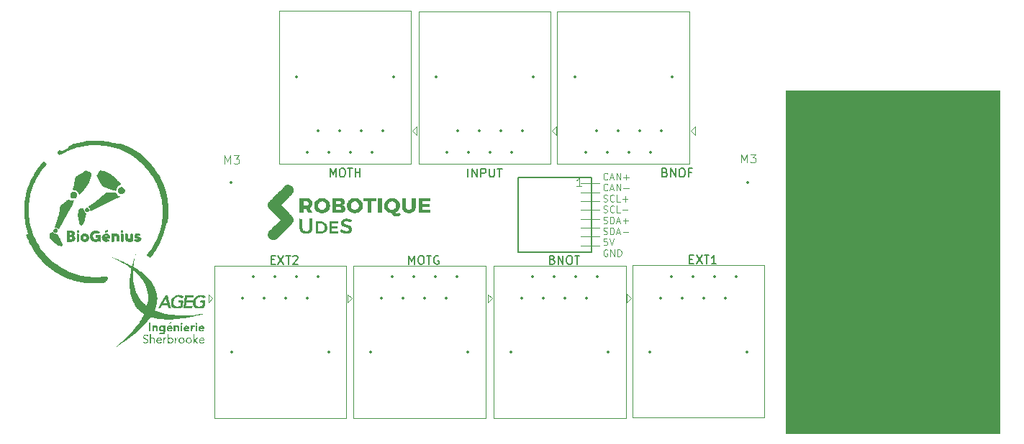
<source format=gbr>
%TF.GenerationSoftware,KiCad,Pcbnew,8.0.1-rc1*%
%TF.CreationDate,2024-12-17T18:21:37-05:00*%
%TF.ProjectId,Projet moustache,50726f6a-6574-4206-9d6f-757374616368,rev?*%
%TF.SameCoordinates,Original*%
%TF.FileFunction,Legend,Top*%
%TF.FilePolarity,Positive*%
%FSLAX46Y46*%
G04 Gerber Fmt 4.6, Leading zero omitted, Abs format (unit mm)*
G04 Created by KiCad (PCBNEW 8.0.1-rc1) date 2024-12-17 18:21:37*
%MOMM*%
%LPD*%
G01*
G04 APERTURE LIST*
%ADD10C,0.100000*%
%ADD11C,0.000000*%
%ADD12C,0.200000*%
%ADD13C,0.150000*%
%ADD14C,0.120000*%
%ADD15C,0.350000*%
G04 APERTURE END LIST*
D10*
X142654400Y-54434058D02*
X140440000Y-54434058D01*
D11*
G36*
X84209698Y-52948814D02*
G01*
X84309317Y-52969406D01*
X84408745Y-52995170D01*
X84508098Y-53026173D01*
X84607492Y-53062481D01*
X84707032Y-53104160D01*
X84806837Y-53151278D01*
X84907016Y-53203896D01*
X85007686Y-53262079D01*
X85108954Y-53325898D01*
X85210937Y-53395416D01*
X85313746Y-53470697D01*
X85417494Y-53551811D01*
X85522294Y-53638819D01*
X85628258Y-53731791D01*
X85735498Y-53830791D01*
X85844130Y-53935882D01*
X85937604Y-54028924D01*
X86021092Y-54113582D01*
X86094814Y-54190186D01*
X86128084Y-54225569D01*
X86158995Y-54259063D01*
X86187581Y-54290705D01*
X86213866Y-54320540D01*
X86237878Y-54348606D01*
X86259646Y-54374947D01*
X86279201Y-54399602D01*
X86296562Y-54422613D01*
X86311770Y-54444022D01*
X86324842Y-54463867D01*
X86335813Y-54482191D01*
X86344710Y-54499037D01*
X86351559Y-54514442D01*
X86356392Y-54528449D01*
X86358057Y-54534942D01*
X86359231Y-54541103D01*
X86359915Y-54546930D01*
X86360109Y-54552438D01*
X86359821Y-54557624D01*
X86359054Y-54562498D01*
X86357809Y-54567063D01*
X86356090Y-54571325D01*
X86353903Y-54575291D01*
X86351251Y-54578963D01*
X86348134Y-54582347D01*
X86344561Y-54585446D01*
X86340532Y-54588269D01*
X86336050Y-54590819D01*
X86331120Y-54593102D01*
X86325747Y-54595125D01*
X86313676Y-54598401D01*
X86299870Y-54600689D01*
X86284354Y-54602035D01*
X86267159Y-54602474D01*
X86251699Y-54603509D01*
X86235425Y-54606546D01*
X86218420Y-54611494D01*
X86200771Y-54618248D01*
X86182566Y-54626708D01*
X86163884Y-54636779D01*
X86125447Y-54661358D01*
X86086147Y-54691198D01*
X86046668Y-54725506D01*
X86007698Y-54763493D01*
X85969916Y-54804373D01*
X85934015Y-54847357D01*
X85900675Y-54891650D01*
X85870585Y-54936477D01*
X85844429Y-54981036D01*
X85822892Y-55024544D01*
X85814070Y-55045658D01*
X85806661Y-55066212D01*
X85800748Y-55086111D01*
X85796421Y-55105252D01*
X85793757Y-55123538D01*
X85792852Y-55140874D01*
X85792627Y-55157533D01*
X85791975Y-55173796D01*
X85790908Y-55189573D01*
X85789448Y-55204769D01*
X85787610Y-55219286D01*
X85785416Y-55233036D01*
X85782883Y-55245920D01*
X85780032Y-55257847D01*
X85776882Y-55268723D01*
X85775199Y-55273739D01*
X85773448Y-55278450D01*
X85771633Y-55282860D01*
X85769754Y-55286944D01*
X85767810Y-55290695D01*
X85765812Y-55294101D01*
X85763755Y-55297152D01*
X85761645Y-55299830D01*
X85759487Y-55302131D01*
X85757273Y-55304042D01*
X85755016Y-55305547D01*
X85752715Y-55306636D01*
X85750370Y-55307297D01*
X85747985Y-55307520D01*
X85720870Y-55302001D01*
X85665662Y-55286190D01*
X85483592Y-55228203D01*
X85227011Y-55142575D01*
X84921157Y-55038321D01*
X84145603Y-54769122D01*
X83799490Y-54128167D01*
X83729686Y-54000941D01*
X83665288Y-53880698D01*
X83607502Y-53770223D01*
X83557529Y-53672288D01*
X83516570Y-53589679D01*
X83485824Y-53525171D01*
X83466494Y-53481542D01*
X83461486Y-53468429D01*
X83459785Y-53461575D01*
X83466256Y-53451272D01*
X83480316Y-53430831D01*
X83527883Y-53364632D01*
X83595885Y-53273196D01*
X83635480Y-53221205D01*
X83677706Y-53166735D01*
X83876401Y-52891128D01*
X84209698Y-52948814D01*
G37*
G36*
X83383492Y-59959982D02*
G01*
X83420530Y-59964041D01*
X83457485Y-59970804D01*
X83494621Y-59980290D01*
X83532194Y-59992517D01*
X83570446Y-60007504D01*
X83609641Y-60025272D01*
X83650029Y-60045837D01*
X83691861Y-60069219D01*
X83735394Y-60095434D01*
X83761316Y-60112523D01*
X83783852Y-60127872D01*
X83803065Y-60141701D01*
X83811444Y-60148109D01*
X83819017Y-60154224D01*
X83825792Y-60160065D01*
X83831777Y-60165659D01*
X83836984Y-60171034D01*
X83841414Y-60176220D01*
X83845079Y-60181238D01*
X83847986Y-60186122D01*
X83850148Y-60190895D01*
X83851564Y-60195586D01*
X83852252Y-60200216D01*
X83852214Y-60204822D01*
X83851462Y-60209423D01*
X83850002Y-60214049D01*
X83847842Y-60218727D01*
X83844987Y-60223484D01*
X83841454Y-60228346D01*
X83837245Y-60233343D01*
X83832367Y-60238496D01*
X83826834Y-60243835D01*
X83820651Y-60249392D01*
X83813820Y-60255186D01*
X83798275Y-60267606D01*
X83780259Y-60281311D01*
X83766376Y-60289422D01*
X83751216Y-60296912D01*
X83734854Y-60303761D01*
X83717367Y-60309956D01*
X83698825Y-60315470D01*
X83679310Y-60320297D01*
X83658889Y-60324405D01*
X83637645Y-60327780D01*
X83615651Y-60330406D01*
X83592980Y-60332264D01*
X83569711Y-60333331D01*
X83545910Y-60333590D01*
X83521662Y-60333023D01*
X83497038Y-60331612D01*
X83472115Y-60329335D01*
X83446964Y-60326178D01*
X83422107Y-60322421D01*
X83398000Y-60319563D01*
X83374648Y-60317599D01*
X83352053Y-60316528D01*
X83330221Y-60316339D01*
X83309148Y-60317039D01*
X83288844Y-60318616D01*
X83269307Y-60321071D01*
X83250538Y-60324401D01*
X83232542Y-60328597D01*
X83215318Y-60333659D01*
X83198873Y-60339586D01*
X83183209Y-60346372D01*
X83168327Y-60354013D01*
X83154226Y-60362504D01*
X83140915Y-60371849D01*
X83128390Y-60382032D01*
X83116654Y-60393059D01*
X83105716Y-60404928D01*
X83095571Y-60417627D01*
X83086225Y-60431159D01*
X83077679Y-60445518D01*
X83069937Y-60460699D01*
X83062996Y-60476703D01*
X83056867Y-60493520D01*
X83051545Y-60511157D01*
X83047039Y-60529601D01*
X83043342Y-60548847D01*
X83040466Y-60568899D01*
X83038408Y-60589750D01*
X83037172Y-60611397D01*
X83036758Y-60633836D01*
X83037721Y-60662895D01*
X83040547Y-60691153D01*
X83045144Y-60718560D01*
X83051431Y-60745063D01*
X83059312Y-60770616D01*
X83068702Y-60795164D01*
X83079504Y-60818656D01*
X83091640Y-60841043D01*
X83105014Y-60862279D01*
X83119538Y-60882308D01*
X83135124Y-60901082D01*
X83151679Y-60918547D01*
X83169119Y-60934657D01*
X83187353Y-60949363D01*
X83206289Y-60962606D01*
X83225839Y-60974342D01*
X83245918Y-60984521D01*
X83266432Y-60993092D01*
X83287294Y-61000001D01*
X83308412Y-61005201D01*
X83329702Y-61008641D01*
X83351070Y-61010270D01*
X83372429Y-61010036D01*
X83393692Y-61007890D01*
X83414763Y-61003784D01*
X83435560Y-60997668D01*
X83455982Y-60989483D01*
X83475958Y-60979187D01*
X83495386Y-60966726D01*
X83514181Y-60952052D01*
X83532255Y-60935111D01*
X83549517Y-60915856D01*
X83560697Y-60901046D01*
X83570174Y-60887803D01*
X83577880Y-60876042D01*
X83583769Y-60865681D01*
X83586010Y-60860999D01*
X83587778Y-60856636D01*
X83589061Y-60852577D01*
X83589850Y-60848817D01*
X83590145Y-60845345D01*
X83589936Y-60842146D01*
X83589214Y-60839214D01*
X83587974Y-60836539D01*
X83586208Y-60834104D01*
X83583908Y-60831904D01*
X83581069Y-60829926D01*
X83577685Y-60828164D01*
X83573743Y-60826601D01*
X83569243Y-60825228D01*
X83564173Y-60824038D01*
X83558530Y-60823016D01*
X83545489Y-60821446D01*
X83530063Y-60820427D01*
X83512196Y-60819875D01*
X83491831Y-60819711D01*
X83473420Y-60819250D01*
X83456603Y-60817810D01*
X83441328Y-60815319D01*
X83434255Y-60813654D01*
X83427541Y-60811701D01*
X83421184Y-60809444D01*
X83415175Y-60806882D01*
X83409511Y-60803997D01*
X83404181Y-60800784D01*
X83399179Y-60797234D01*
X83394502Y-60793334D01*
X83390134Y-60789082D01*
X83386078Y-60784460D01*
X83382322Y-60779463D01*
X83378857Y-60774083D01*
X83375680Y-60768305D01*
X83372785Y-60762127D01*
X83370157Y-60755534D01*
X83367799Y-60748521D01*
X83365697Y-60741074D01*
X83363845Y-60733183D01*
X83360869Y-60716045D01*
X83358812Y-60697030D01*
X83357622Y-60676062D01*
X83357235Y-60653065D01*
X83357451Y-60625919D01*
X83358360Y-60602051D01*
X83360362Y-60581283D01*
X83363845Y-60563432D01*
X83366266Y-60555548D01*
X83369207Y-60548325D01*
X83372715Y-60541742D01*
X83376839Y-60535779D01*
X83381632Y-60530413D01*
X83387137Y-60525620D01*
X83393413Y-60521377D01*
X83400500Y-60517664D01*
X83408452Y-60514458D01*
X83417314Y-60511738D01*
X83427142Y-60509479D01*
X83437981Y-60507661D01*
X83462885Y-60505258D01*
X83492430Y-60504342D01*
X83527010Y-60504747D01*
X83567017Y-60506284D01*
X83664888Y-60512055D01*
X83966136Y-60531284D01*
X83985367Y-60877399D01*
X83986852Y-60910028D01*
X83987718Y-60941789D01*
X83987979Y-60972637D01*
X83987657Y-61002537D01*
X83986764Y-61031438D01*
X83985324Y-61059300D01*
X83983348Y-61086084D01*
X83980858Y-61111748D01*
X83977872Y-61136246D01*
X83974402Y-61159538D01*
X83970472Y-61181581D01*
X83966100Y-61202333D01*
X83961298Y-61221750D01*
X83956085Y-61239795D01*
X83950483Y-61256418D01*
X83944502Y-61271583D01*
X83938168Y-61285250D01*
X83931495Y-61297366D01*
X83924500Y-61307900D01*
X83917201Y-61316801D01*
X83909616Y-61324033D01*
X83901759Y-61329550D01*
X83897736Y-61331656D01*
X83893654Y-61333314D01*
X83889514Y-61334525D01*
X83885316Y-61335278D01*
X83881063Y-61335573D01*
X83876761Y-61335402D01*
X83872410Y-61334761D01*
X83868009Y-61333643D01*
X83863563Y-61332047D01*
X83859074Y-61329962D01*
X83849977Y-61324314D01*
X83840734Y-61316653D01*
X83831363Y-61306944D01*
X83821882Y-61295138D01*
X83812308Y-61281197D01*
X83805002Y-61269860D01*
X83797422Y-61259892D01*
X83789450Y-61251313D01*
X83785279Y-61247551D01*
X83780961Y-61244144D01*
X83776486Y-61241091D01*
X83771833Y-61238400D01*
X83766993Y-61236071D01*
X83761944Y-61234103D01*
X83756677Y-61232503D01*
X83751175Y-61231270D01*
X83745420Y-61230410D01*
X83739399Y-61229924D01*
X83733097Y-61229810D01*
X83726497Y-61230077D01*
X83712345Y-61231751D01*
X83696824Y-61234964D01*
X83679810Y-61239737D01*
X83661180Y-61246088D01*
X83640815Y-61254035D01*
X83618590Y-61263596D01*
X83594382Y-61274789D01*
X83573569Y-61283882D01*
X83552021Y-61291932D01*
X83529802Y-61298959D01*
X83506965Y-61304973D01*
X83483572Y-61309986D01*
X83459674Y-61314011D01*
X83410614Y-61319155D01*
X83360236Y-61320505D01*
X83309002Y-61318167D01*
X83257373Y-61312241D01*
X83205812Y-61302829D01*
X83154773Y-61290040D01*
X83104722Y-61273975D01*
X83056115Y-61254735D01*
X83009419Y-61232426D01*
X82965085Y-61207150D01*
X82923579Y-61179011D01*
X82904029Y-61163898D01*
X82885356Y-61148108D01*
X82867621Y-61131656D01*
X82850881Y-61114551D01*
X82822185Y-61081901D01*
X82796157Y-61047737D01*
X82772773Y-61012196D01*
X82751996Y-60975420D01*
X82733800Y-60937544D01*
X82718145Y-60898706D01*
X82705007Y-60859052D01*
X82694351Y-60818712D01*
X82686143Y-60777825D01*
X82680356Y-60736535D01*
X82676956Y-60694978D01*
X82675910Y-60653290D01*
X82677188Y-60611613D01*
X82680761Y-60570085D01*
X82686589Y-60528838D01*
X82694650Y-60488021D01*
X82704908Y-60447764D01*
X82717328Y-60408211D01*
X82731886Y-60369497D01*
X82748542Y-60331760D01*
X82767269Y-60295144D01*
X82788037Y-60259783D01*
X82810813Y-60225817D01*
X82835561Y-60193381D01*
X82862253Y-60162619D01*
X82890855Y-60133664D01*
X82921340Y-60106659D01*
X82953673Y-60081740D01*
X82987823Y-60059047D01*
X83023756Y-60038716D01*
X83061445Y-60020889D01*
X83100854Y-60005702D01*
X83145512Y-59991360D01*
X83188323Y-59979586D01*
X83229534Y-59970408D01*
X83269404Y-59963843D01*
X83308187Y-59959901D01*
X83346131Y-59958609D01*
X83383492Y-59959982D01*
G37*
G36*
X83571274Y-49369617D02*
G01*
X83754238Y-49376743D01*
X83937293Y-49388319D01*
X84120949Y-49404402D01*
X84305717Y-49425048D01*
X84492096Y-49450316D01*
X84680599Y-49480256D01*
X84871729Y-49514929D01*
X85065999Y-49554392D01*
X85465968Y-49647904D01*
X85548525Y-49667432D01*
X85625603Y-49685162D01*
X85697272Y-49701083D01*
X85763607Y-49715206D01*
X85824688Y-49727525D01*
X85880582Y-49738039D01*
X85931371Y-49746753D01*
X85977127Y-49753661D01*
X86017924Y-49758770D01*
X86053841Y-49762073D01*
X86084950Y-49763576D01*
X86111326Y-49763277D01*
X86122763Y-49762451D01*
X86133046Y-49761173D01*
X86142183Y-49759445D01*
X86150186Y-49757267D01*
X86157058Y-49754637D01*
X86162815Y-49751557D01*
X86167464Y-49748029D01*
X86171014Y-49744046D01*
X86177697Y-49736687D01*
X86188128Y-49731428D01*
X86202296Y-49728274D01*
X86220188Y-49727223D01*
X86241799Y-49728274D01*
X86267121Y-49731428D01*
X86296139Y-49736687D01*
X86328847Y-49744046D01*
X86365239Y-49753512D01*
X86405302Y-49765079D01*
X86496398Y-49794523D01*
X86602069Y-49832381D01*
X86722233Y-49878650D01*
X87194908Y-50087655D01*
X87650880Y-50324573D01*
X88089216Y-50588327D01*
X88508992Y-50877835D01*
X88909273Y-51192016D01*
X89289139Y-51529790D01*
X89647649Y-51890083D01*
X89983882Y-52271807D01*
X90296907Y-52673888D01*
X90585791Y-53095246D01*
X90849608Y-53534797D01*
X91087426Y-53991464D01*
X91298314Y-54464168D01*
X91481350Y-54951831D01*
X91635596Y-55453370D01*
X91760127Y-55967704D01*
X91798215Y-56170703D01*
X91830795Y-56394425D01*
X91857907Y-56634203D01*
X91879602Y-56885369D01*
X91895928Y-57143255D01*
X91906933Y-57403202D01*
X91912657Y-57660534D01*
X91913152Y-57910587D01*
X91908467Y-58148702D01*
X91898646Y-58370210D01*
X91883733Y-58570440D01*
X91863780Y-58744727D01*
X91838832Y-58888408D01*
X91808936Y-58996815D01*
X91792147Y-59036332D01*
X91774140Y-59065280D01*
X91754918Y-59083078D01*
X91734488Y-59089139D01*
X91730211Y-59089643D01*
X91725790Y-59091140D01*
X91716574Y-59097026D01*
X91706926Y-59106631D01*
X91696931Y-59119784D01*
X91686673Y-59136320D01*
X91676238Y-59156063D01*
X91665708Y-59178851D01*
X91655169Y-59204510D01*
X91644706Y-59232876D01*
X91634404Y-59263773D01*
X91624339Y-59297037D01*
X91614610Y-59332502D01*
X91605291Y-59369991D01*
X91596471Y-59409339D01*
X91588231Y-59450379D01*
X91580660Y-59492940D01*
X91540538Y-59684188D01*
X91492528Y-59880028D01*
X91437009Y-60079641D01*
X91374353Y-60282213D01*
X91304938Y-60486927D01*
X91229138Y-60692962D01*
X91147326Y-60899505D01*
X91059884Y-61105738D01*
X90967184Y-61310846D01*
X90869602Y-61514007D01*
X90767512Y-61714412D01*
X90661292Y-61911236D01*
X90551314Y-62103667D01*
X90437959Y-62290887D01*
X90321601Y-62472080D01*
X90202607Y-62646430D01*
X90122377Y-62756329D01*
X90046277Y-62858643D01*
X89976034Y-62951195D01*
X89913381Y-63031801D01*
X89860038Y-63098288D01*
X89837401Y-63125554D01*
X89817738Y-63148475D01*
X89801268Y-63166774D01*
X89788207Y-63180186D01*
X89778766Y-63188432D01*
X89775474Y-63190532D01*
X89773170Y-63191240D01*
X89768681Y-63190356D01*
X89762505Y-63187771D01*
X89754749Y-63183593D01*
X89745531Y-63177920D01*
X89723146Y-63162510D01*
X89696256Y-63142366D01*
X89665762Y-63118318D01*
X89632561Y-63091190D01*
X89597560Y-63061809D01*
X89561656Y-63031000D01*
X89382190Y-62877174D01*
X89741123Y-62377231D01*
X89945583Y-62078422D01*
X90134763Y-61773594D01*
X90308697Y-61463222D01*
X90467428Y-61147790D01*
X90610996Y-60827768D01*
X90739441Y-60503640D01*
X90852805Y-60175878D01*
X90951124Y-59844964D01*
X91034437Y-59511374D01*
X91102787Y-59175584D01*
X91156216Y-58838078D01*
X91194760Y-58499324D01*
X91218457Y-58159808D01*
X91227354Y-57820004D01*
X91221488Y-57480395D01*
X91200894Y-57141450D01*
X91165616Y-56803646D01*
X91115695Y-56467469D01*
X91051170Y-56133392D01*
X90972080Y-55801892D01*
X90878464Y-55473451D01*
X90770363Y-55148542D01*
X90647817Y-54827647D01*
X90510868Y-54511236D01*
X90359551Y-54199796D01*
X90193911Y-53893800D01*
X90013985Y-53593724D01*
X89819815Y-53300048D01*
X89611440Y-53013251D01*
X89388897Y-52733808D01*
X89152228Y-52462199D01*
X88901475Y-52198898D01*
X88614933Y-51924069D01*
X88320174Y-51666831D01*
X88017247Y-51427211D01*
X87706198Y-51205223D01*
X87387074Y-51000883D01*
X87059924Y-50814214D01*
X86724793Y-50645237D01*
X86381727Y-50493962D01*
X86030776Y-50360418D01*
X85671985Y-50244617D01*
X85305403Y-50146580D01*
X84931071Y-50066327D01*
X84549041Y-50003874D01*
X84159361Y-49959243D01*
X83762077Y-49932450D01*
X83357235Y-49923515D01*
X83095000Y-49926769D01*
X82839103Y-49936622D01*
X82588970Y-49953215D01*
X82344028Y-49976694D01*
X82103708Y-50007195D01*
X81867431Y-50044860D01*
X81634633Y-50089826D01*
X81404732Y-50142242D01*
X81177163Y-50202241D01*
X80951346Y-50269968D01*
X80726713Y-50345564D01*
X80502694Y-50429167D01*
X80278706Y-50520922D01*
X80054188Y-50620964D01*
X79828560Y-50729441D01*
X79601251Y-50846488D01*
X79533790Y-50882171D01*
X79470767Y-50914728D01*
X79412123Y-50944185D01*
X79357788Y-50970573D01*
X79307698Y-50993917D01*
X79261783Y-51014250D01*
X79219982Y-51031595D01*
X79182227Y-51045984D01*
X79148455Y-51057441D01*
X79133038Y-51062083D01*
X79118595Y-51066002D01*
X79105115Y-51069200D01*
X79092587Y-51071686D01*
X79081004Y-51073461D01*
X79070362Y-51074528D01*
X79060648Y-51074888D01*
X79051853Y-51074550D01*
X79043974Y-51073515D01*
X79036999Y-51071785D01*
X79030921Y-51069366D01*
X79025728Y-51066259D01*
X79021420Y-51062470D01*
X79017984Y-51058001D01*
X79013869Y-51049008D01*
X79008797Y-51038924D01*
X78996150Y-51015940D01*
X78980803Y-50989950D01*
X78963502Y-50961859D01*
X78889790Y-50846488D01*
X78876362Y-50824739D01*
X78864982Y-50805002D01*
X78855739Y-50787027D01*
X78851950Y-50778626D01*
X78848732Y-50770575D01*
X78846095Y-50762842D01*
X78844052Y-50755399D01*
X78842617Y-50748215D01*
X78841795Y-50741255D01*
X78841606Y-50734496D01*
X78842056Y-50727902D01*
X78843159Y-50721444D01*
X78844927Y-50715092D01*
X78847371Y-50708815D01*
X78850498Y-50702582D01*
X78854330Y-50696366D01*
X78858873Y-50690131D01*
X78864136Y-50683849D01*
X78870134Y-50677488D01*
X78876880Y-50671024D01*
X78884386Y-50664416D01*
X78892659Y-50657643D01*
X78901713Y-50650668D01*
X78922217Y-50635998D01*
X78945986Y-50620165D01*
X78973117Y-50602923D01*
X78998314Y-50585949D01*
X79021163Y-50571077D01*
X79041872Y-50558308D01*
X79051489Y-50552712D01*
X79060648Y-50547643D01*
X79069374Y-50543098D01*
X79077694Y-50539082D01*
X79085635Y-50535587D01*
X79093222Y-50532620D01*
X79100476Y-50530181D01*
X79107430Y-50528266D01*
X79114108Y-50526875D01*
X79120534Y-50526011D01*
X79126738Y-50525674D01*
X79132738Y-50525861D01*
X79138566Y-50526572D01*
X79144245Y-50527814D01*
X79149805Y-50529578D01*
X79155265Y-50531870D01*
X79160656Y-50534687D01*
X79166005Y-50538029D01*
X79171333Y-50541896D01*
X79176665Y-50546291D01*
X79182034Y-50551209D01*
X79187458Y-50556659D01*
X79192971Y-50562628D01*
X79198594Y-50569124D01*
X79204349Y-50576150D01*
X79210269Y-50583697D01*
X79222509Y-50596972D01*
X79235482Y-50607871D01*
X79249617Y-50616272D01*
X79265351Y-50622055D01*
X79283113Y-50625095D01*
X79303333Y-50625272D01*
X79326445Y-50622462D01*
X79352881Y-50616545D01*
X79383073Y-50607401D01*
X79417451Y-50594900D01*
X79456450Y-50578929D01*
X79500501Y-50559361D01*
X79605484Y-50508950D01*
X79735849Y-50442687D01*
X79793626Y-50413309D01*
X79846839Y-50385240D01*
X79895585Y-50358427D01*
X79939955Y-50332824D01*
X79980041Y-50308385D01*
X80015942Y-50285066D01*
X80032351Y-50273809D01*
X80047748Y-50262813D01*
X80062148Y-50252076D01*
X80075556Y-50241589D01*
X80087987Y-50231342D01*
X80099455Y-50221337D01*
X80109972Y-50211563D01*
X80119546Y-50202016D01*
X80128190Y-50192692D01*
X80135917Y-50183579D01*
X80142739Y-50174676D01*
X80148665Y-50165975D01*
X80153707Y-50157473D01*
X80157881Y-50149161D01*
X80161195Y-50141036D01*
X80163664Y-50133089D01*
X80165293Y-50125318D01*
X80166098Y-50117711D01*
X80166096Y-50110270D01*
X80165288Y-50102982D01*
X80165540Y-50084971D01*
X80173309Y-50065846D01*
X80210232Y-50024617D01*
X80273704Y-49980006D01*
X80361380Y-49932729D01*
X80470917Y-49883499D01*
X80599959Y-49833032D01*
X80746168Y-49782038D01*
X80907192Y-49731230D01*
X81264298Y-49633034D01*
X81652502Y-49544152D01*
X82053022Y-49470291D01*
X82252033Y-49440778D01*
X82447083Y-49417164D01*
X82830226Y-49384490D01*
X83017885Y-49374376D01*
X83203607Y-49368490D01*
X83387902Y-49366886D01*
X83571274Y-49369617D01*
G37*
G36*
X88347705Y-60315540D02*
G01*
X88379097Y-60318168D01*
X88394233Y-60320213D01*
X88408988Y-60322747D01*
X88423368Y-60325771D01*
X88437358Y-60329283D01*
X88450971Y-60333286D01*
X88464192Y-60337772D01*
X88477024Y-60342747D01*
X88489464Y-60348212D01*
X88501508Y-60354164D01*
X88513156Y-60360605D01*
X88524409Y-60367535D01*
X88535256Y-60374951D01*
X88545700Y-60382858D01*
X88555740Y-60391253D01*
X88565370Y-60400133D01*
X88574590Y-60409505D01*
X88586610Y-60421461D01*
X88597444Y-60433285D01*
X88607107Y-60444944D01*
X88615615Y-60456422D01*
X88622979Y-60467696D01*
X88629218Y-60478737D01*
X88634348Y-60489526D01*
X88638385Y-60500038D01*
X88641339Y-60510248D01*
X88643231Y-60520137D01*
X88644070Y-60529677D01*
X88643879Y-60538846D01*
X88642669Y-60547619D01*
X88640455Y-60555977D01*
X88637251Y-60563893D01*
X88633075Y-60571343D01*
X88627942Y-60578306D01*
X88621865Y-60584757D01*
X88614865Y-60590675D01*
X88606948Y-60596030D01*
X88598137Y-60600804D01*
X88588446Y-60604973D01*
X88577884Y-60608517D01*
X88566475Y-60611402D01*
X88554232Y-60613616D01*
X88541164Y-60615128D01*
X88527295Y-60615917D01*
X88512637Y-60615958D01*
X88497199Y-60615231D01*
X88481004Y-60613712D01*
X88464066Y-60611377D01*
X88446399Y-60608200D01*
X88429661Y-60606092D01*
X88413160Y-60604568D01*
X88396980Y-60603608D01*
X88381203Y-60603191D01*
X88365912Y-60603302D01*
X88351195Y-60603916D01*
X88337134Y-60605021D01*
X88323814Y-60606596D01*
X88311325Y-60608621D01*
X88299742Y-60611078D01*
X88289158Y-60613946D01*
X88279649Y-60617213D01*
X88271308Y-60620852D01*
X88267598Y-60622807D01*
X88264216Y-60624848D01*
X88261163Y-60626976D01*
X88258454Y-60629181D01*
X88256101Y-60631472D01*
X88254112Y-60633836D01*
X88252478Y-60636822D01*
X88251175Y-60639767D01*
X88250197Y-60642665D01*
X88249544Y-60645516D01*
X88249202Y-60648317D01*
X88249168Y-60651060D01*
X88249438Y-60653747D01*
X88250008Y-60656370D01*
X88250865Y-60658928D01*
X88252008Y-60661417D01*
X88253430Y-60663833D01*
X88255126Y-60666173D01*
X88257088Y-60668432D01*
X88259314Y-60670608D01*
X88261798Y-60672698D01*
X88264527Y-60674696D01*
X88267504Y-60676602D01*
X88270717Y-60678411D01*
X88277836Y-60681721D01*
X88285837Y-60684596D01*
X88294672Y-60687015D01*
X88304298Y-60688943D01*
X88314664Y-60690359D01*
X88325727Y-60691227D01*
X88337436Y-60691524D01*
X88352691Y-60692042D01*
X88368376Y-60693565D01*
X88384429Y-60696053D01*
X88400794Y-60699458D01*
X88417403Y-60703737D01*
X88434204Y-60708845D01*
X88451131Y-60714735D01*
X88468132Y-60721368D01*
X88485139Y-60728692D01*
X88502095Y-60736668D01*
X88535618Y-60754389D01*
X88568221Y-60774178D01*
X88599424Y-60795677D01*
X88628752Y-60818525D01*
X88655721Y-60842371D01*
X88668172Y-60854555D01*
X88679857Y-60866855D01*
X88690711Y-60879224D01*
X88700676Y-60891619D01*
X88709694Y-60903996D01*
X88717704Y-60916310D01*
X88724643Y-60928514D01*
X88730457Y-60940568D01*
X88735083Y-60952423D01*
X88738462Y-60964037D01*
X88740532Y-60975364D01*
X88741237Y-60986362D01*
X88740532Y-61000888D01*
X88738451Y-61015598D01*
X88735054Y-61030448D01*
X88730383Y-61045400D01*
X88724499Y-61060405D01*
X88717450Y-61075426D01*
X88709291Y-61090415D01*
X88700077Y-61105337D01*
X88678682Y-61134801D01*
X88653694Y-61163475D01*
X88625533Y-61191022D01*
X88594620Y-61217104D01*
X88561376Y-61241384D01*
X88526229Y-61263524D01*
X88489597Y-61283184D01*
X88451905Y-61300028D01*
X88413578Y-61313717D01*
X88394305Y-61319272D01*
X88375029Y-61323914D01*
X88355807Y-61327597D01*
X88336689Y-61330277D01*
X88317730Y-61331919D01*
X88298979Y-61332475D01*
X88279253Y-61331811D01*
X88258632Y-61329872D01*
X88237282Y-61326728D01*
X88215353Y-61322460D01*
X88193017Y-61317141D01*
X88170425Y-61310843D01*
X88147741Y-61303643D01*
X88125119Y-61295622D01*
X88102725Y-61286845D01*
X88080715Y-61277393D01*
X88059253Y-61267340D01*
X88038492Y-61256765D01*
X88018595Y-61245735D01*
X87999722Y-61234332D01*
X87982030Y-61222623D01*
X87965684Y-61210694D01*
X87811854Y-61088912D01*
X87984913Y-61044047D01*
X88002996Y-61039538D01*
X88021129Y-61035621D01*
X88039205Y-61032287D01*
X88057120Y-61029524D01*
X88074771Y-61027328D01*
X88092060Y-61025683D01*
X88108876Y-61024580D01*
X88125119Y-61024016D01*
X88140689Y-61023977D01*
X88155478Y-61024454D01*
X88169386Y-61025440D01*
X88182305Y-61026920D01*
X88194138Y-61028891D01*
X88204776Y-61031339D01*
X88214120Y-61034260D01*
X88222065Y-61037637D01*
X88225107Y-61039928D01*
X88228216Y-61042000D01*
X88231384Y-61043849D01*
X88234609Y-61045485D01*
X88237880Y-61046912D01*
X88241190Y-61048127D01*
X88244533Y-61049141D01*
X88247904Y-61049954D01*
X88251292Y-61050570D01*
X88254690Y-61050991D01*
X88258096Y-61051225D01*
X88261498Y-61051270D01*
X88264891Y-61051133D01*
X88268269Y-61050813D01*
X88271621Y-61050320D01*
X88274944Y-61049654D01*
X88278229Y-61048817D01*
X88281469Y-61047818D01*
X88284655Y-61046657D01*
X88287787Y-61045337D01*
X88290852Y-61043861D01*
X88293842Y-61042232D01*
X88296754Y-61040459D01*
X88299580Y-61038539D01*
X88302311Y-61036478D01*
X88304944Y-61034280D01*
X88307464Y-61031949D01*
X88309873Y-61029485D01*
X88312155Y-61026900D01*
X88314313Y-61024187D01*
X88316331Y-61021356D01*
X88318210Y-61018409D01*
X88319749Y-61015387D01*
X88320775Y-61012331D01*
X88321297Y-61009242D01*
X88321326Y-61006128D01*
X88320869Y-61002989D01*
X88319940Y-60999833D01*
X88318549Y-60996658D01*
X88316704Y-60993472D01*
X88311707Y-60987073D01*
X88305027Y-60980665D01*
X88296749Y-60974277D01*
X88286959Y-60967932D01*
X88275745Y-60961668D01*
X88263190Y-60955503D01*
X88249373Y-60949471D01*
X88234381Y-60943596D01*
X88218303Y-60937913D01*
X88201221Y-60932443D01*
X88183216Y-60927218D01*
X88164377Y-60922266D01*
X88144042Y-60918221D01*
X88123969Y-60913327D01*
X88104271Y-60907646D01*
X88085060Y-60901233D01*
X88066453Y-60894146D01*
X88048556Y-60886437D01*
X88031485Y-60878166D01*
X88015357Y-60869384D01*
X88000278Y-60860157D01*
X87993168Y-60855392D01*
X87986364Y-60850534D01*
X87979879Y-60845593D01*
X87973728Y-60840571D01*
X87967921Y-60835479D01*
X87962478Y-60830329D01*
X87957411Y-60825120D01*
X87952733Y-60819860D01*
X87948460Y-60814559D01*
X87944602Y-60809222D01*
X87941177Y-60803855D01*
X87938200Y-60798471D01*
X87935683Y-60793071D01*
X87933635Y-60787664D01*
X87928638Y-60772972D01*
X87924448Y-60757771D01*
X87921051Y-60742124D01*
X87918425Y-60726084D01*
X87916555Y-60709715D01*
X87915426Y-60693068D01*
X87915016Y-60676202D01*
X87915307Y-60659174D01*
X87916288Y-60642044D01*
X87917935Y-60624868D01*
X87920227Y-60607705D01*
X87923157Y-60590609D01*
X87926703Y-60573642D01*
X87930843Y-60556857D01*
X87935561Y-60540315D01*
X87940846Y-60524075D01*
X87946674Y-60508187D01*
X87953028Y-60492714D01*
X87959893Y-60477716D01*
X87967246Y-60463246D01*
X87975078Y-60449361D01*
X87983365Y-60436122D01*
X87992088Y-60423583D01*
X88001234Y-60411806D01*
X88010788Y-60400844D01*
X88020721Y-60390758D01*
X88031029Y-60381600D01*
X88041685Y-60373437D01*
X88052674Y-60366318D01*
X88063975Y-60360304D01*
X88075581Y-60355451D01*
X88087463Y-60351817D01*
X88128847Y-60340774D01*
X88168859Y-60331686D01*
X88207485Y-60324551D01*
X88244698Y-60319367D01*
X88280488Y-60316139D01*
X88314828Y-60314863D01*
X88347705Y-60315540D01*
G37*
G36*
X87034288Y-60307735D02*
G01*
X87049934Y-60310230D01*
X87064096Y-60314640D01*
X87076862Y-60321172D01*
X87082744Y-60325298D01*
X87088312Y-60330032D01*
X87098532Y-60341426D01*
X87107606Y-60355563D01*
X87115618Y-60372650D01*
X87122656Y-60392888D01*
X87128801Y-60416486D01*
X87134138Y-60443657D01*
X87138753Y-60474599D01*
X87142729Y-60509522D01*
X87146151Y-60548633D01*
X87151672Y-60640244D01*
X87154309Y-60686387D01*
X87157444Y-60728753D01*
X87161122Y-60767475D01*
X87163183Y-60785511D01*
X87165393Y-60802688D01*
X87167764Y-60819018D01*
X87170302Y-60834518D01*
X87173011Y-60849206D01*
X87175896Y-60863100D01*
X87178965Y-60876218D01*
X87182223Y-60888570D01*
X87185677Y-60900173D01*
X87189331Y-60911050D01*
X87193189Y-60921211D01*
X87197262Y-60930674D01*
X87201553Y-60939458D01*
X87206068Y-60947576D01*
X87210811Y-60955049D01*
X87215791Y-60961889D01*
X87221015Y-60968114D01*
X87226485Y-60973742D01*
X87232209Y-60978784D01*
X87238192Y-60983264D01*
X87244440Y-60987194D01*
X87250958Y-60990592D01*
X87257753Y-60993472D01*
X87264834Y-60995850D01*
X87272203Y-60997751D01*
X87279862Y-60999178D01*
X87295879Y-61001846D01*
X87310347Y-61002499D01*
X87323368Y-61000913D01*
X87329366Y-60999214D01*
X87335045Y-60996876D01*
X87340414Y-60993872D01*
X87345485Y-60990173D01*
X87350271Y-60985754D01*
X87354789Y-60980588D01*
X87363058Y-60967907D01*
X87370399Y-60951910D01*
X87376913Y-60932382D01*
X87382705Y-60909108D01*
X87387877Y-60881872D01*
X87392533Y-60850457D01*
X87396774Y-60814651D01*
X87400707Y-60774232D01*
X87408053Y-60678704D01*
X87411617Y-60623131D01*
X87415240Y-60573935D01*
X87419123Y-60530728D01*
X87423477Y-60493128D01*
X87425893Y-60476309D01*
X87428506Y-60460744D01*
X87431338Y-60446391D01*
X87434416Y-60433199D01*
X87437771Y-60421121D01*
X87441418Y-60410105D01*
X87445392Y-60400106D01*
X87449714Y-60391075D01*
X87454414Y-60382966D01*
X87459515Y-60375728D01*
X87465043Y-60369311D01*
X87471022Y-60363672D01*
X87477481Y-60358760D01*
X87484445Y-60354530D01*
X87491938Y-60350928D01*
X87499990Y-60347913D01*
X87508621Y-60345431D01*
X87517862Y-60343433D01*
X87527737Y-60341879D01*
X87538272Y-60340713D01*
X87549490Y-60339890D01*
X87561422Y-60339363D01*
X87587520Y-60338999D01*
X87614671Y-60339255D01*
X87638570Y-60340463D01*
X87659432Y-60343265D01*
X87677455Y-60348311D01*
X87685467Y-60351880D01*
X87692849Y-60356249D01*
X87699624Y-60361508D01*
X87705820Y-60367729D01*
X87711463Y-60374999D01*
X87716578Y-60383396D01*
X87725326Y-60403895D01*
X87732271Y-60429878D01*
X87737620Y-60461993D01*
X87741577Y-60500886D01*
X87744354Y-60547209D01*
X87746154Y-60601601D01*
X87747184Y-60664720D01*
X87747758Y-60819711D01*
X87747758Y-61300426D01*
X87408053Y-61313246D01*
X87325381Y-61314020D01*
X87250220Y-61311332D01*
X87182268Y-61304867D01*
X87150903Y-61300124D01*
X87121228Y-61294317D01*
X87093206Y-61287416D01*
X87066796Y-61279377D01*
X87041965Y-61270159D01*
X87018675Y-61259728D01*
X86996888Y-61248046D01*
X86976564Y-61235070D01*
X86957666Y-61220762D01*
X86940159Y-61205087D01*
X86924004Y-61188000D01*
X86909163Y-61169469D01*
X86895598Y-61149449D01*
X86883274Y-61127909D01*
X86872150Y-61104802D01*
X86862192Y-61080092D01*
X86853361Y-61053747D01*
X86845616Y-61025719D01*
X86838927Y-60995972D01*
X86833248Y-60964469D01*
X86824786Y-60896040D01*
X86819928Y-60820114D01*
X86818375Y-60736387D01*
X86818598Y-60700594D01*
X86819253Y-60665447D01*
X86820322Y-60631143D01*
X86821782Y-60597881D01*
X86823620Y-60565862D01*
X86825812Y-60535277D01*
X86828343Y-60506327D01*
X86831196Y-60479205D01*
X86834348Y-60454115D01*
X86837779Y-60431249D01*
X86841476Y-60410803D01*
X86845418Y-60392976D01*
X86849581Y-60377969D01*
X86853955Y-60365976D01*
X86856211Y-60361168D01*
X86858513Y-60357192D01*
X86860860Y-60354069D01*
X86863243Y-60351817D01*
X86867437Y-60347090D01*
X86872747Y-60342527D01*
X86879087Y-60338155D01*
X86886377Y-60333990D01*
X86894533Y-60330050D01*
X86903466Y-60326356D01*
X86913096Y-60322920D01*
X86923331Y-60319768D01*
X86934097Y-60316919D01*
X86945302Y-60314388D01*
X86956867Y-60312192D01*
X86968702Y-60310356D01*
X86980724Y-60308894D01*
X86992849Y-60307825D01*
X87004993Y-60307172D01*
X87017071Y-60306952D01*
X87034288Y-60307735D01*
G37*
G36*
X82107616Y-60319538D02*
G01*
X82144555Y-60323516D01*
X82180888Y-60330023D01*
X82216465Y-60338983D01*
X82251155Y-60350327D01*
X82284808Y-60363978D01*
X82317289Y-60379859D01*
X82348456Y-60397901D01*
X82378168Y-60418030D01*
X82406281Y-60440168D01*
X82432660Y-60464245D01*
X82457161Y-60490187D01*
X82479643Y-60517919D01*
X82499967Y-60547364D01*
X82517987Y-60578455D01*
X82533571Y-60611109D01*
X82546569Y-60645262D01*
X82556842Y-60680832D01*
X82564256Y-60717748D01*
X82568664Y-60755937D01*
X82569926Y-60795326D01*
X82567906Y-60835837D01*
X82562454Y-60877399D01*
X82553332Y-60928204D01*
X82542674Y-60974993D01*
X82530288Y-61017952D01*
X82515985Y-61057264D01*
X82508058Y-61075615D01*
X82499580Y-61093127D01*
X82490530Y-61109817D01*
X82480880Y-61125718D01*
X82470616Y-61140847D01*
X82459708Y-61155229D01*
X82448129Y-61168889D01*
X82435864Y-61181849D01*
X82422886Y-61194136D01*
X82409170Y-61205768D01*
X82394692Y-61216769D01*
X82379430Y-61227168D01*
X82363363Y-61236985D01*
X82346463Y-61246239D01*
X82328713Y-61254962D01*
X82310080Y-61263173D01*
X82270087Y-61278151D01*
X82226304Y-61291363D01*
X82178541Y-61302998D01*
X82126604Y-61313246D01*
X82080972Y-61318370D01*
X82036656Y-61319441D01*
X81993753Y-61316660D01*
X81952335Y-61310216D01*
X81912490Y-61300309D01*
X81874300Y-61287135D01*
X81837853Y-61270886D01*
X81803225Y-61251754D01*
X81770503Y-61229938D01*
X81739773Y-61205633D01*
X81711112Y-61179032D01*
X81684610Y-61150331D01*
X81660348Y-61119722D01*
X81638406Y-61087403D01*
X81618871Y-61053565D01*
X81601825Y-61018406D01*
X81587351Y-60982123D01*
X81575534Y-60944908D01*
X81566455Y-60906955D01*
X81560200Y-60868460D01*
X81556852Y-60829620D01*
X81556830Y-60827208D01*
X81886041Y-60827208D01*
X81886459Y-60845858D01*
X81888354Y-60863703D01*
X81891657Y-60880704D01*
X81896292Y-60896812D01*
X81902187Y-60911984D01*
X81909270Y-60926170D01*
X81917469Y-60939328D01*
X81926710Y-60951413D01*
X81936920Y-60962372D01*
X81948028Y-60972171D01*
X81959960Y-60980753D01*
X81972641Y-60988076D01*
X81985999Y-60994100D01*
X81999967Y-60998771D01*
X82014466Y-61002047D01*
X82029424Y-61003880D01*
X82044769Y-61004229D01*
X82060429Y-61003046D01*
X82076330Y-61000280D01*
X82092402Y-60995895D01*
X82108568Y-60989836D01*
X82124761Y-60982064D01*
X82140903Y-60972529D01*
X82156921Y-60961184D01*
X82172747Y-60947990D01*
X82188304Y-60932895D01*
X82203518Y-60915856D01*
X82214788Y-60901868D01*
X82224551Y-60888665D01*
X82232813Y-60876141D01*
X82236382Y-60870098D01*
X82239574Y-60864178D01*
X82242389Y-60858373D01*
X82244833Y-60852667D01*
X82246898Y-60847046D01*
X82248588Y-60841496D01*
X82249902Y-60836001D01*
X82250840Y-60830549D01*
X82251403Y-60825125D01*
X82251592Y-60819711D01*
X82251403Y-60814302D01*
X82250840Y-60808880D01*
X82249902Y-60803426D01*
X82248588Y-60797931D01*
X82246898Y-60792380D01*
X82244833Y-60786758D01*
X82242389Y-60781052D01*
X82239574Y-60775244D01*
X82236382Y-60769329D01*
X82232813Y-60763286D01*
X82224551Y-60750760D01*
X82214788Y-60737559D01*
X82203518Y-60723571D01*
X82194745Y-60714040D01*
X82185304Y-60704716D01*
X82175283Y-60695655D01*
X82164762Y-60686916D01*
X82153831Y-60678551D01*
X82142568Y-60670617D01*
X82131059Y-60663170D01*
X82119395Y-60656269D01*
X82107655Y-60649971D01*
X82095921Y-60644328D01*
X82084284Y-60639398D01*
X82072825Y-60635236D01*
X82061629Y-60631906D01*
X82050779Y-60629456D01*
X82040364Y-60627944D01*
X82030462Y-60627426D01*
X82026220Y-60627557D01*
X82021912Y-60627944D01*
X82017547Y-60628578D01*
X82013137Y-60629456D01*
X82008688Y-60630567D01*
X82004211Y-60631906D01*
X81999715Y-60633465D01*
X81995211Y-60635236D01*
X81986209Y-60639398D01*
X81977283Y-60644328D01*
X81968510Y-60649971D01*
X81959960Y-60656269D01*
X81951709Y-60663170D01*
X81943834Y-60670617D01*
X81936412Y-60678551D01*
X81929513Y-60686916D01*
X81923215Y-60695655D01*
X81917595Y-60704716D01*
X81915061Y-60709351D01*
X81912724Y-60714040D01*
X81910595Y-60718783D01*
X81908683Y-60723571D01*
X81900614Y-60745533D01*
X81894388Y-60766924D01*
X81889936Y-60787696D01*
X81887175Y-60807809D01*
X81886041Y-60827208D01*
X81556830Y-60827208D01*
X81556490Y-60790623D01*
X81559204Y-60751669D01*
X81565072Y-60712953D01*
X81574177Y-60674669D01*
X81586606Y-60637013D01*
X81602442Y-60600179D01*
X81621765Y-60564356D01*
X81644665Y-60529749D01*
X81671220Y-60496550D01*
X81701509Y-60464947D01*
X81735624Y-60435141D01*
X81770922Y-60409761D01*
X81807019Y-60387646D01*
X81843770Y-60368730D01*
X81881041Y-60352931D01*
X81918686Y-60340180D01*
X81956567Y-60330401D01*
X81994540Y-60323523D01*
X82032464Y-60319469D01*
X82070206Y-60318166D01*
X82107616Y-60319538D01*
G37*
D10*
X142654400Y-60709711D02*
X140440000Y-60709711D01*
D11*
G36*
X81761173Y-57358899D02*
G01*
X81789903Y-57359997D01*
X81815632Y-57362036D01*
X81827435Y-57363460D01*
X81838577Y-57365181D01*
X81849080Y-57367222D01*
X81858971Y-57369602D01*
X81868279Y-57372345D01*
X81877034Y-57375470D01*
X81885265Y-57379003D01*
X81892996Y-57382954D01*
X81900256Y-57387353D01*
X81907078Y-57392222D01*
X81913489Y-57397577D01*
X81919512Y-57403442D01*
X81925175Y-57409835D01*
X81930512Y-57416783D01*
X81935552Y-57424302D01*
X81940315Y-57432416D01*
X81944836Y-57441143D01*
X81949144Y-57450508D01*
X81953260Y-57460532D01*
X81957217Y-57471228D01*
X81964766Y-57494747D01*
X81972013Y-57521237D01*
X81979186Y-57550858D01*
X81984505Y-57571637D01*
X81990803Y-57592994D01*
X81998003Y-57614769D01*
X82006027Y-57636785D01*
X82014804Y-57658876D01*
X82024254Y-57680874D01*
X82034305Y-57702611D01*
X82044884Y-57723917D01*
X82055914Y-57744617D01*
X82067317Y-57764549D01*
X82079021Y-57783539D01*
X82090953Y-57801424D01*
X82103033Y-57818033D01*
X82115188Y-57833196D01*
X82127342Y-57846746D01*
X82139425Y-57858509D01*
X82160755Y-57878048D01*
X82179058Y-57896441D01*
X82194322Y-57914646D01*
X82206524Y-57933620D01*
X82215648Y-57954325D01*
X82221673Y-57977711D01*
X82224580Y-58004743D01*
X82224351Y-58036376D01*
X82220969Y-58073566D01*
X82214410Y-58117268D01*
X82204661Y-58168448D01*
X82191703Y-58228060D01*
X82156072Y-58376405D01*
X82107378Y-58569968D01*
X82076058Y-58689092D01*
X82044607Y-58798896D01*
X82028839Y-58850297D01*
X82013047Y-58899365D01*
X81997229Y-58946098D01*
X81981389Y-58990493D01*
X81965531Y-59032550D01*
X81949657Y-59072269D01*
X81933770Y-59109648D01*
X81917869Y-59144685D01*
X81901962Y-59177378D01*
X81886045Y-59207730D01*
X81870124Y-59235734D01*
X81854199Y-59261395D01*
X81838278Y-59284707D01*
X81822357Y-59305670D01*
X81806440Y-59324287D01*
X81790531Y-59340552D01*
X81774632Y-59354462D01*
X81758743Y-59366022D01*
X81742869Y-59375225D01*
X81727013Y-59382076D01*
X81711171Y-59386567D01*
X81695356Y-59388702D01*
X81679561Y-59388477D01*
X81663793Y-59385894D01*
X81648052Y-59380949D01*
X81632342Y-59373641D01*
X81616666Y-59363968D01*
X81601024Y-59351928D01*
X81573241Y-59325369D01*
X81546401Y-59292821D01*
X81520549Y-59254676D01*
X81495731Y-59211335D01*
X81449359Y-59110640D01*
X81407635Y-58993897D01*
X81370908Y-58864274D01*
X81339523Y-58724936D01*
X81313828Y-58579044D01*
X81294169Y-58429759D01*
X81280894Y-58280253D01*
X81274351Y-58133679D01*
X81274889Y-57993214D01*
X81282850Y-57862014D01*
X81298588Y-57743249D01*
X81322447Y-57640077D01*
X81337531Y-57595327D01*
X81354775Y-57555662D01*
X81374222Y-57521480D01*
X81395917Y-57493170D01*
X81410859Y-57477929D01*
X81426802Y-57463463D01*
X81443704Y-57449808D01*
X81461518Y-57436988D01*
X81480193Y-57425031D01*
X81499684Y-57413968D01*
X81519948Y-57403820D01*
X81540934Y-57394625D01*
X81562597Y-57386405D01*
X81584887Y-57379190D01*
X81607761Y-57373007D01*
X81631170Y-57367886D01*
X81655065Y-57363851D01*
X81679403Y-57360938D01*
X81704135Y-57359169D01*
X81729216Y-57358573D01*
X81761173Y-57358899D01*
G37*
G36*
X81214499Y-60314962D02*
G01*
X81225103Y-60315587D01*
X81236425Y-60316654D01*
X81261319Y-60319768D01*
X81285084Y-60323624D01*
X81306022Y-60328370D01*
X81324313Y-60334600D01*
X81340137Y-60342905D01*
X81353668Y-60353876D01*
X81365087Y-60368105D01*
X81374571Y-60386181D01*
X81382300Y-60408704D01*
X81388451Y-60436253D01*
X81393203Y-60469429D01*
X81396733Y-60508822D01*
X81399222Y-60555019D01*
X81401791Y-60670205D01*
X81402329Y-60819711D01*
X81402223Y-60899053D01*
X81401791Y-60969224D01*
X81400849Y-61030808D01*
X81399222Y-61084406D01*
X81398097Y-61108393D01*
X81396733Y-61130605D01*
X81395109Y-61151114D01*
X81393203Y-61169996D01*
X81390989Y-61187325D01*
X81388451Y-61203170D01*
X81385560Y-61217615D01*
X81382300Y-61230723D01*
X81378646Y-61242576D01*
X81374571Y-61253241D01*
X81370057Y-61262801D01*
X81365087Y-61271322D01*
X81359629Y-61278880D01*
X81353668Y-61285549D01*
X81347177Y-61291406D01*
X81340137Y-61296522D01*
X81332521Y-61300970D01*
X81324313Y-61304827D01*
X81315490Y-61308164D01*
X81306022Y-61311055D01*
X81295895Y-61313577D01*
X81285084Y-61315802D01*
X81261319Y-61319657D01*
X81236425Y-61322773D01*
X81214499Y-61324463D01*
X81195352Y-61324051D01*
X81178796Y-61320858D01*
X81171432Y-61318007D01*
X81164641Y-61314212D01*
X81158411Y-61309381D01*
X81152710Y-61303432D01*
X81147512Y-61296281D01*
X81142798Y-61287846D01*
X81134730Y-61266779D01*
X81128315Y-61239550D01*
X81123363Y-61205485D01*
X81119691Y-61163912D01*
X81117103Y-61114151D01*
X81114451Y-60987363D01*
X81113899Y-60819711D01*
X81114007Y-60730440D01*
X81114451Y-60652064D01*
X81115420Y-60583900D01*
X81117103Y-60525276D01*
X81118273Y-60499329D01*
X81119691Y-60475513D01*
X81121378Y-60453744D01*
X81123363Y-60433940D01*
X81125667Y-60416012D01*
X81128315Y-60399877D01*
X81131330Y-60385450D01*
X81134730Y-60372650D01*
X81138548Y-60361384D01*
X81142798Y-60351581D01*
X81147512Y-60343143D01*
X81152710Y-60335993D01*
X81158411Y-60330046D01*
X81161460Y-60327494D01*
X81164641Y-60325215D01*
X81171432Y-60321415D01*
X81178796Y-60318569D01*
X81186761Y-60316580D01*
X81195352Y-60315376D01*
X81204590Y-60314863D01*
X81214499Y-60314962D01*
G37*
D10*
X142654400Y-59663769D02*
X140440000Y-59663769D01*
D11*
G36*
X85614187Y-60320213D02*
G01*
X85652558Y-60321536D01*
X85689892Y-60323699D01*
X85726054Y-60326680D01*
X85760902Y-60330451D01*
X85794292Y-60334980D01*
X85826087Y-60340241D01*
X85856147Y-60346208D01*
X85884326Y-60352852D01*
X85910489Y-60360140D01*
X85934492Y-60368051D01*
X85956196Y-60376553D01*
X85975456Y-60385619D01*
X85992137Y-60395219D01*
X85999463Y-60400210D01*
X86006092Y-60405326D01*
X86012007Y-60410562D01*
X86017186Y-60415913D01*
X86037151Y-60437771D01*
X86056118Y-60464596D01*
X86073999Y-60495950D01*
X86090694Y-60531385D01*
X86106113Y-60570463D01*
X86120164Y-60612745D01*
X86132746Y-60657783D01*
X86143774Y-60705141D01*
X86153147Y-60754380D01*
X86160775Y-60805055D01*
X86166559Y-60856724D01*
X86170414Y-60908946D01*
X86172238Y-60961281D01*
X86171944Y-61013290D01*
X86169426Y-61064527D01*
X86164604Y-61114551D01*
X86161886Y-61140932D01*
X86158473Y-61164866D01*
X86154268Y-61186448D01*
X86151842Y-61196393D01*
X86149183Y-61205786D01*
X86146278Y-61214649D01*
X86143121Y-61222985D01*
X86139694Y-61230815D01*
X86135989Y-61238148D01*
X86131990Y-61244997D01*
X86127693Y-61251376D01*
X86123078Y-61257296D01*
X86118137Y-61262772D01*
X86112859Y-61267814D01*
X86107229Y-61272440D01*
X86101240Y-61276659D01*
X86094877Y-61280484D01*
X86088129Y-61283931D01*
X86080983Y-61287009D01*
X86073432Y-61289734D01*
X86065458Y-61292114D01*
X86057054Y-61294169D01*
X86048203Y-61295906D01*
X86038901Y-61297343D01*
X86029127Y-61298486D01*
X86008137Y-61299958D01*
X85985137Y-61300426D01*
X85959042Y-61300064D01*
X85935889Y-61298711D01*
X85915482Y-61295991D01*
X85897608Y-61291516D01*
X85889557Y-61288499D01*
X85882063Y-61284896D01*
X85875099Y-61280664D01*
X85868639Y-61275755D01*
X85862659Y-61270114D01*
X85857133Y-61263699D01*
X85852032Y-61256461D01*
X85847334Y-61248350D01*
X85843009Y-61239320D01*
X85839036Y-61229319D01*
X85832036Y-61206225D01*
X85826123Y-61178678D01*
X85821094Y-61146301D01*
X85816741Y-61108697D01*
X85812855Y-61065490D01*
X85805671Y-60960723D01*
X85802048Y-60910436D01*
X85798322Y-60865193D01*
X85794389Y-60824774D01*
X85792315Y-60806308D01*
X85790148Y-60788967D01*
X85787880Y-60772724D01*
X85785493Y-60757553D01*
X85782977Y-60743427D01*
X85780322Y-60730316D01*
X85777510Y-60718198D01*
X85774531Y-60707042D01*
X85771372Y-60696825D01*
X85768015Y-60687517D01*
X85764453Y-60679091D01*
X85760675Y-60671519D01*
X85756663Y-60664776D01*
X85752404Y-60658834D01*
X85747888Y-60653670D01*
X85743100Y-60649251D01*
X85738031Y-60645554D01*
X85732663Y-60642548D01*
X85726986Y-60640211D01*
X85720983Y-60638514D01*
X85714649Y-60637427D01*
X85707962Y-60636928D01*
X85700917Y-60636989D01*
X85693497Y-60637578D01*
X85685687Y-60638674D01*
X85677481Y-60640244D01*
X85662451Y-60643572D01*
X85648573Y-60648833D01*
X85635809Y-60656159D01*
X85624102Y-60665683D01*
X85613410Y-60677534D01*
X85603684Y-60691848D01*
X85594879Y-60708750D01*
X85586946Y-60728377D01*
X85579840Y-60750857D01*
X85573513Y-60776322D01*
X85567920Y-60804906D01*
X85563013Y-60836737D01*
X85558740Y-60871949D01*
X85555063Y-60910674D01*
X85551927Y-60953039D01*
X85549290Y-60999178D01*
X85545726Y-61053623D01*
X85542106Y-61101832D01*
X85538220Y-61144181D01*
X85533868Y-61181050D01*
X85531450Y-61197545D01*
X85528837Y-61212809D01*
X85526005Y-61226894D01*
X85522927Y-61239838D01*
X85519576Y-61251693D01*
X85515925Y-61262507D01*
X85511951Y-61272330D01*
X85507629Y-61281197D01*
X85502931Y-61289169D01*
X85497830Y-61296284D01*
X85492302Y-61302593D01*
X85486321Y-61308139D01*
X85479864Y-61312972D01*
X85472898Y-61317141D01*
X85465405Y-61320689D01*
X85457355Y-61323664D01*
X85448719Y-61326112D01*
X85439479Y-61328083D01*
X85429603Y-61329622D01*
X85419073Y-61330774D01*
X85407850Y-61331588D01*
X85395921Y-61332113D01*
X85369825Y-61332475D01*
X85343802Y-61332212D01*
X85320888Y-61330961D01*
X85300885Y-61328040D01*
X85283596Y-61322762D01*
X85275906Y-61319022D01*
X85268823Y-61314441D01*
X85262316Y-61308926D01*
X85256369Y-61302392D01*
X85250947Y-61294758D01*
X85246035Y-61285934D01*
X85237627Y-61264374D01*
X85230946Y-61237032D01*
X85225798Y-61203219D01*
X85221980Y-61162256D01*
X85219300Y-61113451D01*
X85216558Y-60989577D01*
X85215995Y-60826121D01*
X85215995Y-60319768D01*
X85574929Y-60319768D01*
X85614187Y-60320213D01*
G37*
D10*
X142654400Y-55480000D02*
X140440000Y-55480000D01*
D12*
X133035202Y-53762058D02*
X141668800Y-53762058D01*
X141668800Y-62549257D01*
X133035202Y-62549257D01*
X133035202Y-53762058D01*
D10*
X142654400Y-56525942D02*
X140440000Y-56525942D01*
D11*
G36*
X86450316Y-59930293D02*
G01*
X86461636Y-59931490D01*
X86472976Y-59933668D01*
X86484280Y-59936800D01*
X86495491Y-59940872D01*
X86506550Y-59945863D01*
X86517400Y-59951756D01*
X86527984Y-59958533D01*
X86538241Y-59966171D01*
X86548121Y-59974658D01*
X86557560Y-59983967D01*
X86566504Y-59994085D01*
X86574892Y-60004991D01*
X86582668Y-60016668D01*
X86589778Y-60029095D01*
X86596159Y-60042257D01*
X86601754Y-60056131D01*
X86606513Y-60070697D01*
X86610370Y-60085941D01*
X86613272Y-60101844D01*
X86616274Y-60120328D01*
X86617318Y-60129020D01*
X86618053Y-60137347D01*
X86618481Y-60145321D01*
X86618596Y-60152939D01*
X86618395Y-60160211D01*
X86617878Y-60167141D01*
X86617043Y-60173734D01*
X86615887Y-60179991D01*
X86614404Y-60185924D01*
X86612597Y-60191529D01*
X86610460Y-60196814D01*
X86607994Y-60201789D01*
X86605192Y-60206451D01*
X86602056Y-60210807D01*
X86598582Y-60214864D01*
X86594766Y-60218626D01*
X86590610Y-60222095D01*
X86586108Y-60225277D01*
X86581257Y-60228182D01*
X86576059Y-60230805D01*
X86570504Y-60233159D01*
X86564600Y-60235244D01*
X86558336Y-60237065D01*
X86551717Y-60238631D01*
X86544730Y-60239940D01*
X86537384Y-60241000D01*
X86529673Y-60241819D01*
X86521591Y-60242399D01*
X86504311Y-60242854D01*
X86490134Y-60242575D01*
X86476454Y-60241742D01*
X86463274Y-60240368D01*
X86450604Y-60238462D01*
X86438452Y-60236034D01*
X86426824Y-60233093D01*
X86415724Y-60229658D01*
X86405163Y-60225729D01*
X86395146Y-60221324D01*
X86385680Y-60216448D01*
X86376775Y-60211115D01*
X86368432Y-60205337D01*
X86360665Y-60199121D01*
X86353476Y-60192476D01*
X86346874Y-60185420D01*
X86340867Y-60177959D01*
X86335462Y-60170102D01*
X86330663Y-60161863D01*
X86326478Y-60153248D01*
X86322914Y-60144270D01*
X86319982Y-60134942D01*
X86317685Y-60125271D01*
X86316034Y-60115270D01*
X86315030Y-60104951D01*
X86314684Y-60094320D01*
X86315001Y-60083387D01*
X86315991Y-60072169D01*
X86317658Y-60060671D01*
X86320012Y-60048908D01*
X86323058Y-60036884D01*
X86326802Y-60024615D01*
X86331253Y-60012112D01*
X86337064Y-59998907D01*
X86343646Y-59986925D01*
X86350938Y-59976143D01*
X86358883Y-59966543D01*
X86367424Y-59958112D01*
X86376505Y-59950820D01*
X86386065Y-59944657D01*
X86396048Y-59939606D01*
X86406400Y-59935639D01*
X86417061Y-59932743D01*
X86427973Y-59930900D01*
X86439075Y-59930090D01*
X86450316Y-59930293D01*
G37*
G36*
X77409191Y-51942517D02*
G01*
X77426977Y-51955799D01*
X77444230Y-51969159D01*
X77460865Y-51982513D01*
X77476792Y-51995797D01*
X77491933Y-52008928D01*
X77506198Y-52021836D01*
X77519506Y-52034443D01*
X77531776Y-52046674D01*
X77542913Y-52058453D01*
X77552842Y-52069707D01*
X77561473Y-52080361D01*
X77568727Y-52090337D01*
X77574517Y-52099562D01*
X77576834Y-52103873D01*
X77578756Y-52107964D01*
X77580268Y-52111829D01*
X77581361Y-52115461D01*
X77582025Y-52118849D01*
X77582248Y-52121984D01*
X77581381Y-52129226D01*
X77576515Y-52141163D01*
X77567857Y-52157531D01*
X77555608Y-52178067D01*
X77521183Y-52230596D01*
X77474887Y-52296644D01*
X77418378Y-52374107D01*
X77353308Y-52460888D01*
X77281324Y-52554879D01*
X77204086Y-52653976D01*
X77034325Y-52874143D01*
X76873522Y-53097246D01*
X76721616Y-53323373D01*
X76578556Y-53552612D01*
X76444283Y-53785042D01*
X76318744Y-54020745D01*
X76201879Y-54259812D01*
X76093634Y-54502322D01*
X75993952Y-54748366D01*
X75902776Y-54998024D01*
X75820050Y-55251380D01*
X75745717Y-55508519D01*
X75679724Y-55769528D01*
X75622009Y-56034488D01*
X75572518Y-56303487D01*
X75531199Y-56576608D01*
X75515942Y-56711043D01*
X75503781Y-56858301D01*
X75488535Y-57183712D01*
X75485002Y-57537662D01*
X75492740Y-57904978D01*
X75511294Y-58270497D01*
X75540213Y-58619038D01*
X75579046Y-58935435D01*
X75602038Y-59076834D01*
X75627342Y-59204510D01*
X75737677Y-59652076D01*
X75871280Y-60088236D01*
X76027678Y-60512397D01*
X76206402Y-60923969D01*
X76406985Y-61322357D01*
X76628956Y-61706969D01*
X76871846Y-62077218D01*
X77135184Y-62432511D01*
X77418499Y-62772257D01*
X77721331Y-63095861D01*
X78043201Y-63402734D01*
X78383639Y-63692286D01*
X78742181Y-63963922D01*
X79118359Y-64217051D01*
X79511697Y-64451087D01*
X79921728Y-64665431D01*
X80165875Y-64780049D01*
X80412644Y-64885922D01*
X80661798Y-64983028D01*
X80913100Y-65071334D01*
X81166320Y-65150817D01*
X81421220Y-65221445D01*
X81677565Y-65283189D01*
X81935122Y-65336026D01*
X82193654Y-65379928D01*
X82452928Y-65414857D01*
X82712709Y-65440795D01*
X82972764Y-65457708D01*
X83232855Y-65465572D01*
X83492743Y-65464359D01*
X83752206Y-65454034D01*
X84011001Y-65434574D01*
X84140920Y-65423483D01*
X84264380Y-65414344D01*
X84378525Y-65407308D01*
X84480499Y-65402527D01*
X84567455Y-65400151D01*
X84636535Y-65400324D01*
X84663476Y-65401418D01*
X84684880Y-65403204D01*
X84700387Y-65405706D01*
X84705819Y-65407229D01*
X84709642Y-65408937D01*
X84718864Y-65415374D01*
X84727309Y-65423769D01*
X84734983Y-65433986D01*
X84741904Y-65445880D01*
X84748074Y-65459308D01*
X84753510Y-65474131D01*
X84758224Y-65490203D01*
X84762220Y-65507384D01*
X84768112Y-65544506D01*
X84771271Y-65584361D01*
X84771782Y-65625810D01*
X84769730Y-65667723D01*
X84765201Y-65708957D01*
X84758278Y-65748379D01*
X84749041Y-65784856D01*
X84743585Y-65801630D01*
X84737582Y-65817242D01*
X84731046Y-65831552D01*
X84723983Y-65844413D01*
X84716407Y-65855688D01*
X84708328Y-65865228D01*
X84699755Y-65872896D01*
X84690701Y-65878548D01*
X84681172Y-65882045D01*
X84671185Y-65883242D01*
X84666397Y-65883372D01*
X84661656Y-65883757D01*
X84656965Y-65884394D01*
X84652332Y-65885269D01*
X84647767Y-65886383D01*
X84643271Y-65887719D01*
X84638857Y-65889281D01*
X84634528Y-65891054D01*
X84630295Y-65893034D01*
X84626164Y-65895212D01*
X84622139Y-65897585D01*
X84618231Y-65900141D01*
X84614444Y-65902880D01*
X84610786Y-65905787D01*
X84607262Y-65908856D01*
X84603883Y-65912082D01*
X84600656Y-65915462D01*
X84597585Y-65918987D01*
X84594678Y-65922644D01*
X84591942Y-65926430D01*
X84589384Y-65930339D01*
X84587012Y-65934364D01*
X84584832Y-65938497D01*
X84582852Y-65942729D01*
X84581079Y-65947056D01*
X84579520Y-65951471D01*
X84578181Y-65955966D01*
X84577069Y-65960531D01*
X84576194Y-65965162D01*
X84575557Y-65969853D01*
X84575173Y-65974596D01*
X84575042Y-65979382D01*
X84571449Y-66006893D01*
X84560134Y-66031811D01*
X84540268Y-66054251D01*
X84511045Y-66074325D01*
X84471646Y-66092145D01*
X84421250Y-66107825D01*
X84359044Y-66121476D01*
X84284209Y-66133212D01*
X84195931Y-66143146D01*
X84093389Y-66151392D01*
X83842251Y-66163256D01*
X83524267Y-66169716D01*
X83132901Y-66171669D01*
X82725496Y-66167738D01*
X82364960Y-66154646D01*
X82198325Y-66144050D01*
X82038674Y-66130433D01*
X81884432Y-66113549D01*
X81734024Y-66093153D01*
X81585864Y-66069002D01*
X81438383Y-66040850D01*
X81289998Y-66008454D01*
X81139138Y-65971572D01*
X80984221Y-65929956D01*
X80823667Y-65883365D01*
X80479357Y-65774279D01*
X80092066Y-65637470D01*
X79711915Y-65479891D01*
X79339725Y-65302258D01*
X78976321Y-65105284D01*
X78622533Y-64889682D01*
X78279185Y-64656168D01*
X77947103Y-64405451D01*
X77627115Y-64138247D01*
X77320046Y-63855272D01*
X77026723Y-63557234D01*
X76747970Y-63244851D01*
X76484617Y-62918833D01*
X76237488Y-62579897D01*
X76007407Y-62228758D01*
X75795203Y-61866125D01*
X75601705Y-61492715D01*
X75518041Y-61320561D01*
X75444669Y-61168569D01*
X75381212Y-61035410D01*
X75327298Y-60919760D01*
X75303796Y-60868091D01*
X75282541Y-60820301D01*
X75263483Y-60776225D01*
X75246577Y-60735698D01*
X75231769Y-60698560D01*
X75219021Y-60664641D01*
X75208282Y-60633773D01*
X75199504Y-60605792D01*
X75192644Y-60580538D01*
X75187649Y-60557840D01*
X75184479Y-60537534D01*
X75183561Y-60528226D01*
X75183082Y-60519453D01*
X75183032Y-60511196D01*
X75183410Y-60503435D01*
X75184211Y-60496145D01*
X75185422Y-60489310D01*
X75187042Y-60482909D01*
X75189067Y-60476915D01*
X75191485Y-60471317D01*
X75194298Y-60466085D01*
X75197493Y-60461205D01*
X75201068Y-60456656D01*
X75205017Y-60452412D01*
X75209332Y-60448461D01*
X75214010Y-60444771D01*
X75219041Y-60441329D01*
X75230152Y-60435103D01*
X75242610Y-60429613D01*
X75256378Y-60424694D01*
X75271401Y-60420183D01*
X75287635Y-60415913D01*
X75305965Y-60410945D01*
X75322512Y-60405621D01*
X75330121Y-60402809D01*
X75337294Y-60399886D01*
X75344029Y-60396844D01*
X75350331Y-60393678D01*
X75356197Y-60390382D01*
X75361637Y-60386946D01*
X75366650Y-60383366D01*
X75371236Y-60379634D01*
X75375398Y-60375741D01*
X75379144Y-60371682D01*
X75382472Y-60367448D01*
X75385381Y-60363033D01*
X75387879Y-60358430D01*
X75389969Y-60353635D01*
X75391643Y-60348638D01*
X75392919Y-60343429D01*
X75393785Y-60338006D01*
X75394253Y-60332359D01*
X75394323Y-60326484D01*
X75393992Y-60320371D01*
X75393272Y-60314012D01*
X75392156Y-60307404D01*
X75390653Y-60300537D01*
X75388761Y-60293407D01*
X75386484Y-60286000D01*
X75383827Y-60278316D01*
X75377369Y-60262082D01*
X75364875Y-60226231D01*
X75347127Y-60168746D01*
X75298853Y-60000893D01*
X75172264Y-59537807D01*
X75133294Y-59374048D01*
X75098155Y-59194271D01*
X75066919Y-59000636D01*
X75039669Y-58795303D01*
X74997403Y-58358177D01*
X74971966Y-57900172D01*
X74963956Y-57438565D01*
X74973969Y-56990626D01*
X74985925Y-56777177D01*
X75002611Y-56573629D01*
X75024108Y-56382134D01*
X75050485Y-56204854D01*
X75105466Y-55924713D01*
X75171553Y-55642606D01*
X75248287Y-55359583D01*
X75335206Y-55076677D01*
X75431855Y-54794939D01*
X75537769Y-54515405D01*
X75652495Y-54239121D01*
X75775563Y-53967130D01*
X75906517Y-53700467D01*
X76044899Y-53440182D01*
X76190249Y-53187314D01*
X76342104Y-52942905D01*
X76500009Y-52707998D01*
X76663494Y-52483635D01*
X76832109Y-52270857D01*
X77005390Y-52070708D01*
X77236132Y-51807917D01*
X77409191Y-51942517D01*
G37*
D10*
X142654400Y-58617826D02*
X140440000Y-58617826D01*
D11*
G36*
X86518351Y-60307499D02*
G01*
X86536531Y-60309542D01*
X86552572Y-60313670D01*
X86566603Y-60320470D01*
X86578755Y-60330541D01*
X86589161Y-60344468D01*
X86597952Y-60362849D01*
X86605260Y-60386267D01*
X86611216Y-60415323D01*
X86615950Y-60450601D01*
X86619597Y-60492698D01*
X86622286Y-60542201D01*
X86625314Y-60665798D01*
X86626090Y-60826121D01*
X86625987Y-60914265D01*
X86625553Y-60991656D01*
X86624612Y-61058965D01*
X86622988Y-61116855D01*
X86621860Y-61142476D01*
X86620497Y-61165995D01*
X86618872Y-61187492D01*
X86616967Y-61207053D01*
X86614750Y-61224756D01*
X86612212Y-61240691D01*
X86609323Y-61254938D01*
X86606063Y-61267580D01*
X86602405Y-61278702D01*
X86598334Y-61288382D01*
X86593821Y-61296711D01*
X86588848Y-61303769D01*
X86586182Y-61306850D01*
X86583392Y-61309640D01*
X86580474Y-61312155D01*
X86577430Y-61314405D01*
X86570941Y-61318151D01*
X86563900Y-61320957D01*
X86556284Y-61322912D01*
X86548076Y-61324094D01*
X86539254Y-61324584D01*
X86529786Y-61324476D01*
X86519659Y-61323846D01*
X86508847Y-61322775D01*
X86485083Y-61319657D01*
X86461237Y-61315748D01*
X86440067Y-61310931D01*
X86421367Y-61304744D01*
X86404963Y-61296722D01*
X86390657Y-61286411D01*
X86384240Y-61280252D01*
X86378273Y-61273349D01*
X86367613Y-61257077D01*
X86358493Y-61237133D01*
X86350726Y-61213058D01*
X86344123Y-61184393D01*
X86338495Y-61150675D01*
X86333658Y-61111446D01*
X86329419Y-61066246D01*
X86325594Y-61014615D01*
X86318432Y-60890217D01*
X86314517Y-60806445D01*
X86312326Y-60724772D01*
X86311786Y-60647307D01*
X86312825Y-60576153D01*
X86315368Y-60513407D01*
X86317177Y-60485847D01*
X86319337Y-60461180D01*
X86321832Y-60439666D01*
X86324656Y-60421571D01*
X86327801Y-60407156D01*
X86331253Y-60396684D01*
X86333224Y-60391914D01*
X86335519Y-60387225D01*
X86338129Y-60382622D01*
X86341042Y-60378106D01*
X86347732Y-60369362D01*
X86355490Y-60361033D01*
X86364224Y-60353149D01*
X86373843Y-60345760D01*
X86384247Y-60338893D01*
X86395348Y-60332588D01*
X86407051Y-60326887D01*
X86419257Y-60321824D01*
X86431879Y-60317435D01*
X86444821Y-60313758D01*
X86457988Y-60310840D01*
X86471286Y-60308705D01*
X86484619Y-60307395D01*
X86497901Y-60306952D01*
X86518351Y-60307499D01*
G37*
G36*
X84627679Y-60307746D02*
G01*
X84648538Y-60310093D01*
X84669605Y-60313922D01*
X84690814Y-60319169D01*
X84712096Y-60325769D01*
X84733390Y-60333653D01*
X84754624Y-60342758D01*
X84775740Y-60353018D01*
X84796667Y-60364370D01*
X84817340Y-60376742D01*
X84837691Y-60390071D01*
X84857662Y-60404296D01*
X84896182Y-60435152D01*
X84932374Y-60468790D01*
X84965710Y-60504680D01*
X84981145Y-60523307D01*
X84995666Y-60542297D01*
X85009213Y-60561593D01*
X85021717Y-60581119D01*
X85033115Y-60600818D01*
X85043337Y-60620615D01*
X85052323Y-60640454D01*
X85060000Y-60660260D01*
X85066307Y-60679979D01*
X85071178Y-60699532D01*
X85074549Y-60718862D01*
X85076349Y-60737903D01*
X85076518Y-60756585D01*
X85074985Y-60774846D01*
X85072015Y-60795521D01*
X85067749Y-60814367D01*
X85061942Y-60831503D01*
X85054355Y-60847053D01*
X85044736Y-60861138D01*
X85039091Y-60867670D01*
X85032847Y-60873880D01*
X85018441Y-60885404D01*
X85001275Y-60895826D01*
X84981102Y-60905274D01*
X84957686Y-60913867D01*
X84930774Y-60921726D01*
X84900127Y-60928976D01*
X84865497Y-60935737D01*
X84826642Y-60942134D01*
X84783318Y-60948285D01*
X84735280Y-60954315D01*
X84674587Y-60961515D01*
X84622301Y-60968672D01*
X84578404Y-60975735D01*
X84542894Y-60982656D01*
X84515759Y-60989388D01*
X84496990Y-60995886D01*
X84490737Y-60999036D01*
X84486572Y-61002105D01*
X84484498Y-61005093D01*
X84484507Y-61007993D01*
X84486601Y-61010797D01*
X84490777Y-61013506D01*
X84497037Y-61016105D01*
X84505375Y-61018598D01*
X84528294Y-61023217D01*
X84559517Y-61027321D01*
X84599045Y-61030862D01*
X84646860Y-61033794D01*
X84702959Y-61036067D01*
X84767327Y-61037637D01*
X84793558Y-61038699D01*
X84818175Y-61040654D01*
X84841165Y-61043458D01*
X84862531Y-61047062D01*
X84882268Y-61051423D01*
X84900374Y-61056494D01*
X84916844Y-61062227D01*
X84931672Y-61068584D01*
X84944857Y-61075509D01*
X84956397Y-61082961D01*
X84966288Y-61090897D01*
X84974523Y-61099267D01*
X84981102Y-61108024D01*
X84986020Y-61117130D01*
X84989274Y-61126530D01*
X84990860Y-61136183D01*
X84990775Y-61146044D01*
X84989013Y-61156064D01*
X84985577Y-61166200D01*
X84980458Y-61176406D01*
X84973652Y-61186634D01*
X84965156Y-61196843D01*
X84954973Y-61206979D01*
X84943090Y-61217003D01*
X84929505Y-61226869D01*
X84914223Y-61236526D01*
X84897231Y-61245938D01*
X84878531Y-61255046D01*
X84858115Y-61263816D01*
X84835984Y-61272197D01*
X84812134Y-61280142D01*
X84786556Y-61287608D01*
X84761851Y-61294277D01*
X84737035Y-61299870D01*
X84712146Y-61304402D01*
X84687220Y-61307889D01*
X84662302Y-61310342D01*
X84637426Y-61311775D01*
X84612633Y-61312205D01*
X84587962Y-61311644D01*
X84563448Y-61310108D01*
X84539132Y-61307608D01*
X84515055Y-61304159D01*
X84491254Y-61299778D01*
X84467767Y-61294475D01*
X84444632Y-61288267D01*
X84421891Y-61281164D01*
X84399580Y-61273187D01*
X84377737Y-61264345D01*
X84356405Y-61254652D01*
X84335620Y-61244124D01*
X84315417Y-61232777D01*
X84295840Y-61220621D01*
X84276928Y-61207670D01*
X84258715Y-61193940D01*
X84241246Y-61179446D01*
X84224555Y-61164202D01*
X84208679Y-61148220D01*
X84193663Y-61131514D01*
X84179539Y-61114101D01*
X84166354Y-61095993D01*
X84154139Y-61077201D01*
X84142939Y-61057745D01*
X84132784Y-61037637D01*
X84113873Y-60993634D01*
X84098044Y-60952711D01*
X84085395Y-60914490D01*
X84080283Y-60896279D01*
X84075999Y-60878603D01*
X84072552Y-60861413D01*
X84069949Y-60844664D01*
X84068203Y-60828308D01*
X84067323Y-60812302D01*
X84067323Y-60796597D01*
X84068212Y-60781144D01*
X84070000Y-60765896D01*
X84072696Y-60750812D01*
X84076312Y-60735836D01*
X84080859Y-60720929D01*
X84086347Y-60706039D01*
X84092786Y-60691121D01*
X84100191Y-60676130D01*
X84108568Y-60661014D01*
X84117925Y-60645730D01*
X84118769Y-60644468D01*
X84472813Y-60644468D01*
X84472971Y-60647624D01*
X84473565Y-60650691D01*
X84474593Y-60653666D01*
X84476042Y-60656548D01*
X84477903Y-60659333D01*
X84480175Y-60662020D01*
X84482844Y-60664607D01*
X84485897Y-60667089D01*
X84489337Y-60669467D01*
X84497327Y-60673895D01*
X84506741Y-60677873D01*
X84517521Y-60681383D01*
X84529590Y-60684401D01*
X84542894Y-60686916D01*
X84557359Y-60688903D01*
X84572925Y-60690345D01*
X84589523Y-60691225D01*
X84607089Y-60691524D01*
X84615988Y-60691448D01*
X84624655Y-60691225D01*
X84633076Y-60690856D01*
X84641251Y-60690345D01*
X84649168Y-60689695D01*
X84656816Y-60688903D01*
X84664192Y-60687976D01*
X84671286Y-60686916D01*
X84678085Y-60685724D01*
X84684588Y-60684401D01*
X84690782Y-60682954D01*
X84696659Y-60681383D01*
X84702212Y-60679689D01*
X84707437Y-60677873D01*
X84712319Y-60675943D01*
X84716853Y-60673895D01*
X84721029Y-60671738D01*
X84724840Y-60669467D01*
X84728278Y-60667089D01*
X84731336Y-60664607D01*
X84734005Y-60662020D01*
X84736273Y-60659333D01*
X84738138Y-60656548D01*
X84739587Y-60653666D01*
X84740613Y-60650691D01*
X84741209Y-60647624D01*
X84741364Y-60644468D01*
X84741076Y-60641221D01*
X84740332Y-60637893D01*
X84739121Y-60634484D01*
X84737440Y-60630995D01*
X84735280Y-60627426D01*
X84733366Y-60623860D01*
X84731233Y-60620370D01*
X84726355Y-60613631D01*
X84720705Y-60607232D01*
X84714349Y-60601189D01*
X84707356Y-60595521D01*
X84699791Y-60590247D01*
X84691718Y-60585387D01*
X84683202Y-60580957D01*
X84674312Y-60576979D01*
X84665112Y-60573471D01*
X84655669Y-60570452D01*
X84646048Y-60567941D01*
X84636312Y-60565952D01*
X84626531Y-60564509D01*
X84616768Y-60563630D01*
X84607089Y-60563330D01*
X84597412Y-60563630D01*
X84587647Y-60564509D01*
X84577866Y-60565952D01*
X84568130Y-60567941D01*
X84558511Y-60570452D01*
X84549066Y-60573471D01*
X84539866Y-60576979D01*
X84530976Y-60580957D01*
X84522462Y-60585387D01*
X84514389Y-60590247D01*
X84510539Y-60592830D01*
X84506824Y-60595521D01*
X84503251Y-60598304D01*
X84499829Y-60601189D01*
X84496569Y-60604163D01*
X84493475Y-60607232D01*
X84490557Y-60610389D01*
X84487823Y-60613631D01*
X84485285Y-60616959D01*
X84482943Y-60620370D01*
X84480812Y-60623860D01*
X84478897Y-60627426D01*
X84476737Y-60630995D01*
X84475057Y-60634484D01*
X84473846Y-60637893D01*
X84473104Y-60641221D01*
X84472813Y-60644468D01*
X84118769Y-60644468D01*
X84128278Y-60630232D01*
X84139636Y-60614468D01*
X84152008Y-60598397D01*
X84179841Y-60565133D01*
X84211861Y-60530071D01*
X84248155Y-60492827D01*
X84270075Y-60472784D01*
X84292496Y-60453555D01*
X84315334Y-60435211D01*
X84338488Y-60417814D01*
X84361870Y-60401434D01*
X84385385Y-60386132D01*
X84408936Y-60371972D01*
X84432430Y-60359028D01*
X84455774Y-60347357D01*
X84478875Y-60337032D01*
X84501636Y-60328115D01*
X84523965Y-60320672D01*
X84545770Y-60314766D01*
X84566953Y-60310466D01*
X84587424Y-60307841D01*
X84607089Y-60306952D01*
X84627679Y-60307746D01*
G37*
G36*
X86412352Y-54859579D02*
G01*
X86429674Y-54861705D01*
X86447260Y-54865184D01*
X86465053Y-54869945D01*
X86482995Y-54875941D01*
X86501031Y-54883105D01*
X86519105Y-54891385D01*
X86537159Y-54900716D01*
X86555139Y-54911043D01*
X86572988Y-54922307D01*
X86608066Y-54947410D01*
X86641939Y-54975555D01*
X86674164Y-55006272D01*
X86704282Y-55039093D01*
X86731847Y-55073547D01*
X86756410Y-55109167D01*
X86777518Y-55145482D01*
X86786632Y-55163750D01*
X86794719Y-55182020D01*
X86801712Y-55200227D01*
X86807560Y-55218312D01*
X86812210Y-55236222D01*
X86815597Y-55253896D01*
X86817673Y-55271270D01*
X86818375Y-55288292D01*
X86817043Y-55319117D01*
X86813131Y-55349066D01*
X86806759Y-55378082D01*
X86798047Y-55406117D01*
X86787118Y-55433120D01*
X86774100Y-55459040D01*
X86759108Y-55483821D01*
X86742265Y-55507417D01*
X86723693Y-55529775D01*
X86703520Y-55550840D01*
X86681861Y-55570561D01*
X86658841Y-55588889D01*
X86634582Y-55605771D01*
X86609204Y-55621157D01*
X86582832Y-55634992D01*
X86555584Y-55647227D01*
X86527590Y-55657809D01*
X86498965Y-55666688D01*
X86469832Y-55673809D01*
X86440315Y-55679123D01*
X86410534Y-55682579D01*
X86380613Y-55684125D01*
X86350675Y-55683709D01*
X86320837Y-55681279D01*
X86291227Y-55676781D01*
X86261964Y-55670166D01*
X86233168Y-55661384D01*
X86204965Y-55650380D01*
X86177476Y-55637107D01*
X86150823Y-55621508D01*
X86125128Y-55603532D01*
X86100511Y-55583129D01*
X86085413Y-55568723D01*
X86071362Y-55553193D01*
X86058361Y-55536620D01*
X86046405Y-55519088D01*
X86035488Y-55500667D01*
X86025613Y-55481450D01*
X86016777Y-55461506D01*
X86008974Y-55440920D01*
X86002204Y-55419770D01*
X85996464Y-55398137D01*
X85991755Y-55376100D01*
X85988067Y-55353740D01*
X85985405Y-55331136D01*
X85983763Y-55308368D01*
X85983142Y-55285513D01*
X85983535Y-55262655D01*
X85984944Y-55239872D01*
X85987363Y-55217243D01*
X85990792Y-55194851D01*
X85995229Y-55172770D01*
X86000669Y-55151087D01*
X86007111Y-55129876D01*
X86014554Y-55109219D01*
X86022996Y-55089196D01*
X86032430Y-55069886D01*
X86042859Y-55051371D01*
X86054278Y-55033729D01*
X86066686Y-55017038D01*
X86080076Y-55001383D01*
X86094454Y-54986839D01*
X86109812Y-54973485D01*
X86126147Y-54961407D01*
X86141071Y-54950749D01*
X86156905Y-54940437D01*
X86173510Y-54930519D01*
X86190745Y-54921047D01*
X86208466Y-54912060D01*
X86226535Y-54903607D01*
X86244812Y-54895739D01*
X86263152Y-54888498D01*
X86281417Y-54881935D01*
X86299469Y-54876092D01*
X86317161Y-54871022D01*
X86334358Y-54866765D01*
X86350915Y-54863375D01*
X86366692Y-54860895D01*
X86381549Y-54859370D01*
X86395348Y-54858854D01*
X86412352Y-54859579D01*
G37*
D10*
X142654400Y-57571884D02*
X140440000Y-57571884D01*
D11*
G36*
X80356511Y-59987146D02*
G01*
X80398962Y-59989133D01*
X80440027Y-59992404D01*
X80479667Y-59996927D01*
X80517850Y-60002664D01*
X80554534Y-60009585D01*
X80589688Y-60017654D01*
X80623271Y-60026834D01*
X80655248Y-60037096D01*
X80685583Y-60048402D01*
X80714239Y-60060719D01*
X80741185Y-60074016D01*
X80766376Y-60088256D01*
X80789778Y-60103406D01*
X80811358Y-60119430D01*
X80831079Y-60136298D01*
X80848903Y-60153970D01*
X80864793Y-60172420D01*
X80878714Y-60191606D01*
X80890632Y-60211496D01*
X80900503Y-60232061D01*
X80908299Y-60253260D01*
X80913980Y-60275065D01*
X80917508Y-60297437D01*
X80918849Y-60320344D01*
X80917967Y-60343753D01*
X80914822Y-60367630D01*
X80909381Y-60391939D01*
X80901610Y-60416648D01*
X80891467Y-60441720D01*
X80878918Y-60467125D01*
X80863929Y-60492827D01*
X80858448Y-60503030D01*
X80854027Y-60514370D01*
X80850676Y-60526781D01*
X80848406Y-60540198D01*
X80847223Y-60554551D01*
X80847139Y-60569779D01*
X80848163Y-60585815D01*
X80850307Y-60602588D01*
X80853579Y-60620042D01*
X80857982Y-60638105D01*
X80863533Y-60656712D01*
X80870238Y-60675799D01*
X80878106Y-60695300D01*
X80887149Y-60715142D01*
X80897377Y-60735273D01*
X80908794Y-60755620D01*
X80925696Y-60784220D01*
X80940341Y-60810162D01*
X80952734Y-60833796D01*
X80962875Y-60855466D01*
X80967098Y-60865674D01*
X80970763Y-60875525D01*
X80973859Y-60885053D01*
X80976395Y-60894310D01*
X80978368Y-60903339D01*
X80979777Y-60912179D01*
X80980621Y-60920878D01*
X80980902Y-60929475D01*
X80980621Y-60938018D01*
X80979777Y-60946546D01*
X80978368Y-60955105D01*
X80976395Y-60963740D01*
X80973859Y-60972491D01*
X80970763Y-60981401D01*
X80967098Y-60990518D01*
X80962875Y-60999882D01*
X80958085Y-61009537D01*
X80952734Y-61019525D01*
X80940341Y-61040677D01*
X80925696Y-61063692D01*
X80908794Y-61088912D01*
X80886856Y-61119112D01*
X80861888Y-61147223D01*
X80833858Y-61173274D01*
X80802738Y-61197272D01*
X80768502Y-61219246D01*
X80731118Y-61239210D01*
X80690562Y-61257185D01*
X80646806Y-61273187D01*
X80599819Y-61287236D01*
X80549572Y-61299353D01*
X80496043Y-61309552D01*
X80439199Y-61317854D01*
X80379009Y-61324280D01*
X80315451Y-61328846D01*
X80248493Y-61331573D01*
X80178109Y-61332475D01*
X79960185Y-61332475D01*
X79960185Y-60883809D01*
X80280659Y-60883809D01*
X80281192Y-60901094D01*
X80282815Y-60916920D01*
X80284045Y-60924302D01*
X80285564Y-60931338D01*
X80287369Y-60938036D01*
X80289475Y-60944399D01*
X80291878Y-60950432D01*
X80294589Y-60956142D01*
X80297606Y-60961535D01*
X80300941Y-60966620D01*
X80304595Y-60971395D01*
X80308570Y-60975875D01*
X80312877Y-60980060D01*
X80317516Y-60983957D01*
X80322493Y-60987575D01*
X80327810Y-60990914D01*
X80333480Y-60993985D01*
X80339499Y-60996788D01*
X80345873Y-60999338D01*
X80352612Y-61001633D01*
X80359715Y-61003682D01*
X80367190Y-61005491D01*
X80383270Y-61008407D01*
X80400890Y-61010435D01*
X80420087Y-61011616D01*
X80440900Y-61011998D01*
X80461712Y-61011616D01*
X80480909Y-61010435D01*
X80489914Y-61009530D01*
X80498529Y-61008407D01*
X80506759Y-61007064D01*
X80514610Y-61005491D01*
X80522084Y-61003682D01*
X80529187Y-61001633D01*
X80535924Y-60999338D01*
X80542300Y-60996788D01*
X80548319Y-60993985D01*
X80553987Y-60990914D01*
X80559306Y-60987575D01*
X80564283Y-60983957D01*
X80568922Y-60980060D01*
X80573227Y-60975875D01*
X80577205Y-60971395D01*
X80580856Y-60966620D01*
X80584191Y-60961535D01*
X80587213Y-60956142D01*
X80589919Y-60950432D01*
X80592325Y-60944399D01*
X80594428Y-60938036D01*
X80596235Y-60931338D01*
X80597754Y-60924302D01*
X80598985Y-60916920D01*
X80599932Y-60909185D01*
X80600605Y-60901094D01*
X80601005Y-60892634D01*
X80601138Y-60883809D01*
X80600605Y-60866525D01*
X80598985Y-60850696D01*
X80597754Y-60843314D01*
X80596235Y-60836278D01*
X80594428Y-60829580D01*
X80592325Y-60823217D01*
X80589919Y-60817184D01*
X80587213Y-60811474D01*
X80584191Y-60806081D01*
X80580856Y-60800996D01*
X80577205Y-60796221D01*
X80573227Y-60791744D01*
X80568922Y-60787556D01*
X80564283Y-60783659D01*
X80559306Y-60780041D01*
X80553987Y-60776702D01*
X80548319Y-60773633D01*
X80542300Y-60770828D01*
X80535924Y-60768281D01*
X80529187Y-60765983D01*
X80522084Y-60763936D01*
X80514610Y-60762127D01*
X80498529Y-60759209D01*
X80480909Y-60757184D01*
X80461712Y-60756002D01*
X80440900Y-60755620D01*
X80420087Y-60756002D01*
X80400890Y-60757184D01*
X80391886Y-60758088D01*
X80383270Y-60759209D01*
X80375040Y-60760552D01*
X80367190Y-60762127D01*
X80359715Y-60763936D01*
X80352612Y-60765983D01*
X80345873Y-60768281D01*
X80339499Y-60770828D01*
X80333480Y-60773633D01*
X80327810Y-60776702D01*
X80322493Y-60780041D01*
X80317516Y-60783659D01*
X80312877Y-60787556D01*
X80308570Y-60791744D01*
X80304595Y-60796221D01*
X80300941Y-60800996D01*
X80297606Y-60806081D01*
X80294589Y-60811474D01*
X80291878Y-60817184D01*
X80289475Y-60823217D01*
X80287369Y-60829580D01*
X80285564Y-60836278D01*
X80284045Y-60843314D01*
X80282815Y-60850696D01*
X80281865Y-60858434D01*
X80281192Y-60866525D01*
X80280792Y-60874980D01*
X80280659Y-60883809D01*
X79960185Y-60883809D01*
X79960185Y-60371045D01*
X80280659Y-60371045D01*
X80280790Y-60378743D01*
X80281186Y-60386217D01*
X80281838Y-60393460D01*
X80282752Y-60400478D01*
X80283922Y-60407264D01*
X80285350Y-60413818D01*
X80287033Y-60420140D01*
X80288973Y-60426229D01*
X80291167Y-60432083D01*
X80293608Y-60437699D01*
X80296306Y-60443079D01*
X80299251Y-60448223D01*
X80302446Y-60453125D01*
X80305888Y-60457787D01*
X80309576Y-60462211D01*
X80313509Y-60466389D01*
X80317687Y-60470322D01*
X80322109Y-60474010D01*
X80326771Y-60477450D01*
X80331676Y-60480645D01*
X80336817Y-60483593D01*
X80342199Y-60486288D01*
X80347815Y-60488732D01*
X80353672Y-60490923D01*
X80359758Y-60492863D01*
X80366080Y-60494546D01*
X80372635Y-60495974D01*
X80379421Y-60497147D01*
X80386436Y-60498058D01*
X80393681Y-60498713D01*
X80401153Y-60499104D01*
X80408853Y-60499239D01*
X80416550Y-60499104D01*
X80424022Y-60498713D01*
X80431265Y-60498058D01*
X80438283Y-60497147D01*
X80445069Y-60495974D01*
X80451623Y-60494546D01*
X80457946Y-60492863D01*
X80464034Y-60490923D01*
X80469889Y-60488732D01*
X80475507Y-60486288D01*
X80480887Y-60483593D01*
X80486028Y-60480645D01*
X80490931Y-60477450D01*
X80495595Y-60474010D01*
X80500014Y-60470322D01*
X80504194Y-60466389D01*
X80508127Y-60462211D01*
X80511815Y-60457787D01*
X80515258Y-60453125D01*
X80518450Y-60448223D01*
X80521396Y-60443079D01*
X80524093Y-60437699D01*
X80526539Y-60432083D01*
X80528731Y-60426229D01*
X80530668Y-60420140D01*
X80532353Y-60413818D01*
X80533780Y-60407264D01*
X80534950Y-60400478D01*
X80535865Y-60393460D01*
X80536518Y-60386217D01*
X80536909Y-60378743D01*
X80537042Y-60371045D01*
X80536909Y-60363346D01*
X80536518Y-60355874D01*
X80535865Y-60348631D01*
X80534950Y-60341615D01*
X80533780Y-60334829D01*
X80532353Y-60328275D01*
X80530668Y-60321953D01*
X80528731Y-60315864D01*
X80526539Y-60310010D01*
X80524093Y-60304394D01*
X80521396Y-60299009D01*
X80518450Y-60293870D01*
X80515258Y-60288963D01*
X80511815Y-60284301D01*
X80508127Y-60279882D01*
X80504194Y-60275704D01*
X80500014Y-60271771D01*
X80495595Y-60268083D01*
X80490931Y-60264638D01*
X80486028Y-60261446D01*
X80480887Y-60258500D01*
X80475507Y-60255803D01*
X80469889Y-60253359D01*
X80464034Y-60251168D01*
X80457946Y-60249228D01*
X80451623Y-60247543D01*
X80445069Y-60246116D01*
X80438283Y-60244946D01*
X80431265Y-60244031D01*
X80424022Y-60243380D01*
X80416550Y-60242987D01*
X80408853Y-60242854D01*
X80401153Y-60242987D01*
X80393681Y-60243380D01*
X80386436Y-60244031D01*
X80379421Y-60244946D01*
X80372635Y-60246116D01*
X80366080Y-60247543D01*
X80359758Y-60249228D01*
X80353672Y-60251168D01*
X80347815Y-60253359D01*
X80342199Y-60255803D01*
X80336817Y-60258500D01*
X80331676Y-60261446D01*
X80326771Y-60264638D01*
X80322109Y-60268083D01*
X80317687Y-60271771D01*
X80313509Y-60275704D01*
X80309576Y-60279882D01*
X80305888Y-60284301D01*
X80302446Y-60288963D01*
X80299251Y-60293870D01*
X80296306Y-60299009D01*
X80293608Y-60304394D01*
X80291167Y-60310010D01*
X80288973Y-60315864D01*
X80287033Y-60321953D01*
X80285350Y-60328275D01*
X80283922Y-60334829D01*
X80282752Y-60341615D01*
X80281838Y-60348631D01*
X80281186Y-60355874D01*
X80280790Y-60363346D01*
X80280659Y-60371045D01*
X79960185Y-60371045D01*
X79960185Y-59986473D01*
X80312708Y-59986473D01*
X80356511Y-59987146D01*
G37*
G36*
X80220715Y-56331243D02*
G01*
X80231989Y-56333147D01*
X80243131Y-56335959D01*
X80254237Y-56339649D01*
X80265404Y-56344169D01*
X80276731Y-56349484D01*
X80288309Y-56355554D01*
X80300236Y-56362340D01*
X80325529Y-56377913D01*
X80341875Y-56388353D01*
X80359578Y-56398030D01*
X80378480Y-56406938D01*
X80398435Y-56415067D01*
X80419293Y-56422409D01*
X80440900Y-56428952D01*
X80463109Y-56434687D01*
X80485767Y-56439605D01*
X80508726Y-56443696D01*
X80531836Y-56446954D01*
X80554943Y-56449366D01*
X80577902Y-56450921D01*
X80600560Y-56451616D01*
X80622769Y-56451436D01*
X80644376Y-56450372D01*
X80665234Y-56448419D01*
X80684293Y-56445037D01*
X80702939Y-56442096D01*
X80721061Y-56439587D01*
X80738543Y-56437502D01*
X80755272Y-56435828D01*
X80771141Y-56434559D01*
X80786032Y-56433683D01*
X80799833Y-56433195D01*
X80812433Y-56433083D01*
X80823719Y-56433332D01*
X80833579Y-56433940D01*
X80841895Y-56434896D01*
X80848561Y-56436192D01*
X80851239Y-56436964D01*
X80853462Y-56437814D01*
X80855215Y-56438746D01*
X80856486Y-56439756D01*
X80857260Y-56440843D01*
X80857519Y-56442008D01*
X80606945Y-56928933D01*
X80045109Y-57986702D01*
X79456835Y-59082932D01*
X79126945Y-59685225D01*
X79109716Y-59712425D01*
X79093971Y-59736377D01*
X79086602Y-59747150D01*
X79079542Y-59757135D01*
X79072765Y-59766335D01*
X79066255Y-59774759D01*
X79059989Y-59782412D01*
X79053946Y-59789301D01*
X79048105Y-59795437D01*
X79042444Y-59800823D01*
X79036945Y-59805467D01*
X79031581Y-59809376D01*
X79026336Y-59812555D01*
X79021188Y-59815019D01*
X79016112Y-59816767D01*
X79011097Y-59817809D01*
X79006106Y-59818151D01*
X79001134Y-59817800D01*
X78996148Y-59816760D01*
X78991135Y-59815048D01*
X78986068Y-59812661D01*
X78980926Y-59809612D01*
X78975695Y-59805904D01*
X78970347Y-59801546D01*
X78964861Y-59796544D01*
X78959221Y-59790910D01*
X78953400Y-59784641D01*
X78947381Y-59777756D01*
X78941140Y-59770250D01*
X78934660Y-59762141D01*
X78925439Y-59752613D01*
X78914693Y-59743286D01*
X78902534Y-59734228D01*
X78889093Y-59725484D01*
X78874483Y-59717121D01*
X78858832Y-59709185D01*
X78842263Y-59701740D01*
X78824896Y-59694839D01*
X78806851Y-59688539D01*
X78788252Y-59682896D01*
X78769224Y-59677969D01*
X78749885Y-59673809D01*
X78730357Y-59670476D01*
X78710764Y-59668024D01*
X78691228Y-59666514D01*
X78671869Y-59665997D01*
X78492402Y-59665997D01*
X78780829Y-58832759D01*
X78843510Y-58645743D01*
X78901310Y-58461506D01*
X78953551Y-58282829D01*
X78999556Y-58112486D01*
X79038652Y-57953263D01*
X79070159Y-57807935D01*
X79093406Y-57679286D01*
X79101722Y-57622082D01*
X79107718Y-57570086D01*
X79115753Y-57481529D01*
X79125142Y-57395225D01*
X79135432Y-57313429D01*
X79146173Y-57238391D01*
X79156915Y-57172367D01*
X79167204Y-57117614D01*
X79176593Y-57076378D01*
X79180810Y-57061532D01*
X79184630Y-57050912D01*
X79191801Y-57040812D01*
X79203523Y-57027479D01*
X79239611Y-56992028D01*
X79290875Y-56946357D01*
X79355286Y-56892278D01*
X79430809Y-56831589D01*
X79515425Y-56766089D01*
X79607095Y-56697588D01*
X79703802Y-56627883D01*
X79783173Y-56570222D01*
X79853551Y-56519609D01*
X79915702Y-56475740D01*
X79970400Y-56438303D01*
X79995193Y-56421898D01*
X80018410Y-56406985D01*
X80040152Y-56393528D01*
X80060508Y-56381481D01*
X80079579Y-56370809D01*
X80097460Y-56361476D01*
X80114247Y-56353442D01*
X80130037Y-56346665D01*
X80144923Y-56341112D01*
X80159008Y-56336738D01*
X80172382Y-56333509D01*
X80185144Y-56331380D01*
X80197389Y-56330321D01*
X80209215Y-56330289D01*
X80220715Y-56331243D01*
G37*
G36*
X78389849Y-60242854D02*
G01*
X78404922Y-60255915D01*
X78421196Y-60268605D01*
X78438521Y-60280865D01*
X78456748Y-60292631D01*
X78475725Y-60303829D01*
X78495307Y-60314399D01*
X78515336Y-60324272D01*
X78535667Y-60333389D01*
X78556147Y-60341678D01*
X78576626Y-60349076D01*
X78596957Y-60355516D01*
X78616987Y-60360932D01*
X78636568Y-60365258D01*
X78655545Y-60368431D01*
X78673770Y-60370382D01*
X78691097Y-60371045D01*
X78716693Y-60371941D01*
X78740845Y-60374902D01*
X78763907Y-60380342D01*
X78786241Y-60388672D01*
X78808192Y-60400309D01*
X78830129Y-60415663D01*
X78852402Y-60435148D01*
X78875372Y-60459178D01*
X78899391Y-60488165D01*
X78924820Y-60522520D01*
X78952014Y-60562662D01*
X78981327Y-60609001D01*
X79013122Y-60661948D01*
X79047751Y-60721917D01*
X79126945Y-60864581D01*
X79184108Y-60972833D01*
X79235433Y-61074130D01*
X79280935Y-61168571D01*
X79320634Y-61256263D01*
X79354548Y-61337306D01*
X79369346Y-61375367D01*
X79382700Y-61411805D01*
X79394618Y-61446633D01*
X79405105Y-61479866D01*
X79414159Y-61511512D01*
X79421785Y-61541588D01*
X79427981Y-61570104D01*
X79432751Y-61597073D01*
X79436101Y-61622511D01*
X79438032Y-61646431D01*
X79438545Y-61668843D01*
X79437640Y-61689759D01*
X79435325Y-61709195D01*
X79431597Y-61727163D01*
X79426462Y-61743676D01*
X79419922Y-61758746D01*
X79411975Y-61772386D01*
X79402630Y-61784612D01*
X79391884Y-61795430D01*
X79379741Y-61804862D01*
X79366207Y-61812913D01*
X79351276Y-61819600D01*
X79334183Y-61825182D01*
X79315387Y-61828744D01*
X79294954Y-61830326D01*
X79272949Y-61829966D01*
X79224484Y-61823600D01*
X79170511Y-61809986D01*
X79111539Y-61789461D01*
X79048089Y-61762367D01*
X78980679Y-61729033D01*
X78909824Y-61689806D01*
X78836038Y-61645020D01*
X78759837Y-61595016D01*
X78681742Y-61540125D01*
X78602265Y-61480696D01*
X78521924Y-61417057D01*
X78441239Y-61349548D01*
X78360718Y-61278513D01*
X78280888Y-61204283D01*
X78223900Y-61149145D01*
X78172902Y-61098765D01*
X78127576Y-61052647D01*
X78087600Y-61010295D01*
X78052657Y-60971210D01*
X78022429Y-60934898D01*
X77996592Y-60900853D01*
X77985223Y-60884527D01*
X77974832Y-60868583D01*
X77965380Y-60852962D01*
X77956825Y-60837594D01*
X77949135Y-60822422D01*
X77942259Y-60807381D01*
X77936161Y-60792412D01*
X77930809Y-60777452D01*
X77926151Y-60762435D01*
X77922153Y-60747304D01*
X77918776Y-60731995D01*
X77915981Y-60716445D01*
X77911963Y-60684374D01*
X77909789Y-60650594D01*
X77909134Y-60614608D01*
X77909670Y-60581985D01*
X77911312Y-60551324D01*
X77914120Y-60522488D01*
X77918148Y-60495331D01*
X77920639Y-60482337D01*
X77923453Y-60469712D01*
X77926601Y-60457439D01*
X77930091Y-60445496D01*
X77933927Y-60433865D01*
X77938119Y-60422532D01*
X77942671Y-60411482D01*
X77947591Y-60400691D01*
X77952888Y-60390143D01*
X77958567Y-60379823D01*
X77964635Y-60369713D01*
X77971102Y-60359793D01*
X77977971Y-60350046D01*
X77985252Y-60340454D01*
X77992947Y-60331004D01*
X78001072Y-60321671D01*
X78009624Y-60312444D01*
X78018619Y-60303305D01*
X78037951Y-60285206D01*
X78059124Y-60267242D01*
X78082191Y-60249264D01*
X78248839Y-60114667D01*
X78389849Y-60242854D01*
G37*
G36*
X85158307Y-55486989D02*
G01*
X85233034Y-55489617D01*
X85303351Y-55492697D01*
X85369193Y-55496225D01*
X85430512Y-55500208D01*
X85487251Y-55504640D01*
X85539349Y-55509521D01*
X85586755Y-55514855D01*
X85629408Y-55520638D01*
X85667255Y-55526870D01*
X85700240Y-55533557D01*
X85728302Y-55540692D01*
X85740470Y-55544432D01*
X85751389Y-55548281D01*
X85761051Y-55552244D01*
X85769446Y-55556316D01*
X85776567Y-55560503D01*
X85782410Y-55564803D01*
X85786971Y-55569218D01*
X85790231Y-55573742D01*
X85792198Y-55578382D01*
X85792852Y-55583129D01*
X85793608Y-55593203D01*
X85795831Y-55604133D01*
X85799443Y-55615851D01*
X85804370Y-55628271D01*
X85810535Y-55641326D01*
X85817863Y-55654929D01*
X85835717Y-55683482D01*
X85857322Y-55713308D01*
X85882085Y-55743795D01*
X85909402Y-55774319D01*
X85938668Y-55804259D01*
X85969288Y-55832999D01*
X86000660Y-55859918D01*
X86032185Y-55884393D01*
X86063255Y-55905809D01*
X86093275Y-55923545D01*
X86107702Y-55930842D01*
X86121640Y-55936982D01*
X86135017Y-55941892D01*
X86147754Y-55945499D01*
X86159780Y-55947717D01*
X86171014Y-55948473D01*
X86176293Y-55948529D01*
X86181308Y-55948698D01*
X86186053Y-55948982D01*
X86190544Y-55949375D01*
X86194770Y-55949882D01*
X86198732Y-55950503D01*
X86202429Y-55951236D01*
X86205867Y-55952080D01*
X86209042Y-55953038D01*
X86211951Y-55954109D01*
X86214599Y-55955291D01*
X86216984Y-55956587D01*
X86219104Y-55957995D01*
X86220964Y-55959514D01*
X86222562Y-55961150D01*
X86223894Y-55962896D01*
X86224963Y-55964756D01*
X86225770Y-55966725D01*
X86226317Y-55968811D01*
X86226596Y-55971007D01*
X86226619Y-55973318D01*
X86226371Y-55975741D01*
X86225865Y-55978274D01*
X86225093Y-55980923D01*
X86224063Y-55983683D01*
X86222769Y-55986557D01*
X86221207Y-55989540D01*
X86219387Y-55992641D01*
X86217304Y-55995851D01*
X86214955Y-55999172D01*
X86212345Y-56002610D01*
X86209471Y-56006159D01*
X86046004Y-56092763D01*
X85650439Y-56289182D01*
X84472489Y-56861834D01*
X83294541Y-57424871D01*
X82898980Y-57609270D01*
X82735510Y-57679047D01*
X82734892Y-57678899D01*
X82734239Y-57678458D01*
X82732844Y-57676721D01*
X82731355Y-57673892D01*
X82729802Y-57670034D01*
X82728211Y-57665198D01*
X82726609Y-57659443D01*
X82723493Y-57645396D01*
X82720676Y-57628348D01*
X82718386Y-57608744D01*
X82717508Y-57598124D01*
X82716847Y-57587033D01*
X82716428Y-57575534D01*
X82716284Y-57563676D01*
X82715618Y-57550097D01*
X82713667Y-57535871D01*
X82710495Y-57521102D01*
X82706166Y-57505892D01*
X82700752Y-57490340D01*
X82694313Y-57474558D01*
X82686915Y-57458642D01*
X82678628Y-57442696D01*
X82669511Y-57426827D01*
X82659636Y-57411135D01*
X82649065Y-57395727D01*
X82637865Y-57380704D01*
X82626102Y-57366169D01*
X82613842Y-57352223D01*
X82601149Y-57338975D01*
X82588090Y-57326522D01*
X82575252Y-57314441D01*
X82563192Y-57302287D01*
X82551940Y-57290132D01*
X82541522Y-57278052D01*
X82531969Y-57266120D01*
X82523308Y-57254416D01*
X82515568Y-57243013D01*
X82508776Y-57231983D01*
X82502957Y-57221406D01*
X82498144Y-57211351D01*
X82494367Y-57201901D01*
X82492873Y-57197423D01*
X82491649Y-57193126D01*
X82490697Y-57189015D01*
X82490017Y-57185100D01*
X82489624Y-57181394D01*
X82489507Y-57177902D01*
X82489680Y-57174638D01*
X82490143Y-57171605D01*
X82490897Y-57168817D01*
X82491948Y-57166286D01*
X82498952Y-57158064D01*
X82512504Y-57145581D01*
X82557846Y-57108798D01*
X82625121Y-57057899D01*
X82711476Y-56994829D01*
X82930000Y-56840000D01*
X83190589Y-56659930D01*
X83261108Y-56611706D01*
X83332924Y-56561047D01*
X83478410Y-56454127D01*
X83623002Y-56342547D01*
X83762635Y-56229692D01*
X83893252Y-56118940D01*
X84010803Y-56013669D01*
X84063410Y-55964151D01*
X84111225Y-55917263D01*
X84153750Y-55873442D01*
X84190470Y-55833102D01*
X84523765Y-55467758D01*
X85158307Y-55486989D01*
G37*
G36*
X80774395Y-55392019D02*
G01*
X80796730Y-55394438D01*
X80820112Y-55398341D01*
X80844700Y-55403663D01*
X80889885Y-55416112D01*
X80931715Y-55431675D01*
X80970214Y-55450118D01*
X81005413Y-55471214D01*
X81037336Y-55494731D01*
X81066008Y-55520444D01*
X81091453Y-55548117D01*
X81113699Y-55577522D01*
X81132772Y-55608433D01*
X81148698Y-55640610D01*
X81161503Y-55673834D01*
X81171209Y-55707867D01*
X81177849Y-55742483D01*
X81181440Y-55777451D01*
X81182016Y-55812542D01*
X81179599Y-55847525D01*
X81174213Y-55882168D01*
X81165886Y-55916244D01*
X81154645Y-55949524D01*
X81140515Y-55981773D01*
X81123518Y-56012765D01*
X81103687Y-56042269D01*
X81081043Y-56070054D01*
X81055613Y-56095893D01*
X81027421Y-56119554D01*
X80996497Y-56140803D01*
X80962861Y-56159417D01*
X80926546Y-56175163D01*
X80887572Y-56187808D01*
X80845967Y-56197125D01*
X80801757Y-56202885D01*
X80754966Y-56204854D01*
X80727921Y-56204327D01*
X80702050Y-56202741D01*
X80677325Y-56200082D01*
X80653716Y-56196342D01*
X80642320Y-56194067D01*
X80631196Y-56191516D01*
X80620337Y-56188690D01*
X80609737Y-56185589D01*
X80599399Y-56182212D01*
X80589310Y-56178556D01*
X80579477Y-56174618D01*
X80569892Y-56170404D01*
X80560548Y-56165906D01*
X80551444Y-56161125D01*
X80542582Y-56156063D01*
X80533948Y-56150712D01*
X80525549Y-56145076D01*
X80517373Y-56139154D01*
X80509421Y-56132939D01*
X80501688Y-56126437D01*
X80494173Y-56119646D01*
X80486869Y-56112561D01*
X80479775Y-56105183D01*
X80472883Y-56097509D01*
X80466196Y-56089541D01*
X80459705Y-56081275D01*
X80453412Y-56072709D01*
X80447308Y-56063849D01*
X80421622Y-56026042D01*
X80410246Y-56007601D01*
X80399851Y-55989448D01*
X80390437Y-55971560D01*
X80382004Y-55953925D01*
X80374554Y-55936521D01*
X80368090Y-55919331D01*
X80362611Y-55902339D01*
X80358120Y-55885527D01*
X80354617Y-55868875D01*
X80352103Y-55852367D01*
X80350582Y-55835991D01*
X80350049Y-55819719D01*
X80350510Y-55803542D01*
X80351966Y-55787434D01*
X80354419Y-55771387D01*
X80357863Y-55755376D01*
X80362307Y-55739387D01*
X80367752Y-55723403D01*
X80374196Y-55707404D01*
X80381639Y-55691370D01*
X80390088Y-55675294D01*
X80399538Y-55659143D01*
X80409994Y-55642912D01*
X80421453Y-55626577D01*
X80433920Y-55610125D01*
X80447395Y-55593533D01*
X80477377Y-55559871D01*
X80511403Y-55525446D01*
X80533735Y-55502600D01*
X80555168Y-55482093D01*
X80575850Y-55463857D01*
X80595931Y-55447830D01*
X80615558Y-55433941D01*
X80634888Y-55422131D01*
X80644486Y-55416980D01*
X80654067Y-55412325D01*
X80663647Y-55408156D01*
X80673246Y-55404466D01*
X80682880Y-55401244D01*
X80692573Y-55398483D01*
X80702341Y-55396175D01*
X80712202Y-55394312D01*
X80722177Y-55392887D01*
X80732284Y-55391888D01*
X80752961Y-55391146D01*
X80774395Y-55392019D01*
G37*
G36*
X78653441Y-59733296D02*
G01*
X78671279Y-59735175D01*
X78688987Y-59738399D01*
X78706494Y-59742965D01*
X78723733Y-59748869D01*
X78740629Y-59756109D01*
X78757110Y-59764675D01*
X78773105Y-59774566D01*
X78788545Y-59785775D01*
X78803350Y-59798299D01*
X78817457Y-59812132D01*
X78830793Y-59827272D01*
X78843285Y-59843711D01*
X78854861Y-59861447D01*
X78865452Y-59880473D01*
X78874983Y-59900784D01*
X78883384Y-59922380D01*
X78890465Y-59946763D01*
X78894958Y-59970602D01*
X78896990Y-59993833D01*
X78896677Y-60016407D01*
X78894142Y-60038261D01*
X78889495Y-60059342D01*
X78882865Y-60079587D01*
X78874371Y-60098942D01*
X78864127Y-60117349D01*
X78852258Y-60134748D01*
X78838882Y-60151088D01*
X78824119Y-60166304D01*
X78808088Y-60180342D01*
X78790912Y-60193145D01*
X78772705Y-60204656D01*
X78753589Y-60214812D01*
X78733685Y-60223562D01*
X78713113Y-60230850D01*
X78691993Y-60236610D01*
X78670442Y-60240788D01*
X78648581Y-60243331D01*
X78626529Y-60244177D01*
X78604409Y-60243270D01*
X78582334Y-60240552D01*
X78560433Y-60235964D01*
X78538817Y-60229453D01*
X78517611Y-60220955D01*
X78496933Y-60210420D01*
X78476904Y-60197782D01*
X78457642Y-60182993D01*
X78439266Y-60165987D01*
X78421898Y-60146714D01*
X78410628Y-60132496D01*
X78400840Y-60118607D01*
X78392518Y-60104927D01*
X78385644Y-60091328D01*
X78380194Y-60077695D01*
X78376153Y-60063902D01*
X78373503Y-60049826D01*
X78372223Y-60035345D01*
X78372295Y-60020340D01*
X78373701Y-60004687D01*
X78376419Y-59988264D01*
X78380435Y-59970950D01*
X78385727Y-59952622D01*
X78392277Y-59933157D01*
X78400069Y-59912435D01*
X78409078Y-59890331D01*
X78419225Y-59870011D01*
X78430390Y-59851115D01*
X78442499Y-59833637D01*
X78455486Y-59817572D01*
X78469272Y-59802916D01*
X78483791Y-59789663D01*
X78498970Y-59777806D01*
X78514735Y-59767348D01*
X78531019Y-59758278D01*
X78547745Y-59750592D01*
X78564845Y-59744285D01*
X78582247Y-59739358D01*
X78599880Y-59735798D01*
X78617673Y-59733605D01*
X78635549Y-59732772D01*
X78653441Y-59733296D01*
G37*
D10*
X142654400Y-61755657D02*
X140440000Y-61755657D01*
D11*
G36*
X82222618Y-52872786D02*
G01*
X82231724Y-52875392D01*
X82257700Y-52885420D01*
X82292841Y-52901305D01*
X82335717Y-52922374D01*
X82384902Y-52947950D01*
X82438972Y-52977355D01*
X82496493Y-53009917D01*
X82556044Y-53044956D01*
X82857292Y-53224425D01*
X82818835Y-53544899D01*
X82803814Y-53639627D01*
X82780702Y-53740564D01*
X82749967Y-53846879D01*
X82712074Y-53957716D01*
X82667500Y-54072230D01*
X82616710Y-54189585D01*
X82560170Y-54308927D01*
X82498358Y-54429415D01*
X82431738Y-54550204D01*
X82360780Y-54670451D01*
X82285954Y-54789302D01*
X82207728Y-54905924D01*
X82126570Y-55019464D01*
X82042956Y-55129079D01*
X81957352Y-55233927D01*
X81870226Y-55333159D01*
X81460015Y-55775417D01*
X81338233Y-55589540D01*
X81308536Y-55543473D01*
X81279432Y-55501322D01*
X81250760Y-55462946D01*
X81222361Y-55428201D01*
X81194074Y-55396949D01*
X81165739Y-55369051D01*
X81137198Y-55344362D01*
X81122800Y-55333177D01*
X81108292Y-55322744D01*
X81093649Y-55313042D01*
X81078860Y-55304055D01*
X81063895Y-55295764D01*
X81048742Y-55288152D01*
X81033374Y-55281206D01*
X81017777Y-55274902D01*
X80985811Y-55264158D01*
X80952678Y-55255777D01*
X80918224Y-55249623D01*
X80882282Y-55245553D01*
X80844700Y-55243427D01*
X80835163Y-55243312D01*
X80825785Y-55242983D01*
X80816575Y-55242439D01*
X80807546Y-55241685D01*
X80798701Y-55240733D01*
X80790057Y-55239584D01*
X80781617Y-55238240D01*
X80773393Y-55236717D01*
X80765397Y-55235014D01*
X80757632Y-55233137D01*
X80750115Y-55231094D01*
X80742847Y-55228892D01*
X80735845Y-55226534D01*
X80729116Y-55224027D01*
X80722667Y-55221377D01*
X80716509Y-55218591D01*
X80710652Y-55215671D01*
X80705104Y-55212624D01*
X80699877Y-55209461D01*
X80694979Y-55206182D01*
X80690413Y-55202796D01*
X80686201Y-55199309D01*
X80682345Y-55195724D01*
X80678853Y-55192050D01*
X80675739Y-55188288D01*
X80673007Y-55184452D01*
X80670670Y-55180541D01*
X80668739Y-55176563D01*
X80667218Y-55172525D01*
X80666122Y-55168432D01*
X80665456Y-55164290D01*
X80665234Y-55160102D01*
X80669000Y-55131235D01*
X80679753Y-55075775D01*
X80718912Y-54898913D01*
X80776096Y-54657153D01*
X80844700Y-54378140D01*
X81024165Y-53673091D01*
X81594616Y-53275698D01*
X81712289Y-53196046D01*
X81823354Y-53121571D01*
X81925407Y-53053859D01*
X82016041Y-52994484D01*
X82092856Y-52945020D01*
X82153447Y-52907054D01*
X82195409Y-52882151D01*
X82208653Y-52875097D01*
X82216339Y-52871900D01*
X82222618Y-52872786D01*
G37*
G36*
X84756048Y-59924432D02*
G01*
X84766738Y-59925305D01*
X84776849Y-59926655D01*
X84786315Y-59928482D01*
X84795067Y-59930792D01*
X84803044Y-59933589D01*
X84810172Y-59936881D01*
X84816386Y-59940670D01*
X84821620Y-59944961D01*
X84825809Y-59949760D01*
X84828883Y-59955072D01*
X84830775Y-59960897D01*
X84831423Y-59967245D01*
X84830341Y-59977057D01*
X84828327Y-59987240D01*
X84825420Y-59997746D01*
X84821671Y-60008530D01*
X84817115Y-60019550D01*
X84811805Y-60030762D01*
X84799075Y-60053573D01*
X84783826Y-60076610D01*
X84766411Y-60099515D01*
X84747176Y-60121934D01*
X84726467Y-60143505D01*
X84704631Y-60163879D01*
X84682014Y-60182689D01*
X84658965Y-60199586D01*
X84635833Y-60214211D01*
X84624342Y-60220561D01*
X84612961Y-60226208D01*
X84601736Y-60231109D01*
X84590704Y-60235220D01*
X84579911Y-60238491D01*
X84569399Y-60240887D01*
X84559216Y-60242357D01*
X84549403Y-60242854D01*
X84538306Y-60242465D01*
X84527851Y-60241317D01*
X84518036Y-60239436D01*
X84508870Y-60236858D01*
X84500347Y-60233609D01*
X84492478Y-60229714D01*
X84485260Y-60225209D01*
X84478699Y-60220122D01*
X84472793Y-60214479D01*
X84467546Y-60208312D01*
X84462965Y-60201650D01*
X84459041Y-60194522D01*
X84455790Y-60186955D01*
X84453207Y-60178983D01*
X84451294Y-60170633D01*
X84450055Y-60161935D01*
X84449492Y-60152917D01*
X84449607Y-60143611D01*
X84450403Y-60134039D01*
X84451884Y-60124243D01*
X84454048Y-60114242D01*
X84456901Y-60104067D01*
X84460443Y-60093749D01*
X84464677Y-60083320D01*
X84469605Y-60072803D01*
X84475234Y-60062231D01*
X84481559Y-60051635D01*
X84488586Y-60041045D01*
X84496319Y-60030483D01*
X84504759Y-60019982D01*
X84513905Y-60009578D01*
X84523765Y-59999294D01*
X84531977Y-59991671D01*
X84540950Y-59984428D01*
X84550616Y-59977570D01*
X84560910Y-59971101D01*
X84571757Y-59965028D01*
X84583099Y-59959354D01*
X84594865Y-59954080D01*
X84606990Y-59949220D01*
X84619403Y-59944769D01*
X84632044Y-59940737D01*
X84657727Y-59933947D01*
X84683503Y-59928882D01*
X84708838Y-59925584D01*
X84733199Y-59924090D01*
X84744847Y-59924027D01*
X84756048Y-59924432D01*
G37*
G36*
X81278716Y-59936714D02*
G01*
X81290162Y-59938404D01*
X81301531Y-59940917D01*
X81312766Y-59944245D01*
X81323800Y-59948376D01*
X81334577Y-59953299D01*
X81345037Y-59959001D01*
X81355115Y-59965472D01*
X81364752Y-59972696D01*
X81373887Y-59980666D01*
X81382457Y-59989367D01*
X81390404Y-59998787D01*
X81397667Y-60008919D01*
X81404181Y-60019748D01*
X81409891Y-60031262D01*
X81414727Y-60043448D01*
X81418639Y-60056297D01*
X81421560Y-60069797D01*
X81423351Y-60081698D01*
X81423961Y-60093346D01*
X81423439Y-60104715D01*
X81421846Y-60115778D01*
X81419233Y-60126509D01*
X81415658Y-60136877D01*
X81411172Y-60146860D01*
X81405835Y-60156427D01*
X81399697Y-60165551D01*
X81392818Y-60174211D01*
X81385254Y-60182374D01*
X81377055Y-60190013D01*
X81368275Y-60197102D01*
X81358978Y-60203621D01*
X81349211Y-60209531D01*
X81339034Y-60214812D01*
X81328500Y-60219438D01*
X81317664Y-60223378D01*
X81306580Y-60226607D01*
X81295308Y-60229097D01*
X81283898Y-60230821D01*
X81272405Y-60231757D01*
X81260887Y-60231869D01*
X81249403Y-60231138D01*
X81237998Y-60229532D01*
X81226735Y-60227025D01*
X81215667Y-60223594D01*
X81204847Y-60219209D01*
X81194335Y-60213840D01*
X81184180Y-60207464D01*
X81174442Y-60200052D01*
X81165175Y-60191579D01*
X81158269Y-60183931D01*
X81151983Y-60175466D01*
X81146333Y-60166271D01*
X81141340Y-60156427D01*
X81137023Y-60146018D01*
X81133402Y-60135133D01*
X81130495Y-60123851D01*
X81128322Y-60112262D01*
X81126898Y-60100445D01*
X81126245Y-60088488D01*
X81126378Y-60076475D01*
X81127318Y-60064490D01*
X81129089Y-60052616D01*
X81131701Y-60040941D01*
X81135180Y-60029549D01*
X81139538Y-60018522D01*
X81144787Y-60006408D01*
X81150874Y-59995298D01*
X81157741Y-59985175D01*
X81165325Y-59976033D01*
X81173569Y-59967859D01*
X81182410Y-59960639D01*
X81191783Y-59954361D01*
X81201631Y-59949017D01*
X81211891Y-59944594D01*
X81222505Y-59941079D01*
X81233410Y-59938458D01*
X81244543Y-59936723D01*
X81255847Y-59935864D01*
X81267259Y-59935864D01*
X81278716Y-59936714D01*
G37*
D10*
X164580000Y-43510000D02*
X189660000Y-43510000D01*
X189660000Y-83840000D01*
X164580000Y-83840000D01*
X164580000Y-43510000D01*
G36*
X164580000Y-43510000D02*
G01*
X189660000Y-43510000D01*
X189660000Y-83840000D01*
X164580000Y-83840000D01*
X164580000Y-43510000D01*
G37*
D11*
G36*
X82358066Y-57297116D02*
G01*
X82372970Y-57298671D01*
X82387953Y-57301229D01*
X82402978Y-57304805D01*
X82418026Y-57309395D01*
X82433061Y-57315006D01*
X82448059Y-57321641D01*
X82462993Y-57329300D01*
X82477834Y-57337992D01*
X82492549Y-57347717D01*
X82507117Y-57358481D01*
X82521506Y-57370284D01*
X82535688Y-57383132D01*
X82549633Y-57397028D01*
X82571051Y-57417521D01*
X82589668Y-57435973D01*
X82605546Y-57452756D01*
X82618738Y-57468233D01*
X82624342Y-57475598D01*
X82629299Y-57482771D01*
X82633615Y-57489806D01*
X82637291Y-57496739D01*
X82640338Y-57503621D01*
X82642763Y-57510497D01*
X82644574Y-57517414D01*
X82645778Y-57524416D01*
X82646379Y-57531551D01*
X82646388Y-57538861D01*
X82645810Y-57546396D01*
X82644651Y-57554199D01*
X82642921Y-57562317D01*
X82640623Y-57570793D01*
X82637766Y-57579680D01*
X82634359Y-57589013D01*
X82625920Y-57609223D01*
X82615358Y-57631790D01*
X82602729Y-57657080D01*
X82588090Y-57685457D01*
X82579801Y-57698881D01*
X82570590Y-57711519D01*
X82560512Y-57723361D01*
X82549620Y-57734406D01*
X82537978Y-57744653D01*
X82525630Y-57754100D01*
X82512639Y-57762743D01*
X82499060Y-57770579D01*
X82484941Y-57777612D01*
X82470348Y-57783833D01*
X82455325Y-57789242D01*
X82439935Y-57793839D01*
X82424227Y-57797619D01*
X82408264Y-57800576D01*
X82392095Y-57802715D01*
X82375776Y-57804029D01*
X82359364Y-57804515D01*
X82342915Y-57804176D01*
X82326478Y-57803006D01*
X82310116Y-57800996D01*
X82293880Y-57798159D01*
X82277827Y-57794480D01*
X82262009Y-57789962D01*
X82246482Y-57784598D01*
X82231306Y-57778393D01*
X82216532Y-57771339D01*
X82202215Y-57763440D01*
X82188412Y-57754685D01*
X82175173Y-57745076D01*
X82162559Y-57734609D01*
X82150625Y-57723282D01*
X82139425Y-57711094D01*
X82128154Y-57696881D01*
X82118367Y-57682991D01*
X82110046Y-57669311D01*
X82103173Y-57655712D01*
X82097723Y-57642080D01*
X82093682Y-57628287D01*
X82091032Y-57614209D01*
X82089749Y-57599730D01*
X82089823Y-57584725D01*
X82091227Y-57569072D01*
X82093948Y-57552649D01*
X82097962Y-57535335D01*
X82103256Y-57517007D01*
X82109803Y-57497540D01*
X82117595Y-57476819D01*
X82126604Y-57454715D01*
X82134731Y-57437759D01*
X82143468Y-57421746D01*
X82152787Y-57406678D01*
X82162660Y-57392559D01*
X82173058Y-57379394D01*
X82183954Y-57367186D01*
X82195317Y-57355938D01*
X82207127Y-57345653D01*
X82219345Y-57336334D01*
X82231949Y-57327986D01*
X82244911Y-57320613D01*
X82258202Y-57314216D01*
X82271792Y-57308803D01*
X82285654Y-57304373D01*
X82299762Y-57300932D01*
X82314083Y-57298480D01*
X82328593Y-57297026D01*
X82343263Y-57296572D01*
X82358066Y-57297116D01*
G37*
D10*
X159333884Y-51982419D02*
X159333884Y-50982419D01*
X159333884Y-50982419D02*
X159667217Y-51696704D01*
X159667217Y-51696704D02*
X160000550Y-50982419D01*
X160000550Y-50982419D02*
X160000550Y-51982419D01*
X160381503Y-50982419D02*
X161000550Y-50982419D01*
X161000550Y-50982419D02*
X160667217Y-51363371D01*
X160667217Y-51363371D02*
X160810074Y-51363371D01*
X160810074Y-51363371D02*
X160905312Y-51410990D01*
X160905312Y-51410990D02*
X160952931Y-51458609D01*
X160952931Y-51458609D02*
X161000550Y-51553847D01*
X161000550Y-51553847D02*
X161000550Y-51791942D01*
X161000550Y-51791942D02*
X160952931Y-51887180D01*
X160952931Y-51887180D02*
X160905312Y-51934800D01*
X160905312Y-51934800D02*
X160810074Y-51982419D01*
X160810074Y-51982419D02*
X160524360Y-51982419D01*
X160524360Y-51982419D02*
X160429122Y-51934800D01*
X160429122Y-51934800D02*
X160381503Y-51887180D01*
X98543884Y-52112419D02*
X98543884Y-51112419D01*
X98543884Y-51112419D02*
X98877217Y-51826704D01*
X98877217Y-51826704D02*
X99210550Y-51112419D01*
X99210550Y-51112419D02*
X99210550Y-52112419D01*
X99591503Y-51112419D02*
X100210550Y-51112419D01*
X100210550Y-51112419D02*
X99877217Y-51493371D01*
X99877217Y-51493371D02*
X100020074Y-51493371D01*
X100020074Y-51493371D02*
X100115312Y-51540990D01*
X100115312Y-51540990D02*
X100162931Y-51588609D01*
X100162931Y-51588609D02*
X100210550Y-51683847D01*
X100210550Y-51683847D02*
X100210550Y-51921942D01*
X100210550Y-51921942D02*
X100162931Y-52017180D01*
X100162931Y-52017180D02*
X100115312Y-52064800D01*
X100115312Y-52064800D02*
X100020074Y-52112419D01*
X100020074Y-52112419D02*
X99734360Y-52112419D01*
X99734360Y-52112419D02*
X99639122Y-52064800D01*
X99639122Y-52064800D02*
X99591503Y-52017180D01*
X140525294Y-54754477D02*
X139953866Y-54754477D01*
X140239580Y-54754477D02*
X140239580Y-53754477D01*
X140239580Y-53754477D02*
X140144342Y-53897334D01*
X140144342Y-53897334D02*
X140049104Y-53992572D01*
X140049104Y-53992572D02*
X139953866Y-54040191D01*
X143583408Y-53915019D02*
X143545312Y-53953115D01*
X143545312Y-53953115D02*
X143431027Y-53991210D01*
X143431027Y-53991210D02*
X143354836Y-53991210D01*
X143354836Y-53991210D02*
X143240550Y-53953115D01*
X143240550Y-53953115D02*
X143164360Y-53876924D01*
X143164360Y-53876924D02*
X143126265Y-53800734D01*
X143126265Y-53800734D02*
X143088169Y-53648353D01*
X143088169Y-53648353D02*
X143088169Y-53534067D01*
X143088169Y-53534067D02*
X143126265Y-53381686D01*
X143126265Y-53381686D02*
X143164360Y-53305495D01*
X143164360Y-53305495D02*
X143240550Y-53229305D01*
X143240550Y-53229305D02*
X143354836Y-53191210D01*
X143354836Y-53191210D02*
X143431027Y-53191210D01*
X143431027Y-53191210D02*
X143545312Y-53229305D01*
X143545312Y-53229305D02*
X143583408Y-53267400D01*
X143888169Y-53762638D02*
X144269122Y-53762638D01*
X143811979Y-53991210D02*
X144078646Y-53191210D01*
X144078646Y-53191210D02*
X144345312Y-53991210D01*
X144611979Y-53991210D02*
X144611979Y-53191210D01*
X144611979Y-53191210D02*
X145069122Y-53991210D01*
X145069122Y-53991210D02*
X145069122Y-53191210D01*
X145450074Y-53686448D02*
X146059598Y-53686448D01*
X145754836Y-53991210D02*
X145754836Y-53381686D01*
X143583408Y-55202974D02*
X143545312Y-55241070D01*
X143545312Y-55241070D02*
X143431027Y-55279165D01*
X143431027Y-55279165D02*
X143354836Y-55279165D01*
X143354836Y-55279165D02*
X143240550Y-55241070D01*
X143240550Y-55241070D02*
X143164360Y-55164879D01*
X143164360Y-55164879D02*
X143126265Y-55088689D01*
X143126265Y-55088689D02*
X143088169Y-54936308D01*
X143088169Y-54936308D02*
X143088169Y-54822022D01*
X143088169Y-54822022D02*
X143126265Y-54669641D01*
X143126265Y-54669641D02*
X143164360Y-54593450D01*
X143164360Y-54593450D02*
X143240550Y-54517260D01*
X143240550Y-54517260D02*
X143354836Y-54479165D01*
X143354836Y-54479165D02*
X143431027Y-54479165D01*
X143431027Y-54479165D02*
X143545312Y-54517260D01*
X143545312Y-54517260D02*
X143583408Y-54555355D01*
X143888169Y-55050593D02*
X144269122Y-55050593D01*
X143811979Y-55279165D02*
X144078646Y-54479165D01*
X144078646Y-54479165D02*
X144345312Y-55279165D01*
X144611979Y-55279165D02*
X144611979Y-54479165D01*
X144611979Y-54479165D02*
X145069122Y-55279165D01*
X145069122Y-55279165D02*
X145069122Y-54479165D01*
X145450074Y-54974403D02*
X146059598Y-54974403D01*
X143088169Y-56529025D02*
X143202455Y-56567120D01*
X143202455Y-56567120D02*
X143392931Y-56567120D01*
X143392931Y-56567120D02*
X143469122Y-56529025D01*
X143469122Y-56529025D02*
X143507217Y-56490929D01*
X143507217Y-56490929D02*
X143545312Y-56414739D01*
X143545312Y-56414739D02*
X143545312Y-56338548D01*
X143545312Y-56338548D02*
X143507217Y-56262358D01*
X143507217Y-56262358D02*
X143469122Y-56224263D01*
X143469122Y-56224263D02*
X143392931Y-56186167D01*
X143392931Y-56186167D02*
X143240550Y-56148072D01*
X143240550Y-56148072D02*
X143164360Y-56109977D01*
X143164360Y-56109977D02*
X143126265Y-56071882D01*
X143126265Y-56071882D02*
X143088169Y-55995691D01*
X143088169Y-55995691D02*
X143088169Y-55919501D01*
X143088169Y-55919501D02*
X143126265Y-55843310D01*
X143126265Y-55843310D02*
X143164360Y-55805215D01*
X143164360Y-55805215D02*
X143240550Y-55767120D01*
X143240550Y-55767120D02*
X143431027Y-55767120D01*
X143431027Y-55767120D02*
X143545312Y-55805215D01*
X144345313Y-56490929D02*
X144307217Y-56529025D01*
X144307217Y-56529025D02*
X144192932Y-56567120D01*
X144192932Y-56567120D02*
X144116741Y-56567120D01*
X144116741Y-56567120D02*
X144002455Y-56529025D01*
X144002455Y-56529025D02*
X143926265Y-56452834D01*
X143926265Y-56452834D02*
X143888170Y-56376644D01*
X143888170Y-56376644D02*
X143850074Y-56224263D01*
X143850074Y-56224263D02*
X143850074Y-56109977D01*
X143850074Y-56109977D02*
X143888170Y-55957596D01*
X143888170Y-55957596D02*
X143926265Y-55881405D01*
X143926265Y-55881405D02*
X144002455Y-55805215D01*
X144002455Y-55805215D02*
X144116741Y-55767120D01*
X144116741Y-55767120D02*
X144192932Y-55767120D01*
X144192932Y-55767120D02*
X144307217Y-55805215D01*
X144307217Y-55805215D02*
X144345313Y-55843310D01*
X145069122Y-56567120D02*
X144688170Y-56567120D01*
X144688170Y-56567120D02*
X144688170Y-55767120D01*
X145335789Y-56262358D02*
X145945313Y-56262358D01*
X145640551Y-56567120D02*
X145640551Y-55957596D01*
X143088169Y-57816980D02*
X143202455Y-57855075D01*
X143202455Y-57855075D02*
X143392931Y-57855075D01*
X143392931Y-57855075D02*
X143469122Y-57816980D01*
X143469122Y-57816980D02*
X143507217Y-57778884D01*
X143507217Y-57778884D02*
X143545312Y-57702694D01*
X143545312Y-57702694D02*
X143545312Y-57626503D01*
X143545312Y-57626503D02*
X143507217Y-57550313D01*
X143507217Y-57550313D02*
X143469122Y-57512218D01*
X143469122Y-57512218D02*
X143392931Y-57474122D01*
X143392931Y-57474122D02*
X143240550Y-57436027D01*
X143240550Y-57436027D02*
X143164360Y-57397932D01*
X143164360Y-57397932D02*
X143126265Y-57359837D01*
X143126265Y-57359837D02*
X143088169Y-57283646D01*
X143088169Y-57283646D02*
X143088169Y-57207456D01*
X143088169Y-57207456D02*
X143126265Y-57131265D01*
X143126265Y-57131265D02*
X143164360Y-57093170D01*
X143164360Y-57093170D02*
X143240550Y-57055075D01*
X143240550Y-57055075D02*
X143431027Y-57055075D01*
X143431027Y-57055075D02*
X143545312Y-57093170D01*
X144345313Y-57778884D02*
X144307217Y-57816980D01*
X144307217Y-57816980D02*
X144192932Y-57855075D01*
X144192932Y-57855075D02*
X144116741Y-57855075D01*
X144116741Y-57855075D02*
X144002455Y-57816980D01*
X144002455Y-57816980D02*
X143926265Y-57740789D01*
X143926265Y-57740789D02*
X143888170Y-57664599D01*
X143888170Y-57664599D02*
X143850074Y-57512218D01*
X143850074Y-57512218D02*
X143850074Y-57397932D01*
X143850074Y-57397932D02*
X143888170Y-57245551D01*
X143888170Y-57245551D02*
X143926265Y-57169360D01*
X143926265Y-57169360D02*
X144002455Y-57093170D01*
X144002455Y-57093170D02*
X144116741Y-57055075D01*
X144116741Y-57055075D02*
X144192932Y-57055075D01*
X144192932Y-57055075D02*
X144307217Y-57093170D01*
X144307217Y-57093170D02*
X144345313Y-57131265D01*
X145069122Y-57855075D02*
X144688170Y-57855075D01*
X144688170Y-57855075D02*
X144688170Y-57055075D01*
X145335789Y-57550313D02*
X145945313Y-57550313D01*
X143088169Y-59104935D02*
X143202455Y-59143030D01*
X143202455Y-59143030D02*
X143392931Y-59143030D01*
X143392931Y-59143030D02*
X143469122Y-59104935D01*
X143469122Y-59104935D02*
X143507217Y-59066839D01*
X143507217Y-59066839D02*
X143545312Y-58990649D01*
X143545312Y-58990649D02*
X143545312Y-58914458D01*
X143545312Y-58914458D02*
X143507217Y-58838268D01*
X143507217Y-58838268D02*
X143469122Y-58800173D01*
X143469122Y-58800173D02*
X143392931Y-58762077D01*
X143392931Y-58762077D02*
X143240550Y-58723982D01*
X143240550Y-58723982D02*
X143164360Y-58685887D01*
X143164360Y-58685887D02*
X143126265Y-58647792D01*
X143126265Y-58647792D02*
X143088169Y-58571601D01*
X143088169Y-58571601D02*
X143088169Y-58495411D01*
X143088169Y-58495411D02*
X143126265Y-58419220D01*
X143126265Y-58419220D02*
X143164360Y-58381125D01*
X143164360Y-58381125D02*
X143240550Y-58343030D01*
X143240550Y-58343030D02*
X143431027Y-58343030D01*
X143431027Y-58343030D02*
X143545312Y-58381125D01*
X143888170Y-59143030D02*
X143888170Y-58343030D01*
X143888170Y-58343030D02*
X144078646Y-58343030D01*
X144078646Y-58343030D02*
X144192932Y-58381125D01*
X144192932Y-58381125D02*
X144269122Y-58457315D01*
X144269122Y-58457315D02*
X144307217Y-58533506D01*
X144307217Y-58533506D02*
X144345313Y-58685887D01*
X144345313Y-58685887D02*
X144345313Y-58800173D01*
X144345313Y-58800173D02*
X144307217Y-58952554D01*
X144307217Y-58952554D02*
X144269122Y-59028744D01*
X144269122Y-59028744D02*
X144192932Y-59104935D01*
X144192932Y-59104935D02*
X144078646Y-59143030D01*
X144078646Y-59143030D02*
X143888170Y-59143030D01*
X144650074Y-58914458D02*
X145031027Y-58914458D01*
X144573884Y-59143030D02*
X144840551Y-58343030D01*
X144840551Y-58343030D02*
X145107217Y-59143030D01*
X145373884Y-58838268D02*
X145983408Y-58838268D01*
X145678646Y-59143030D02*
X145678646Y-58533506D01*
X143088169Y-60392890D02*
X143202455Y-60430985D01*
X143202455Y-60430985D02*
X143392931Y-60430985D01*
X143392931Y-60430985D02*
X143469122Y-60392890D01*
X143469122Y-60392890D02*
X143507217Y-60354794D01*
X143507217Y-60354794D02*
X143545312Y-60278604D01*
X143545312Y-60278604D02*
X143545312Y-60202413D01*
X143545312Y-60202413D02*
X143507217Y-60126223D01*
X143507217Y-60126223D02*
X143469122Y-60088128D01*
X143469122Y-60088128D02*
X143392931Y-60050032D01*
X143392931Y-60050032D02*
X143240550Y-60011937D01*
X143240550Y-60011937D02*
X143164360Y-59973842D01*
X143164360Y-59973842D02*
X143126265Y-59935747D01*
X143126265Y-59935747D02*
X143088169Y-59859556D01*
X143088169Y-59859556D02*
X143088169Y-59783366D01*
X143088169Y-59783366D02*
X143126265Y-59707175D01*
X143126265Y-59707175D02*
X143164360Y-59669080D01*
X143164360Y-59669080D02*
X143240550Y-59630985D01*
X143240550Y-59630985D02*
X143431027Y-59630985D01*
X143431027Y-59630985D02*
X143545312Y-59669080D01*
X143888170Y-60430985D02*
X143888170Y-59630985D01*
X143888170Y-59630985D02*
X144078646Y-59630985D01*
X144078646Y-59630985D02*
X144192932Y-59669080D01*
X144192932Y-59669080D02*
X144269122Y-59745270D01*
X144269122Y-59745270D02*
X144307217Y-59821461D01*
X144307217Y-59821461D02*
X144345313Y-59973842D01*
X144345313Y-59973842D02*
X144345313Y-60088128D01*
X144345313Y-60088128D02*
X144307217Y-60240509D01*
X144307217Y-60240509D02*
X144269122Y-60316699D01*
X144269122Y-60316699D02*
X144192932Y-60392890D01*
X144192932Y-60392890D02*
X144078646Y-60430985D01*
X144078646Y-60430985D02*
X143888170Y-60430985D01*
X144650074Y-60202413D02*
X145031027Y-60202413D01*
X144573884Y-60430985D02*
X144840551Y-59630985D01*
X144840551Y-59630985D02*
X145107217Y-60430985D01*
X145373884Y-60126223D02*
X145983408Y-60126223D01*
X143507217Y-60918940D02*
X143126265Y-60918940D01*
X143126265Y-60918940D02*
X143088169Y-61299892D01*
X143088169Y-61299892D02*
X143126265Y-61261797D01*
X143126265Y-61261797D02*
X143202455Y-61223702D01*
X143202455Y-61223702D02*
X143392931Y-61223702D01*
X143392931Y-61223702D02*
X143469122Y-61261797D01*
X143469122Y-61261797D02*
X143507217Y-61299892D01*
X143507217Y-61299892D02*
X143545312Y-61376083D01*
X143545312Y-61376083D02*
X143545312Y-61566559D01*
X143545312Y-61566559D02*
X143507217Y-61642749D01*
X143507217Y-61642749D02*
X143469122Y-61680845D01*
X143469122Y-61680845D02*
X143392931Y-61718940D01*
X143392931Y-61718940D02*
X143202455Y-61718940D01*
X143202455Y-61718940D02*
X143126265Y-61680845D01*
X143126265Y-61680845D02*
X143088169Y-61642749D01*
X143773884Y-60918940D02*
X144040551Y-61718940D01*
X144040551Y-61718940D02*
X144307217Y-60918940D01*
X143545312Y-62244990D02*
X143469122Y-62206895D01*
X143469122Y-62206895D02*
X143354836Y-62206895D01*
X143354836Y-62206895D02*
X143240550Y-62244990D01*
X143240550Y-62244990D02*
X143164360Y-62321180D01*
X143164360Y-62321180D02*
X143126265Y-62397371D01*
X143126265Y-62397371D02*
X143088169Y-62549752D01*
X143088169Y-62549752D02*
X143088169Y-62664038D01*
X143088169Y-62664038D02*
X143126265Y-62816419D01*
X143126265Y-62816419D02*
X143164360Y-62892609D01*
X143164360Y-62892609D02*
X143240550Y-62968800D01*
X143240550Y-62968800D02*
X143354836Y-63006895D01*
X143354836Y-63006895D02*
X143431027Y-63006895D01*
X143431027Y-63006895D02*
X143545312Y-62968800D01*
X143545312Y-62968800D02*
X143583408Y-62930704D01*
X143583408Y-62930704D02*
X143583408Y-62664038D01*
X143583408Y-62664038D02*
X143431027Y-62664038D01*
X143926265Y-63006895D02*
X143926265Y-62206895D01*
X143926265Y-62206895D02*
X144383408Y-63006895D01*
X144383408Y-63006895D02*
X144383408Y-62206895D01*
X144764360Y-63006895D02*
X144764360Y-62206895D01*
X144764360Y-62206895D02*
X144954836Y-62206895D01*
X144954836Y-62206895D02*
X145069122Y-62244990D01*
X145069122Y-62244990D02*
X145145312Y-62321180D01*
X145145312Y-62321180D02*
X145183407Y-62397371D01*
X145183407Y-62397371D02*
X145221503Y-62549752D01*
X145221503Y-62549752D02*
X145221503Y-62664038D01*
X145221503Y-62664038D02*
X145183407Y-62816419D01*
X145183407Y-62816419D02*
X145145312Y-62892609D01*
X145145312Y-62892609D02*
X145069122Y-62968800D01*
X145069122Y-62968800D02*
X144954836Y-63006895D01*
X144954836Y-63006895D02*
X144764360Y-63006895D01*
D13*
X150335238Y-53141009D02*
X150478095Y-53188628D01*
X150478095Y-53188628D02*
X150525714Y-53236247D01*
X150525714Y-53236247D02*
X150573333Y-53331485D01*
X150573333Y-53331485D02*
X150573333Y-53474342D01*
X150573333Y-53474342D02*
X150525714Y-53569580D01*
X150525714Y-53569580D02*
X150478095Y-53617200D01*
X150478095Y-53617200D02*
X150382857Y-53664819D01*
X150382857Y-53664819D02*
X150001905Y-53664819D01*
X150001905Y-53664819D02*
X150001905Y-52664819D01*
X150001905Y-52664819D02*
X150335238Y-52664819D01*
X150335238Y-52664819D02*
X150430476Y-52712438D01*
X150430476Y-52712438D02*
X150478095Y-52760057D01*
X150478095Y-52760057D02*
X150525714Y-52855295D01*
X150525714Y-52855295D02*
X150525714Y-52950533D01*
X150525714Y-52950533D02*
X150478095Y-53045771D01*
X150478095Y-53045771D02*
X150430476Y-53093390D01*
X150430476Y-53093390D02*
X150335238Y-53141009D01*
X150335238Y-53141009D02*
X150001905Y-53141009D01*
X151001905Y-53664819D02*
X151001905Y-52664819D01*
X151001905Y-52664819D02*
X151573333Y-53664819D01*
X151573333Y-53664819D02*
X151573333Y-52664819D01*
X152240000Y-52664819D02*
X152430476Y-52664819D01*
X152430476Y-52664819D02*
X152525714Y-52712438D01*
X152525714Y-52712438D02*
X152620952Y-52807676D01*
X152620952Y-52807676D02*
X152668571Y-52998152D01*
X152668571Y-52998152D02*
X152668571Y-53331485D01*
X152668571Y-53331485D02*
X152620952Y-53521961D01*
X152620952Y-53521961D02*
X152525714Y-53617200D01*
X152525714Y-53617200D02*
X152430476Y-53664819D01*
X152430476Y-53664819D02*
X152240000Y-53664819D01*
X152240000Y-53664819D02*
X152144762Y-53617200D01*
X152144762Y-53617200D02*
X152049524Y-53521961D01*
X152049524Y-53521961D02*
X152001905Y-53331485D01*
X152001905Y-53331485D02*
X152001905Y-52998152D01*
X152001905Y-52998152D02*
X152049524Y-52807676D01*
X152049524Y-52807676D02*
X152144762Y-52712438D01*
X152144762Y-52712438D02*
X152240000Y-52664819D01*
X153430476Y-53141009D02*
X153097143Y-53141009D01*
X153097143Y-53664819D02*
X153097143Y-52664819D01*
X153097143Y-52664819D02*
X153573333Y-52664819D01*
X104007382Y-63414933D02*
X104340715Y-63414933D01*
X104483572Y-63938743D02*
X104007382Y-63938743D01*
X104007382Y-63938743D02*
X104007382Y-62938743D01*
X104007382Y-62938743D02*
X104483572Y-62938743D01*
X104816906Y-62938743D02*
X105483572Y-63938743D01*
X105483572Y-62938743D02*
X104816906Y-63938743D01*
X105721668Y-62938743D02*
X106293096Y-62938743D01*
X106007382Y-63938743D02*
X106007382Y-62938743D01*
X106578811Y-63033981D02*
X106626430Y-62986362D01*
X106626430Y-62986362D02*
X106721668Y-62938743D01*
X106721668Y-62938743D02*
X106959763Y-62938743D01*
X106959763Y-62938743D02*
X107055001Y-62986362D01*
X107055001Y-62986362D02*
X107102620Y-63033981D01*
X107102620Y-63033981D02*
X107150239Y-63129219D01*
X107150239Y-63129219D02*
X107150239Y-63224457D01*
X107150239Y-63224457D02*
X107102620Y-63367314D01*
X107102620Y-63367314D02*
X106531192Y-63938743D01*
X106531192Y-63938743D02*
X107150239Y-63938743D01*
X137097858Y-63414933D02*
X137240715Y-63462552D01*
X137240715Y-63462552D02*
X137288334Y-63510171D01*
X137288334Y-63510171D02*
X137335953Y-63605409D01*
X137335953Y-63605409D02*
X137335953Y-63748266D01*
X137335953Y-63748266D02*
X137288334Y-63843504D01*
X137288334Y-63843504D02*
X137240715Y-63891124D01*
X137240715Y-63891124D02*
X137145477Y-63938743D01*
X137145477Y-63938743D02*
X136764525Y-63938743D01*
X136764525Y-63938743D02*
X136764525Y-62938743D01*
X136764525Y-62938743D02*
X137097858Y-62938743D01*
X137097858Y-62938743D02*
X137193096Y-62986362D01*
X137193096Y-62986362D02*
X137240715Y-63033981D01*
X137240715Y-63033981D02*
X137288334Y-63129219D01*
X137288334Y-63129219D02*
X137288334Y-63224457D01*
X137288334Y-63224457D02*
X137240715Y-63319695D01*
X137240715Y-63319695D02*
X137193096Y-63367314D01*
X137193096Y-63367314D02*
X137097858Y-63414933D01*
X137097858Y-63414933D02*
X136764525Y-63414933D01*
X137764525Y-63938743D02*
X137764525Y-62938743D01*
X137764525Y-62938743D02*
X138335953Y-63938743D01*
X138335953Y-63938743D02*
X138335953Y-62938743D01*
X139002620Y-62938743D02*
X139193096Y-62938743D01*
X139193096Y-62938743D02*
X139288334Y-62986362D01*
X139288334Y-62986362D02*
X139383572Y-63081600D01*
X139383572Y-63081600D02*
X139431191Y-63272076D01*
X139431191Y-63272076D02*
X139431191Y-63605409D01*
X139431191Y-63605409D02*
X139383572Y-63795885D01*
X139383572Y-63795885D02*
X139288334Y-63891124D01*
X139288334Y-63891124D02*
X139193096Y-63938743D01*
X139193096Y-63938743D02*
X139002620Y-63938743D01*
X139002620Y-63938743D02*
X138907382Y-63891124D01*
X138907382Y-63891124D02*
X138812144Y-63795885D01*
X138812144Y-63795885D02*
X138764525Y-63605409D01*
X138764525Y-63605409D02*
X138764525Y-63272076D01*
X138764525Y-63272076D02*
X138812144Y-63081600D01*
X138812144Y-63081600D02*
X138907382Y-62986362D01*
X138907382Y-62986362D02*
X139002620Y-62938743D01*
X139716906Y-62938743D02*
X140288334Y-62938743D01*
X140002620Y-63938743D02*
X140002620Y-62938743D01*
X110943095Y-53656202D02*
X110943095Y-52656202D01*
X110943095Y-52656202D02*
X111276428Y-53370487D01*
X111276428Y-53370487D02*
X111609761Y-52656202D01*
X111609761Y-52656202D02*
X111609761Y-53656202D01*
X112276428Y-52656202D02*
X112466904Y-52656202D01*
X112466904Y-52656202D02*
X112562142Y-52703821D01*
X112562142Y-52703821D02*
X112657380Y-52799059D01*
X112657380Y-52799059D02*
X112704999Y-52989535D01*
X112704999Y-52989535D02*
X112704999Y-53322868D01*
X112704999Y-53322868D02*
X112657380Y-53513344D01*
X112657380Y-53513344D02*
X112562142Y-53608583D01*
X112562142Y-53608583D02*
X112466904Y-53656202D01*
X112466904Y-53656202D02*
X112276428Y-53656202D01*
X112276428Y-53656202D02*
X112181190Y-53608583D01*
X112181190Y-53608583D02*
X112085952Y-53513344D01*
X112085952Y-53513344D02*
X112038333Y-53322868D01*
X112038333Y-53322868D02*
X112038333Y-52989535D01*
X112038333Y-52989535D02*
X112085952Y-52799059D01*
X112085952Y-52799059D02*
X112181190Y-52703821D01*
X112181190Y-52703821D02*
X112276428Y-52656202D01*
X112990714Y-52656202D02*
X113562142Y-52656202D01*
X113276428Y-53656202D02*
X113276428Y-52656202D01*
X113895476Y-53656202D02*
X113895476Y-52656202D01*
X113895476Y-53132392D02*
X114466904Y-53132392D01*
X114466904Y-53656202D02*
X114466904Y-52656202D01*
X153237381Y-63381009D02*
X153570714Y-63381009D01*
X153713571Y-63904819D02*
X153237381Y-63904819D01*
X153237381Y-63904819D02*
X153237381Y-62904819D01*
X153237381Y-62904819D02*
X153713571Y-62904819D01*
X154046905Y-62904819D02*
X154713571Y-63904819D01*
X154713571Y-62904819D02*
X154046905Y-63904819D01*
X154951667Y-62904819D02*
X155523095Y-62904819D01*
X155237381Y-63904819D02*
X155237381Y-62904819D01*
X156380238Y-63904819D02*
X155808810Y-63904819D01*
X156094524Y-63904819D02*
X156094524Y-62904819D01*
X156094524Y-62904819D02*
X155999286Y-63047676D01*
X155999286Y-63047676D02*
X155904048Y-63142914D01*
X155904048Y-63142914D02*
X155808810Y-63190533D01*
X120216906Y-63938743D02*
X120216906Y-62938743D01*
X120216906Y-62938743D02*
X120550239Y-63653028D01*
X120550239Y-63653028D02*
X120883572Y-62938743D01*
X120883572Y-62938743D02*
X120883572Y-63938743D01*
X121550239Y-62938743D02*
X121740715Y-62938743D01*
X121740715Y-62938743D02*
X121835953Y-62986362D01*
X121835953Y-62986362D02*
X121931191Y-63081600D01*
X121931191Y-63081600D02*
X121978810Y-63272076D01*
X121978810Y-63272076D02*
X121978810Y-63605409D01*
X121978810Y-63605409D02*
X121931191Y-63795885D01*
X121931191Y-63795885D02*
X121835953Y-63891124D01*
X121835953Y-63891124D02*
X121740715Y-63938743D01*
X121740715Y-63938743D02*
X121550239Y-63938743D01*
X121550239Y-63938743D02*
X121455001Y-63891124D01*
X121455001Y-63891124D02*
X121359763Y-63795885D01*
X121359763Y-63795885D02*
X121312144Y-63605409D01*
X121312144Y-63605409D02*
X121312144Y-63272076D01*
X121312144Y-63272076D02*
X121359763Y-63081600D01*
X121359763Y-63081600D02*
X121455001Y-62986362D01*
X121455001Y-62986362D02*
X121550239Y-62938743D01*
X122264525Y-62938743D02*
X122835953Y-62938743D01*
X122550239Y-63938743D02*
X122550239Y-62938743D01*
X123693096Y-62986362D02*
X123597858Y-62938743D01*
X123597858Y-62938743D02*
X123455001Y-62938743D01*
X123455001Y-62938743D02*
X123312144Y-62986362D01*
X123312144Y-62986362D02*
X123216906Y-63081600D01*
X123216906Y-63081600D02*
X123169287Y-63176838D01*
X123169287Y-63176838D02*
X123121668Y-63367314D01*
X123121668Y-63367314D02*
X123121668Y-63510171D01*
X123121668Y-63510171D02*
X123169287Y-63700647D01*
X123169287Y-63700647D02*
X123216906Y-63795885D01*
X123216906Y-63795885D02*
X123312144Y-63891124D01*
X123312144Y-63891124D02*
X123455001Y-63938743D01*
X123455001Y-63938743D02*
X123550239Y-63938743D01*
X123550239Y-63938743D02*
X123693096Y-63891124D01*
X123693096Y-63891124D02*
X123740715Y-63843504D01*
X123740715Y-63843504D02*
X123740715Y-63510171D01*
X123740715Y-63510171D02*
X123550239Y-63510171D01*
X127168929Y-53672773D02*
X127168929Y-52672773D01*
X127645119Y-53672773D02*
X127645119Y-52672773D01*
X127645119Y-52672773D02*
X128216547Y-53672773D01*
X128216547Y-53672773D02*
X128216547Y-52672773D01*
X128692738Y-53672773D02*
X128692738Y-52672773D01*
X128692738Y-52672773D02*
X129073690Y-52672773D01*
X129073690Y-52672773D02*
X129168928Y-52720392D01*
X129168928Y-52720392D02*
X129216547Y-52768011D01*
X129216547Y-52768011D02*
X129264166Y-52863249D01*
X129264166Y-52863249D02*
X129264166Y-53006106D01*
X129264166Y-53006106D02*
X129216547Y-53101344D01*
X129216547Y-53101344D02*
X129168928Y-53148963D01*
X129168928Y-53148963D02*
X129073690Y-53196582D01*
X129073690Y-53196582D02*
X128692738Y-53196582D01*
X129692738Y-52672773D02*
X129692738Y-53482296D01*
X129692738Y-53482296D02*
X129740357Y-53577534D01*
X129740357Y-53577534D02*
X129787976Y-53625154D01*
X129787976Y-53625154D02*
X129883214Y-53672773D01*
X129883214Y-53672773D02*
X130073690Y-53672773D01*
X130073690Y-53672773D02*
X130168928Y-53625154D01*
X130168928Y-53625154D02*
X130216547Y-53577534D01*
X130216547Y-53577534D02*
X130264166Y-53482296D01*
X130264166Y-53482296D02*
X130264166Y-52672773D01*
X130597500Y-52672773D02*
X131168928Y-52672773D01*
X130883214Y-53672773D02*
X130883214Y-52672773D01*
D11*
%TO.C,G\u002A\u002A\u002A*%
G36*
X85475224Y-73848420D02*
G01*
X85468110Y-73855534D01*
X85460996Y-73848420D01*
X85468110Y-73841307D01*
X85475224Y-73848420D01*
G37*
G36*
X85200167Y-63104638D02*
G01*
X85198214Y-63113096D01*
X85190683Y-63114123D01*
X85178972Y-63108917D01*
X85181198Y-63104638D01*
X85198082Y-63102936D01*
X85200167Y-63104638D01*
G37*
G36*
X88102483Y-62606692D02*
G01*
X88104185Y-62623576D01*
X88102483Y-62625661D01*
X88094025Y-62623708D01*
X88092998Y-62616177D01*
X88098203Y-62604466D01*
X88102483Y-62606692D01*
G37*
G36*
X96211892Y-69762890D02*
G01*
X96209939Y-69771348D01*
X96202407Y-69772375D01*
X96190697Y-69767169D01*
X96192923Y-69762890D01*
X96209807Y-69761187D01*
X96211892Y-69762890D01*
G37*
G36*
X89828696Y-71372916D02*
G01*
X89828696Y-71877976D01*
X89721994Y-71877976D01*
X89615291Y-71877976D01*
X89615291Y-71372916D01*
X89615291Y-70867856D01*
X89721994Y-70867856D01*
X89828696Y-70867856D01*
X89828696Y-71372916D01*
G37*
G36*
X93552875Y-71525857D02*
G01*
X93549065Y-71870863D01*
X93445919Y-71875042D01*
X93342773Y-71879222D01*
X93342773Y-71530036D01*
X93342773Y-71180851D01*
X93449729Y-71180851D01*
X93556685Y-71180851D01*
X93552875Y-71525857D01*
G37*
G36*
X93510319Y-70865097D02*
G01*
X93545811Y-70900926D01*
X93564541Y-70949390D01*
X93563075Y-70996888D01*
X93541545Y-71038468D01*
X93502829Y-71070756D01*
X93456535Y-71088060D01*
X93413909Y-71085299D01*
X93365901Y-71054824D01*
X93335996Y-71008365D01*
X93328999Y-70968523D01*
X93339122Y-70911841D01*
X93370230Y-70873033D01*
X93411223Y-70852434D01*
X93463609Y-70847175D01*
X93510319Y-70865097D01*
G37*
G36*
X95237654Y-70852434D02*
G01*
X95287262Y-70880084D01*
X95313609Y-70922394D01*
X95319879Y-70968523D01*
X95308388Y-71022833D01*
X95276889Y-71062133D01*
X95231457Y-71082781D01*
X95178167Y-71081137D01*
X95149773Y-71070469D01*
X95107915Y-71037147D01*
X95087266Y-70994566D01*
X95085467Y-70948573D01*
X95100161Y-70905019D01*
X95128991Y-70869753D01*
X95169599Y-70848624D01*
X95219627Y-70847480D01*
X95237654Y-70852434D01*
G37*
G36*
X95306104Y-71529413D02*
G01*
X95306104Y-71877976D01*
X95208886Y-71877976D01*
X95158686Y-71876680D01*
X95120372Y-71873281D01*
X95102207Y-71868514D01*
X95102183Y-71868491D01*
X95099523Y-71852172D01*
X95097151Y-71811447D01*
X95095178Y-71750365D01*
X95093712Y-71672974D01*
X95092865Y-71583324D01*
X95092699Y-71519929D01*
X95092699Y-71180851D01*
X95199401Y-71180851D01*
X95306104Y-71180851D01*
X95306104Y-71529413D01*
G37*
G36*
X92224787Y-70754182D02*
G01*
X92233444Y-70761497D01*
X92254568Y-70785996D01*
X92261519Y-70802592D01*
X92251507Y-70816176D01*
X92225120Y-70843080D01*
X92187831Y-70878394D01*
X92145112Y-70917207D01*
X92102435Y-70954609D01*
X92065272Y-70985691D01*
X92039097Y-71005542D01*
X92030213Y-71010127D01*
X92017687Y-71000887D01*
X91994876Y-70978458D01*
X91993110Y-70976587D01*
X91961600Y-70943047D01*
X92083485Y-70839568D01*
X92136493Y-70794942D01*
X92172531Y-70766483D01*
X92196194Y-70751799D01*
X92212082Y-70748497D01*
X92224787Y-70754182D01*
G37*
G36*
X94980333Y-71172700D02*
G01*
X94993368Y-71182045D01*
X94999981Y-71203598D01*
X95003249Y-71244003D01*
X95004425Y-71269586D01*
X95008628Y-71365435D01*
X94945739Y-71356816D01*
X94881302Y-71355904D01*
X94822645Y-71369158D01*
X94778121Y-71394015D01*
X94761811Y-71413180D01*
X94753929Y-71441114D01*
X94746915Y-71493887D01*
X94741135Y-71567887D01*
X94737023Y-71657457D01*
X94729910Y-71870863D01*
X94626764Y-71875042D01*
X94523618Y-71879222D01*
X94523618Y-71530036D01*
X94523618Y-71180851D01*
X94630320Y-71180851D01*
X94737023Y-71180851D01*
X94737023Y-71231737D01*
X94737023Y-71282623D01*
X94773639Y-71239108D01*
X94825198Y-71197682D01*
X94890969Y-71172897D01*
X94957799Y-71168917D01*
X94980333Y-71172700D01*
G37*
G36*
X91660583Y-72576931D02*
G01*
X91674747Y-72588002D01*
X91678142Y-72616676D01*
X91678211Y-72629755D01*
X91678211Y-72684410D01*
X91613641Y-72685387D01*
X91543301Y-72696821D01*
X91489891Y-72730082D01*
X91454663Y-72777970D01*
X91444109Y-72803400D01*
X91436378Y-72838079D01*
X91430886Y-72886966D01*
X91427053Y-72955019D01*
X91424608Y-73033922D01*
X91419514Y-73243771D01*
X91363910Y-73243771D01*
X91308308Y-73243771D01*
X91308308Y-72916549D01*
X91308308Y-72589327D01*
X91358102Y-72589327D01*
X91391820Y-72592029D01*
X91405615Y-72604002D01*
X91407896Y-72624055D01*
X91413859Y-72657925D01*
X91430715Y-72665638D01*
X91456924Y-72646598D01*
X91459346Y-72643936D01*
X91508941Y-72606235D01*
X91573583Y-72581782D01*
X91627958Y-72575101D01*
X91660583Y-72576931D01*
G37*
G36*
X93026658Y-72576950D02*
G01*
X93040499Y-72588022D01*
X93043923Y-72616597D01*
X93044006Y-72630823D01*
X93044006Y-72686545D01*
X92979296Y-72686545D01*
X92907856Y-72697651D01*
X92851643Y-72732107D01*
X92820128Y-72770250D01*
X92809981Y-72790456D01*
X92802539Y-72818635D01*
X92797241Y-72859571D01*
X92793529Y-72918051D01*
X92790843Y-72998857D01*
X92790199Y-73026139D01*
X92785365Y-73243771D01*
X92729734Y-73243771D01*
X92674103Y-73243771D01*
X92674103Y-72916549D01*
X92674103Y-72589327D01*
X92723897Y-72589327D01*
X92756657Y-72591323D01*
X92770556Y-72602987D01*
X92773658Y-72632833D01*
X92773692Y-72641913D01*
X92773692Y-72694498D01*
X92819930Y-72649899D01*
X92885531Y-72600952D01*
X92956379Y-72577814D01*
X92995137Y-72575101D01*
X93026658Y-72576950D01*
G37*
G36*
X94939510Y-72528553D02*
G01*
X94943315Y-72880363D01*
X95094383Y-72734845D01*
X95245451Y-72589327D01*
X95322015Y-72589789D01*
X95398580Y-72590249D01*
X95242082Y-72737596D01*
X95085585Y-72884944D01*
X95113434Y-72918530D01*
X95133371Y-72940774D01*
X95168764Y-72978519D01*
X95215092Y-73027008D01*
X95267835Y-73081482D01*
X95283904Y-73097944D01*
X95426525Y-73243771D01*
X95346007Y-73243771D01*
X95265488Y-73243771D01*
X95111515Y-73080241D01*
X95058378Y-73024484D01*
X95011798Y-72976883D01*
X94975328Y-72940970D01*
X94952520Y-72920275D01*
X94946872Y-72916630D01*
X94942671Y-72929887D01*
X94939249Y-72965982D01*
X94936971Y-73019304D01*
X94936202Y-73080160D01*
X94936202Y-73243771D01*
X94886407Y-73243771D01*
X94836612Y-73243771D01*
X94836612Y-72710257D01*
X94836612Y-72176743D01*
X94886158Y-72176743D01*
X94935704Y-72176743D01*
X94939510Y-72528553D01*
G37*
G36*
X90474617Y-71171188D02*
G01*
X90544091Y-71194672D01*
X90591076Y-71229033D01*
X90616660Y-71258485D01*
X90636017Y-71291755D01*
X90649963Y-71333128D01*
X90659315Y-71386887D01*
X90664889Y-71457313D01*
X90667504Y-71548692D01*
X90668012Y-71632559D01*
X90668092Y-71877976D01*
X90561389Y-71877976D01*
X90454686Y-71877976D01*
X90454686Y-71649697D01*
X90454532Y-71564232D01*
X90453651Y-71502472D01*
X90451412Y-71459668D01*
X90447185Y-71431069D01*
X90440339Y-71411926D01*
X90430247Y-71397491D01*
X90419765Y-71386496D01*
X90373316Y-71357767D01*
X90321416Y-71353744D01*
X90272534Y-71374962D01*
X90269957Y-71376989D01*
X90249090Y-71401879D01*
X90233624Y-71440355D01*
X90222963Y-71495865D01*
X90216511Y-71571853D01*
X90213672Y-71671764D01*
X90213446Y-71703694D01*
X90212826Y-71877976D01*
X90113237Y-71877976D01*
X90013648Y-71877976D01*
X90013648Y-71529413D01*
X90013648Y-71180851D01*
X90113237Y-71180851D01*
X90212826Y-71180851D01*
X90212826Y-71225006D01*
X90212826Y-71269161D01*
X90262317Y-71225707D01*
X90326091Y-71186629D01*
X90399404Y-71168481D01*
X90474617Y-71171188D01*
G37*
G36*
X89842923Y-72428197D02*
G01*
X89842923Y-72679650D01*
X89874935Y-72650380D01*
X89947949Y-72601932D01*
X90030947Y-72577980D01*
X90118015Y-72579418D01*
X90192992Y-72602254D01*
X90240535Y-72632329D01*
X90274396Y-72677173D01*
X90281912Y-72691795D01*
X90293185Y-72717517D01*
X90301304Y-72744304D01*
X90306775Y-72777275D01*
X90310107Y-72821548D01*
X90311808Y-72882241D01*
X90312385Y-72964476D01*
X90312416Y-72999290D01*
X90312416Y-73243771D01*
X90262621Y-73243771D01*
X90212826Y-73243771D01*
X90212747Y-73041036D01*
X90211433Y-72937374D01*
X90207041Y-72857971D01*
X90198767Y-72798724D01*
X90185802Y-72755527D01*
X90167338Y-72724279D01*
X90146396Y-72703791D01*
X90095597Y-72680319D01*
X90033856Y-72675844D01*
X89971425Y-72690382D01*
X89945213Y-72703509D01*
X89913086Y-72727913D01*
X89888867Y-72759463D01*
X89871308Y-72802417D01*
X89859158Y-72861039D01*
X89851163Y-72939590D01*
X89846120Y-73041036D01*
X89839000Y-73243771D01*
X89791167Y-73243771D01*
X89743334Y-73243771D01*
X89743334Y-72710257D01*
X89743334Y-72176743D01*
X89793129Y-72176743D01*
X89842923Y-72176743D01*
X89842923Y-72428197D01*
G37*
G36*
X92978184Y-71171715D02*
G01*
X93051164Y-71189101D01*
X93105256Y-71224060D01*
X93146703Y-71280815D01*
X93150708Y-71288472D01*
X93160974Y-71311723D01*
X93168659Y-71338471D01*
X93174238Y-71373372D01*
X93178192Y-71421085D01*
X93180998Y-71486266D01*
X93183133Y-71573572D01*
X93183827Y-71611219D01*
X93188493Y-71877976D01*
X93080681Y-71877976D01*
X92972870Y-71877976D01*
X92972870Y-71649697D01*
X92972717Y-71564232D01*
X92971835Y-71502472D01*
X92969596Y-71459668D01*
X92965369Y-71431069D01*
X92958524Y-71411926D01*
X92948431Y-71397491D01*
X92937950Y-71386496D01*
X92891696Y-71357857D01*
X92839997Y-71353607D01*
X92791523Y-71374330D01*
X92788793Y-71376473D01*
X92767287Y-71401421D01*
X92751468Y-71438908D01*
X92740676Y-71492608D01*
X92734253Y-71566198D01*
X92731538Y-71663353D01*
X92731350Y-71696581D01*
X92731011Y-71877976D01*
X92633793Y-71877976D01*
X92583593Y-71876680D01*
X92545280Y-71873281D01*
X92527114Y-71868514D01*
X92527090Y-71868491D01*
X92524430Y-71852172D01*
X92522057Y-71811447D01*
X92520084Y-71750365D01*
X92518619Y-71672974D01*
X92517772Y-71583324D01*
X92517605Y-71519929D01*
X92517605Y-71180851D01*
X92624308Y-71180851D01*
X92731011Y-71180851D01*
X92731011Y-71225472D01*
X92731011Y-71270093D01*
X92767827Y-71233277D01*
X92830586Y-71190189D01*
X92908315Y-71170459D01*
X92978184Y-71171715D01*
G37*
G36*
X93574444Y-72588858D02*
G01*
X93600575Y-72597046D01*
X93679309Y-72638293D01*
X93740525Y-72697265D01*
X93783963Y-72769324D01*
X93809360Y-72849829D01*
X93816452Y-72934145D01*
X93804980Y-73017631D01*
X93774680Y-73095648D01*
X93725290Y-73163558D01*
X93656548Y-73216723D01*
X93636185Y-73227224D01*
X93553826Y-73254629D01*
X93465312Y-73265372D01*
X93383632Y-73257941D01*
X93379955Y-73257064D01*
X93286877Y-73220862D01*
X93211809Y-73164666D01*
X93156632Y-73091923D01*
X93123229Y-73006082D01*
X93115708Y-72932407D01*
X93232239Y-72932407D01*
X93246935Y-73005644D01*
X93282944Y-73072417D01*
X93297939Y-73090168D01*
X93361967Y-73140014D01*
X93434391Y-73163697D01*
X93511380Y-73160745D01*
X93589101Y-73130686D01*
X93595745Y-73126790D01*
X93649684Y-73078281D01*
X93683757Y-73011563D01*
X93696389Y-72930228D01*
X93695504Y-72899692D01*
X93677306Y-72817956D01*
X93638316Y-72752032D01*
X93582679Y-72704504D01*
X93514535Y-72677955D01*
X93438030Y-72674966D01*
X93366046Y-72694306D01*
X93305762Y-72733654D01*
X93262681Y-72790437D01*
X93237830Y-72858679D01*
X93232239Y-72932407D01*
X93115708Y-72932407D01*
X93113480Y-72910590D01*
X93129269Y-72808894D01*
X93131380Y-72801628D01*
X93168691Y-72723819D01*
X93226986Y-72660172D01*
X93301489Y-72612768D01*
X93387418Y-72583692D01*
X93479996Y-72575027D01*
X93574444Y-72588858D01*
G37*
G36*
X94402964Y-72585877D02*
G01*
X94491791Y-72618315D01*
X94562803Y-72672911D01*
X94616238Y-72749851D01*
X94651881Y-72847490D01*
X94660417Y-72936370D01*
X94644218Y-73025107D01*
X94606157Y-73107366D01*
X94549105Y-73176814D01*
X94480805Y-73224718D01*
X94422875Y-73246758D01*
X94355824Y-73261634D01*
X94291575Y-73267391D01*
X94246190Y-73263207D01*
X94141934Y-73226138D01*
X94060632Y-73172426D01*
X94002394Y-73102160D01*
X93974860Y-73041531D01*
X93958120Y-72954301D01*
X94072961Y-72954301D01*
X94086914Y-73003565D01*
X94099384Y-73029533D01*
X94149389Y-73098365D01*
X94213002Y-73143555D01*
X94286282Y-73163829D01*
X94365286Y-73157913D01*
X94426463Y-73135251D01*
X94481225Y-73092657D01*
X94517108Y-73029205D01*
X94534315Y-72944518D01*
X94535237Y-72931095D01*
X94536488Y-72875912D01*
X94531416Y-72837967D01*
X94517832Y-72806344D01*
X94506725Y-72788845D01*
X94452698Y-72726023D01*
X94392016Y-72689428D01*
X94320671Y-72676954D01*
X94295054Y-72677705D01*
X94212041Y-72694695D01*
X94148154Y-72732742D01*
X94103364Y-72791877D01*
X94077641Y-72872128D01*
X94073726Y-72899530D01*
X94072961Y-72954301D01*
X93958120Y-72954301D01*
X93957885Y-72953080D01*
X93961845Y-72861416D01*
X93985081Y-72774217D01*
X94025933Y-72699157D01*
X94056297Y-72664903D01*
X94122032Y-72619834D01*
X94203071Y-72588622D01*
X94287926Y-72575556D01*
X94296079Y-72575413D01*
X94402964Y-72585877D01*
G37*
G36*
X95945792Y-72588244D02*
G01*
X96023215Y-72624444D01*
X96084092Y-72681980D01*
X96126401Y-72758740D01*
X96148117Y-72852610D01*
X96150362Y-72885152D01*
X96152613Y-72952117D01*
X95884998Y-72955991D01*
X95617383Y-72959865D01*
X95627157Y-72991558D01*
X95663057Y-73068895D01*
X95714877Y-73124830D01*
X95779675Y-73157495D01*
X95854506Y-73165021D01*
X95891783Y-73159461D01*
X95928721Y-73148824D01*
X95964254Y-73132011D01*
X96007268Y-73104301D01*
X96040153Y-73080637D01*
X96062122Y-73077849D01*
X96092630Y-73098643D01*
X96095145Y-73100975D01*
X96131432Y-73135065D01*
X96100536Y-73167952D01*
X96036480Y-73216978D01*
X95955907Y-73249807D01*
X95866745Y-73264801D01*
X95776922Y-73260323D01*
X95721756Y-73246131D01*
X95636823Y-73203353D01*
X95573636Y-73142831D01*
X95531579Y-73063710D01*
X95510034Y-72965134D01*
X95508715Y-72950929D01*
X95511302Y-72859641D01*
X95617181Y-72859641D01*
X95824433Y-72859641D01*
X96031683Y-72859641D01*
X96031683Y-72823864D01*
X96021579Y-72790007D01*
X95995187Y-72749135D01*
X95983950Y-72736003D01*
X95953147Y-72705703D01*
X95924213Y-72689144D01*
X95885517Y-72681244D01*
X95852350Y-72678519D01*
X95769843Y-72684299D01*
X95703878Y-72713052D01*
X95655022Y-72764406D01*
X95626735Y-72827630D01*
X95617181Y-72859641D01*
X95511302Y-72859641D01*
X95511635Y-72847922D01*
X95538568Y-72759429D01*
X95590092Y-72683827D01*
X95611277Y-72662635D01*
X95678309Y-72613325D01*
X95752605Y-72585249D01*
X95842099Y-72575557D01*
X95853845Y-72575492D01*
X95945792Y-72588244D01*
G37*
G36*
X94885556Y-67663036D02*
G01*
X94877270Y-67718794D01*
X94868636Y-67774375D01*
X94866485Y-67787704D01*
X94857177Y-67844612D01*
X94484105Y-67848405D01*
X94384403Y-67849799D01*
X94294723Y-67851783D01*
X94218788Y-67854215D01*
X94160321Y-67856953D01*
X94123049Y-67859855D01*
X94110665Y-67862632D01*
X94108555Y-67879978D01*
X94103069Y-67919678D01*
X94095025Y-67975944D01*
X94085239Y-68042987D01*
X94084596Y-68047348D01*
X94058897Y-68221629D01*
X94413965Y-68221629D01*
X94769033Y-68221629D01*
X94761230Y-68260752D01*
X94755406Y-68296122D01*
X94748421Y-68347094D01*
X94743387Y-68388796D01*
X94733348Y-68477714D01*
X94380154Y-68477714D01*
X94026960Y-68477714D01*
X94019023Y-68523952D01*
X94012376Y-68564995D01*
X94003934Y-68620380D01*
X93994672Y-68683287D01*
X93985560Y-68746899D01*
X93977575Y-68804398D01*
X93971688Y-68848966D01*
X93968873Y-68873784D01*
X93968763Y-68875978D01*
X93982835Y-68880685D01*
X94024460Y-68884495D01*
X94092747Y-68887375D01*
X94186808Y-68889293D01*
X94305755Y-68890216D01*
X94360175Y-68890298D01*
X94751586Y-68890298D01*
X94743345Y-68943650D01*
X94736192Y-68991473D01*
X94728023Y-69048163D01*
X94725221Y-69068137D01*
X94715337Y-69139272D01*
X94185357Y-69143002D01*
X93655376Y-69146732D01*
X93663920Y-69093207D01*
X93667558Y-69068873D01*
X93674767Y-69019275D01*
X93685131Y-68947323D01*
X93698235Y-68855926D01*
X93713661Y-68747992D01*
X93730994Y-68626434D01*
X93749817Y-68494158D01*
X93769714Y-68354075D01*
X93774375Y-68321217D01*
X93876287Y-67602753D01*
X94385803Y-67599015D01*
X94895318Y-67595278D01*
X94885556Y-67663036D01*
G37*
G36*
X92135232Y-71172947D02*
G01*
X92219273Y-71200513D01*
X92289513Y-71249473D01*
X92343152Y-71317882D01*
X92377389Y-71403792D01*
X92389423Y-71504516D01*
X92389562Y-71593435D01*
X92147702Y-71593435D01*
X92068333Y-71593883D01*
X91999906Y-71595124D01*
X91947041Y-71597005D01*
X91914356Y-71599370D01*
X91905843Y-71601484D01*
X91914854Y-71628064D01*
X91936690Y-71662362D01*
X91963557Y-71692487D01*
X91967973Y-71696265D01*
X92014414Y-71717588D01*
X92072253Y-71721847D01*
X92130589Y-71709652D01*
X92175032Y-71684674D01*
X92218770Y-71647870D01*
X92290733Y-71700696D01*
X92362696Y-71753521D01*
X92331643Y-71786576D01*
X92270714Y-71832942D01*
X92192070Y-71865774D01*
X92103961Y-71883173D01*
X92014637Y-71883239D01*
X91958089Y-71872603D01*
X91865702Y-71833878D01*
X91790390Y-71775586D01*
X91736178Y-71700849D01*
X91735896Y-71700302D01*
X91709195Y-71624329D01*
X91698145Y-71537578D01*
X91702874Y-71450545D01*
X91710089Y-71423692D01*
X91904186Y-71423692D01*
X91914045Y-71439129D01*
X91947489Y-71447595D01*
X92006466Y-71450890D01*
X92041000Y-71451165D01*
X92103774Y-71450755D01*
X92143387Y-71448767D01*
X92165129Y-71444061D01*
X92174288Y-71435499D01*
X92176157Y-71422064D01*
X92163174Y-71381651D01*
X92129154Y-71348151D01*
X92081486Y-71327254D01*
X92047665Y-71323121D01*
X91999142Y-71329271D01*
X91960700Y-71352265D01*
X91947430Y-71364708D01*
X91915963Y-71399485D01*
X91904186Y-71423692D01*
X91710089Y-71423692D01*
X91723514Y-71373728D01*
X91731616Y-71356508D01*
X91786424Y-71281971D01*
X91861859Y-71223394D01*
X91936949Y-71189797D01*
X92040191Y-71168726D01*
X92135232Y-71172947D01*
G37*
G36*
X91920070Y-72425423D02*
G01*
X91920070Y-72674104D01*
X91983950Y-72629077D01*
X92062409Y-72590245D01*
X92149263Y-72574836D01*
X92237977Y-72582046D01*
X92322018Y-72611075D01*
X92394852Y-72661120D01*
X92415225Y-72682009D01*
X92467069Y-72759825D01*
X92495896Y-72845299D01*
X92502893Y-72933733D01*
X92489245Y-73020433D01*
X92456140Y-73100702D01*
X92404763Y-73169843D01*
X92336300Y-73223158D01*
X92271566Y-73250808D01*
X92213586Y-73265785D01*
X92167928Y-73269829D01*
X92120743Y-73262866D01*
X92073947Y-73249737D01*
X92022983Y-73227462D01*
X91975827Y-73196452D01*
X91963688Y-73185611D01*
X91920070Y-73141993D01*
X91920070Y-73192882D01*
X91918410Y-73225462D01*
X91907960Y-73239940D01*
X91880512Y-73243654D01*
X91863161Y-73243771D01*
X91806254Y-73243771D01*
X91806254Y-72899692D01*
X91923014Y-72899692D01*
X91928249Y-72986952D01*
X91956366Y-73059891D01*
X92005683Y-73116005D01*
X92074517Y-73152789D01*
X92097610Y-73159416D01*
X92128940Y-73167047D01*
X92144865Y-73171149D01*
X92144959Y-73171180D01*
X92160077Y-73168897D01*
X92193300Y-73161446D01*
X92212370Y-73156762D01*
X92281059Y-73126191D01*
X92333896Y-73076365D01*
X92369316Y-73012639D01*
X92385756Y-72940366D01*
X92381653Y-72864896D01*
X92355443Y-72791583D01*
X92330271Y-72753141D01*
X92278717Y-72708858D01*
X92212691Y-72682209D01*
X92140919Y-72674560D01*
X92072126Y-72687277D01*
X92033741Y-72706701D01*
X91975569Y-72756030D01*
X91940730Y-72812379D01*
X91924387Y-72884178D01*
X91923014Y-72899692D01*
X91806254Y-72899692D01*
X91806254Y-72710257D01*
X91806254Y-72176743D01*
X91863161Y-72176743D01*
X91920070Y-72176743D01*
X91920070Y-72425423D01*
G37*
G36*
X94147930Y-71178346D02*
G01*
X94228228Y-71208855D01*
X94293819Y-71259560D01*
X94300632Y-71267188D01*
X94336544Y-71317255D01*
X94361896Y-71374237D01*
X94379533Y-71445987D01*
X94389101Y-71511630D01*
X94398853Y-71593435D01*
X94148240Y-71593435D01*
X94067363Y-71593855D01*
X93997347Y-71595022D01*
X93942730Y-71596793D01*
X93908050Y-71599027D01*
X93897628Y-71601255D01*
X93903525Y-71618161D01*
X93917726Y-71647940D01*
X93917901Y-71648280D01*
X93954269Y-71690218D01*
X94006271Y-71715214D01*
X94065851Y-71722081D01*
X94124950Y-71709631D01*
X94166558Y-71684891D01*
X94191767Y-71665349D01*
X94212248Y-71658199D01*
X94235327Y-71664896D01*
X94268325Y-71686892D01*
X94300319Y-71711450D01*
X94354449Y-71753556D01*
X94323412Y-71786593D01*
X94265567Y-71830513D01*
X94189676Y-71863178D01*
X94104684Y-71882322D01*
X94019542Y-71885678D01*
X93964744Y-71877445D01*
X93870748Y-71840772D01*
X93793547Y-71784196D01*
X93735328Y-71711687D01*
X93698282Y-71627217D01*
X93684597Y-71534758D01*
X93696463Y-71438281D01*
X93701169Y-71422930D01*
X93895921Y-71422930D01*
X93904781Y-71438392D01*
X93936701Y-71447068D01*
X93993719Y-71450692D01*
X94040857Y-71451165D01*
X94105601Y-71450939D01*
X94146730Y-71449492D01*
X94169082Y-71445669D01*
X94177496Y-71438311D01*
X94176810Y-71426266D01*
X94174864Y-71419154D01*
X94147513Y-71369429D01*
X94103575Y-71336944D01*
X94050283Y-71323369D01*
X93994865Y-71330375D01*
X93944555Y-71359633D01*
X93939215Y-71364708D01*
X93908078Y-71398948D01*
X93895921Y-71422930D01*
X93701169Y-71422930D01*
X93705842Y-71407693D01*
X93749331Y-71320306D01*
X93811896Y-71253225D01*
X93872723Y-71214620D01*
X93964784Y-71180566D01*
X94058317Y-71168695D01*
X94147930Y-71178346D01*
G37*
G36*
X95890915Y-71176962D02*
G01*
X95971121Y-71201509D01*
X96038580Y-71244123D01*
X96071696Y-71279874D01*
X96106520Y-71343217D01*
X96132210Y-71421609D01*
X96144839Y-71502127D01*
X96145499Y-71522797D01*
X96145499Y-71593435D01*
X95903639Y-71593435D01*
X95807741Y-71593900D01*
X95737828Y-71596005D01*
X95691442Y-71600812D01*
X95666120Y-71609382D01*
X95659403Y-71622778D01*
X95668828Y-71642064D01*
X95691935Y-71668301D01*
X95703367Y-71679892D01*
X95755700Y-71713531D01*
X95817476Y-71722964D01*
X95882921Y-71708030D01*
X95923490Y-71686004D01*
X95975764Y-71650530D01*
X96046080Y-71703026D01*
X96084113Y-71732419D01*
X96102416Y-71751225D01*
X96104500Y-71765277D01*
X96093872Y-71780408D01*
X96093122Y-71781240D01*
X96040285Y-71822460D01*
X95968682Y-71855137D01*
X95887328Y-71876886D01*
X95805239Y-71885323D01*
X95731430Y-71878064D01*
X95729138Y-71877504D01*
X95627914Y-71840229D01*
X95548330Y-71784940D01*
X95491110Y-71712535D01*
X95456980Y-71623910D01*
X95446596Y-71528248D01*
X95456405Y-71437658D01*
X95656386Y-71437658D01*
X95665440Y-71444947D01*
X95688893Y-71449031D01*
X95731571Y-71450804D01*
X95791155Y-71451165D01*
X95855752Y-71450698D01*
X95897021Y-71448661D01*
X95920085Y-71444095D01*
X95930066Y-71436040D01*
X95932094Y-71424788D01*
X95922865Y-71397006D01*
X95900333Y-71364247D01*
X95897205Y-71360767D01*
X95851914Y-71330533D01*
X95798471Y-71322049D01*
X95744344Y-71333278D01*
X95696999Y-71362186D01*
X95663903Y-71406736D01*
X95656899Y-71426267D01*
X95656386Y-71437658D01*
X95456405Y-71437658D01*
X95457293Y-71429455D01*
X95490545Y-71345972D01*
X95548091Y-71273708D01*
X95559323Y-71263225D01*
X95632166Y-71213612D01*
X95715602Y-71182823D01*
X95803796Y-71170669D01*
X95890915Y-71176962D01*
G37*
G36*
X89393849Y-72242962D02*
G01*
X89474589Y-72280175D01*
X89502304Y-72300554D01*
X89547707Y-72338758D01*
X89502692Y-72378979D01*
X89457677Y-72419200D01*
X89405991Y-72379777D01*
X89372369Y-72357437D01*
X89338901Y-72345470D01*
X89294453Y-72340854D01*
X89260722Y-72340354D01*
X89178748Y-72348571D01*
X89118267Y-72374015D01*
X89077268Y-72417885D01*
X89059109Y-72460105D01*
X89051712Y-72515509D01*
X89066115Y-72564085D01*
X89103865Y-72607426D01*
X89166507Y-72647124D01*
X89255588Y-72684773D01*
X89288069Y-72696031D01*
X89385416Y-72733252D01*
X89457498Y-72772987D01*
X89507497Y-72818284D01*
X89538596Y-72872187D01*
X89553980Y-72937744D01*
X89555399Y-72951895D01*
X89551253Y-73045213D01*
X89523223Y-73124297D01*
X89472798Y-73187791D01*
X89401468Y-73234342D01*
X89310719Y-73262593D01*
X89204475Y-73271223D01*
X89145968Y-73267702D01*
X89090739Y-73259604D01*
X89058229Y-73251094D01*
X88993248Y-73221580D01*
X88943629Y-73187822D01*
X88917875Y-73157864D01*
X88914127Y-73138204D01*
X88928136Y-73117043D01*
X88955832Y-73093751D01*
X88988524Y-73070842D01*
X89007016Y-73065064D01*
X89018246Y-73074494D01*
X89019238Y-73076202D01*
X89057916Y-73118239D01*
X89114468Y-73146270D01*
X89181749Y-73159849D01*
X89252618Y-73158531D01*
X89319930Y-73141867D01*
X89376545Y-73109412D01*
X89387732Y-73099239D01*
X89416583Y-73063787D01*
X89428633Y-73025839D01*
X89430339Y-72992609D01*
X89418623Y-72930654D01*
X89382658Y-72880476D01*
X89321219Y-72840647D01*
X89288069Y-72826863D01*
X89237584Y-72808338D01*
X89177063Y-72786213D01*
X89140381Y-72772841D01*
X89050365Y-72729594D01*
X88984414Y-72674611D01*
X88943737Y-72609040D01*
X88934222Y-72577432D01*
X88927140Y-72486737D01*
X88945784Y-72406351D01*
X88988720Y-72338105D01*
X89054512Y-72283834D01*
X89141724Y-72245372D01*
X89206082Y-72230242D01*
X89301695Y-72225688D01*
X89393849Y-72242962D01*
G37*
G36*
X92000770Y-68349671D02*
G01*
X92041597Y-68490591D01*
X92079938Y-68623731D01*
X92115066Y-68746509D01*
X92146253Y-68856341D01*
X92172770Y-68950646D01*
X92193890Y-69026840D01*
X92208884Y-69082340D01*
X92217025Y-69114565D01*
X92218319Y-69121488D01*
X92215724Y-69132678D01*
X92204103Y-69139937D01*
X92178539Y-69144091D01*
X92134114Y-69145965D01*
X92070002Y-69146385D01*
X91921166Y-69146385D01*
X91904550Y-69085920D01*
X91892716Y-69042349D01*
X91876802Y-68983103D01*
X91859987Y-68920019D01*
X91857764Y-68911639D01*
X91827594Y-68797822D01*
X91490910Y-68794012D01*
X91154226Y-68790200D01*
X91059749Y-68968292D01*
X90965271Y-69146385D01*
X90816681Y-69146385D01*
X90755578Y-69145435D01*
X90706733Y-69142865D01*
X90676020Y-69139099D01*
X90668420Y-69135715D01*
X90675402Y-69121827D01*
X90695420Y-69085447D01*
X90727255Y-69028711D01*
X90769692Y-68953757D01*
X90821515Y-68862720D01*
X90881507Y-68757736D01*
X90948452Y-68640943D01*
X91006311Y-68540267D01*
X91294080Y-68540267D01*
X91307522Y-68543133D01*
X91344713Y-68545593D01*
X91400944Y-68547473D01*
X91471511Y-68548601D01*
X91527155Y-68548849D01*
X91760228Y-68548849D01*
X91726965Y-68410136D01*
X91709285Y-68335916D01*
X91688311Y-68247131D01*
X91667146Y-68156942D01*
X91654594Y-68103107D01*
X91637537Y-68032138D01*
X91624678Y-67985644D01*
X91614693Y-67960192D01*
X91606255Y-67952347D01*
X91598558Y-67957942D01*
X91587057Y-67977116D01*
X91565449Y-68016170D01*
X91536027Y-68070719D01*
X91501085Y-68136377D01*
X91462914Y-68208760D01*
X91423809Y-68283478D01*
X91386062Y-68356152D01*
X91351965Y-68422393D01*
X91323813Y-68477815D01*
X91303898Y-68518035D01*
X91294513Y-68538665D01*
X91294080Y-68540267D01*
X91006311Y-68540267D01*
X91021134Y-68514475D01*
X91098335Y-68380469D01*
X91107895Y-68363898D01*
X91547043Y-67602753D01*
X91665391Y-67602753D01*
X91783739Y-67602753D01*
X92000770Y-68349671D01*
G37*
G36*
X90842639Y-72577465D02*
G01*
X90940348Y-72594799D01*
X91018666Y-72632934D01*
X91077289Y-72691571D01*
X91115915Y-72770408D01*
X91133994Y-72865994D01*
X91141478Y-72959230D01*
X90876331Y-72959230D01*
X90783312Y-72959394D01*
X90714971Y-72960134D01*
X90667526Y-72961827D01*
X90637203Y-72964847D01*
X90620223Y-72969571D01*
X90612809Y-72976373D01*
X90611183Y-72985581D01*
X90621128Y-73019954D01*
X90646714Y-73063078D01*
X90681572Y-73105672D01*
X90713129Y-73134085D01*
X90753002Y-73153654D01*
X90807756Y-73161223D01*
X90829233Y-73161471D01*
X90900032Y-73155156D01*
X90955312Y-73135012D01*
X91004633Y-73098511D01*
X91028056Y-73080276D01*
X91047240Y-73080280D01*
X91072212Y-73094812D01*
X91101692Y-73118724D01*
X91105762Y-73140298D01*
X91085397Y-73167850D01*
X91081265Y-73172046D01*
X91021580Y-73215100D01*
X90944918Y-73246862D01*
X90861406Y-73264680D01*
X90781177Y-73265902D01*
X90746339Y-73259692D01*
X90655127Y-73222522D01*
X90582084Y-73165419D01*
X90529146Y-73091824D01*
X90498251Y-73005175D01*
X90491333Y-72908911D01*
X90503389Y-72832279D01*
X90611183Y-72832279D01*
X90612854Y-72842957D01*
X90620725Y-72850430D01*
X90639080Y-72855266D01*
X90672206Y-72858033D01*
X90724390Y-72859300D01*
X90799916Y-72859636D01*
X90817475Y-72859641D01*
X90899085Y-72859264D01*
X90956330Y-72857844D01*
X90993292Y-72854942D01*
X91014054Y-72850123D01*
X91022697Y-72842952D01*
X91023767Y-72837594D01*
X91012616Y-72794607D01*
X90983990Y-72748439D01*
X90945135Y-72710005D01*
X90934157Y-72702568D01*
X90875530Y-72680782D01*
X90807270Y-72675799D01*
X90743039Y-72688084D01*
X90725988Y-72695519D01*
X90685691Y-72723662D01*
X90648384Y-72761670D01*
X90621182Y-72801065D01*
X90611183Y-72832279D01*
X90503389Y-72832279D01*
X90503875Y-72829192D01*
X90533254Y-72744811D01*
X90575046Y-72681437D01*
X90634316Y-72632586D01*
X90675065Y-72610114D01*
X90727505Y-72587455D01*
X90772923Y-72577291D01*
X90826928Y-72576583D01*
X90842639Y-72577465D01*
G37*
G36*
X91155321Y-71169406D02*
G01*
X91238535Y-71194094D01*
X91304750Y-71233335D01*
X91350989Y-71267662D01*
X91350989Y-71224256D01*
X91350989Y-71180851D01*
X91444289Y-71180851D01*
X91537589Y-71180851D01*
X91533207Y-71575651D01*
X91531799Y-71692666D01*
X91530290Y-71784825D01*
X91528400Y-71855723D01*
X91525850Y-71908957D01*
X91522361Y-71948124D01*
X91517657Y-71976819D01*
X91511456Y-71998641D01*
X91503482Y-72017184D01*
X91498200Y-72027360D01*
X91449137Y-72098139D01*
X91384647Y-72151590D01*
X91350989Y-72170868D01*
X91302439Y-72186958D01*
X91234432Y-72197660D01*
X91155487Y-72202780D01*
X91074122Y-72202125D01*
X90998856Y-72195501D01*
X90938208Y-72182715D01*
X90931291Y-72180394D01*
X90883848Y-72161413D01*
X90843195Y-72141712D01*
X90828962Y-72133090D01*
X90797769Y-72111188D01*
X90855234Y-72023744D01*
X90912700Y-71936300D01*
X90969089Y-71973616D01*
X91029882Y-72001402D01*
X91104092Y-72017639D01*
X91178255Y-72020116D01*
X91216387Y-72014264D01*
X91269134Y-71987415D01*
X91306016Y-71940879D01*
X91322191Y-71881201D01*
X91322534Y-71870720D01*
X91322534Y-71810710D01*
X91256102Y-71844343D01*
X91169730Y-71873089D01*
X91079082Y-71873844D01*
X91007973Y-71856082D01*
X90928211Y-71813628D01*
X90865944Y-71749944D01*
X90822866Y-71667468D01*
X90800675Y-71568637D01*
X90799566Y-71556680D01*
X90800510Y-71528062D01*
X91010737Y-71528062D01*
X91021658Y-71584556D01*
X91049853Y-71634318D01*
X91093934Y-71671680D01*
X91152515Y-71690977D01*
X91173151Y-71692402D01*
X91214358Y-71685184D01*
X91258376Y-71666866D01*
X91262926Y-71664205D01*
X91301816Y-71629656D01*
X91331228Y-71584906D01*
X91332291Y-71582453D01*
X91344576Y-71521716D01*
X91333240Y-71464594D01*
X91303037Y-71415256D01*
X91258723Y-71377870D01*
X91205051Y-71356602D01*
X91146775Y-71355621D01*
X91095469Y-71374844D01*
X91046255Y-71417539D01*
X91018474Y-71470501D01*
X91010737Y-71528062D01*
X90800510Y-71528062D01*
X90802882Y-71456202D01*
X90827560Y-71367238D01*
X90870284Y-71291909D01*
X90927737Y-71232340D01*
X90996606Y-71190651D01*
X91073573Y-71168965D01*
X91155321Y-71169406D01*
G37*
G36*
X93276394Y-67571495D02*
G01*
X93353831Y-67580878D01*
X93426815Y-67598308D01*
X93504146Y-67625218D01*
X93577704Y-67657993D01*
X93639369Y-67693021D01*
X93680627Y-67726263D01*
X93712600Y-67761002D01*
X93631487Y-67831261D01*
X93573712Y-67881395D01*
X93533315Y-67915382D01*
X93505766Y-67935232D01*
X93486536Y-67942954D01*
X93471095Y-67940562D01*
X93454914Y-67930063D01*
X93438221Y-67917050D01*
X93340623Y-67859803D01*
X93230377Y-67824592D01*
X93113138Y-67811664D01*
X92994562Y-67821268D01*
X92880302Y-67853650D01*
X92807051Y-67889340D01*
X92706703Y-67964087D01*
X92622748Y-68058910D01*
X92557518Y-68169149D01*
X92513343Y-68290141D01*
X92492556Y-68417227D01*
X92493869Y-68515386D01*
X92517019Y-68631915D01*
X92563118Y-68731639D01*
X92632136Y-68814513D01*
X92724042Y-68880487D01*
X92736300Y-68887105D01*
X92772656Y-68904674D01*
X92806133Y-68915894D01*
X92844844Y-68922163D01*
X92896896Y-68924880D01*
X92958644Y-68925441D01*
X93044891Y-68923502D01*
X93113942Y-68916590D01*
X93176828Y-68903307D01*
X93210256Y-68893574D01*
X93255908Y-68879111D01*
X93287271Y-68865859D01*
X93307772Y-68848384D01*
X93320834Y-68821255D01*
X93329882Y-68779039D01*
X93338341Y-68716304D01*
X93342356Y-68684006D01*
X93350297Y-68622871D01*
X93357755Y-68569460D01*
X93363518Y-68532326D01*
X93365075Y-68523952D01*
X93367014Y-68509988D01*
X93362691Y-68500822D01*
X93347373Y-68495443D01*
X93316325Y-68492843D01*
X93264816Y-68492011D01*
X93215001Y-68491942D01*
X93144551Y-68491296D01*
X93098127Y-68488970D01*
X93071321Y-68484380D01*
X93059726Y-68476942D01*
X93058232Y-68471182D01*
X93060237Y-68447662D01*
X93065529Y-68404712D01*
X93073025Y-68351017D01*
X93074189Y-68343139D01*
X93090146Y-68235855D01*
X93380070Y-68235855D01*
X93478261Y-68236039D01*
X93551572Y-68236789D01*
X93603576Y-68238403D01*
X93637847Y-68241178D01*
X93657958Y-68245411D01*
X93667481Y-68251399D01*
X93669989Y-68259440D01*
X93669995Y-68259973D01*
X93668099Y-68280094D01*
X93662757Y-68324409D01*
X93654488Y-68388936D01*
X93643811Y-68469693D01*
X93631244Y-68562699D01*
X93618121Y-68658099D01*
X93566247Y-69032104D01*
X93454588Y-69075165D01*
X93355555Y-69110686D01*
X93265958Y-69135988D01*
X93176222Y-69152901D01*
X93076775Y-69163257D01*
X92965757Y-69168652D01*
X92871116Y-69170509D01*
X92798724Y-69169129D01*
X92742526Y-69164175D01*
X92696464Y-69155308D01*
X92688329Y-69153145D01*
X92556783Y-69103736D01*
X92443289Y-69034371D01*
X92349600Y-68946785D01*
X92277470Y-68842711D01*
X92228649Y-68723884D01*
X92219699Y-68689530D01*
X92208026Y-68607576D01*
X92205185Y-68509495D01*
X92210834Y-68406094D01*
X92224626Y-68308180D01*
X92233054Y-68270141D01*
X92286390Y-68112709D01*
X92361988Y-67971911D01*
X92458546Y-67849183D01*
X92574764Y-67745961D01*
X92709341Y-67663681D01*
X92826639Y-67614821D01*
X92923463Y-67590043D01*
X93037431Y-67574130D01*
X93158441Y-67567730D01*
X93276394Y-67571495D01*
G37*
G36*
X95849156Y-67573108D02*
G01*
X95994099Y-67594335D01*
X96119213Y-67633590D01*
X96223337Y-67690576D01*
X96255275Y-67715218D01*
X96301028Y-67753851D01*
X96187420Y-67854125D01*
X96073811Y-67954399D01*
X95999396Y-67903531D01*
X95894340Y-67848475D01*
X95778543Y-67817691D01*
X95657231Y-67811899D01*
X95535630Y-67831819D01*
X95517452Y-67837143D01*
X95398827Y-67887158D01*
X95297262Y-67958716D01*
X95211389Y-68053061D01*
X95139841Y-68171432D01*
X95132362Y-68186869D01*
X95111995Y-68231538D01*
X95098592Y-68268203D01*
X95090704Y-68305002D01*
X95086879Y-68350072D01*
X95085665Y-68411548D01*
X95085585Y-68449261D01*
X95086147Y-68522300D01*
X95088664Y-68574581D01*
X95094385Y-68613789D01*
X95104557Y-68647609D01*
X95120429Y-68683729D01*
X95125280Y-68693704D01*
X95185247Y-68785420D01*
X95265434Y-68857182D01*
X95333835Y-68895781D01*
X95394697Y-68914258D01*
X95473050Y-68924253D01*
X95561561Y-68926263D01*
X95652893Y-68920784D01*
X95739711Y-68908313D01*
X95814680Y-68889347D01*
X95870465Y-68864382D01*
X95878406Y-68858914D01*
X95892897Y-68837746D01*
X95906274Y-68795241D01*
X95919374Y-68728429D01*
X95924645Y-68694770D01*
X95936883Y-68614961D01*
X95944090Y-68559226D01*
X95943621Y-68523286D01*
X95932832Y-68502864D01*
X95909077Y-68493679D01*
X95869715Y-68491453D01*
X95812099Y-68491906D01*
X95799308Y-68491942D01*
X95737555Y-68491288D01*
X95687105Y-68489523D01*
X95654276Y-68486941D01*
X95645113Y-68484759D01*
X95643552Y-68468266D01*
X95645856Y-68431669D01*
X95651126Y-68382916D01*
X95658463Y-68329959D01*
X95666969Y-68280745D01*
X95669622Y-68267866D01*
X95672591Y-68257111D01*
X95678673Y-68249083D01*
X95691586Y-68243383D01*
X95715044Y-68239614D01*
X95752766Y-68237374D01*
X95808468Y-68236267D01*
X95885866Y-68235894D01*
X95967932Y-68235855D01*
X96055502Y-68236243D01*
X96132540Y-68237328D01*
X96194838Y-68238988D01*
X96238187Y-68241102D01*
X96258378Y-68243550D01*
X96259316Y-68244222D01*
X96257384Y-68261715D01*
X96252025Y-68302768D01*
X96243887Y-68362784D01*
X96233622Y-68437163D01*
X96221879Y-68521305D01*
X96209307Y-68610611D01*
X96196559Y-68700483D01*
X96184284Y-68786321D01*
X96173132Y-68863525D01*
X96163754Y-68927497D01*
X96156799Y-68973639D01*
X96152918Y-68997349D01*
X96152660Y-68998603D01*
X96134105Y-69023202D01*
X96090695Y-69050859D01*
X96025663Y-69080093D01*
X95942244Y-69109425D01*
X95856820Y-69133979D01*
X95774216Y-69150639D01*
X95676379Y-69162574D01*
X95571363Y-69169520D01*
X95467223Y-69171214D01*
X95372013Y-69167390D01*
X95293788Y-69157786D01*
X95272444Y-69153144D01*
X95144795Y-69107313D01*
X95033946Y-69039867D01*
X94941404Y-68953186D01*
X94868673Y-68849649D01*
X94817260Y-68731636D01*
X94788668Y-68601523D01*
X94784405Y-68461693D01*
X94791306Y-68392780D01*
X94826643Y-68226085D01*
X94883389Y-68077253D01*
X94962416Y-67944451D01*
X95058571Y-67831825D01*
X95164733Y-67739607D01*
X95280449Y-67667923D01*
X95408047Y-67613557D01*
X95464238Y-67595772D01*
X95519690Y-67583700D01*
X95583466Y-67575924D01*
X95664630Y-67571028D01*
X95685546Y-67570203D01*
X95849156Y-67573108D01*
G37*
G36*
X88087763Y-62648881D02*
G01*
X88086296Y-62663751D01*
X88078949Y-62701880D01*
X88066667Y-62758903D01*
X88050389Y-62830453D01*
X88031058Y-62912166D01*
X88030076Y-62916244D01*
X87966877Y-63193627D01*
X87908933Y-63478226D01*
X87858677Y-63757624D01*
X87830580Y-63935283D01*
X87815127Y-64038064D01*
X87803862Y-64116713D01*
X87797687Y-64175364D01*
X87797504Y-64218148D01*
X87804215Y-64249198D01*
X87818720Y-64272646D01*
X87841924Y-64292625D01*
X87874726Y-64313267D01*
X87918030Y-64338705D01*
X87918717Y-64339116D01*
X88041462Y-64414709D01*
X88178380Y-64502643D01*
X88321404Y-64597504D01*
X88462471Y-64693884D01*
X88593515Y-64786368D01*
X88683420Y-64852201D01*
X88996108Y-65098383D01*
X89281379Y-65348906D01*
X89539135Y-65603635D01*
X89769278Y-65862436D01*
X89971709Y-66125171D01*
X90146330Y-66391707D01*
X90293045Y-66661907D01*
X90411754Y-66935636D01*
X90502359Y-67212760D01*
X90553860Y-67433259D01*
X90593177Y-67711933D01*
X90604530Y-67995026D01*
X90587956Y-68281885D01*
X90543489Y-68571863D01*
X90476710Y-68845244D01*
X90452645Y-68923024D01*
X90421640Y-69014780D01*
X90386743Y-69112219D01*
X90350997Y-69207044D01*
X90317449Y-69290959D01*
X90289901Y-69354058D01*
X90298903Y-69366689D01*
X90332094Y-69386207D01*
X90386360Y-69411491D01*
X90458582Y-69441423D01*
X90545648Y-69474883D01*
X90644439Y-69510754D01*
X90751841Y-69547915D01*
X90864739Y-69585249D01*
X90980016Y-69621635D01*
X91094558Y-69655956D01*
X91205247Y-69687092D01*
X91251399Y-69699358D01*
X91635146Y-69788177D01*
X92039682Y-69860526D01*
X92462551Y-69916337D01*
X92901294Y-69955546D01*
X93353452Y-69978085D01*
X93816568Y-69983888D01*
X94288182Y-69972890D01*
X94765836Y-69945025D01*
X95247074Y-69900227D01*
X95729434Y-69838429D01*
X95835772Y-69822498D01*
X95918394Y-69809882D01*
X95995432Y-69798283D01*
X96060599Y-69788635D01*
X96107607Y-69781873D01*
X96124159Y-69779631D01*
X96158308Y-69775615D01*
X96166136Y-69776450D01*
X96149506Y-69783091D01*
X96138386Y-69786918D01*
X96081867Y-69804510D01*
X96001142Y-69827231D01*
X95899817Y-69854212D01*
X95781498Y-69884583D01*
X95649794Y-69917473D01*
X95508313Y-69952012D01*
X95360660Y-69987330D01*
X95210442Y-70022557D01*
X95061269Y-70056823D01*
X94916745Y-70089258D01*
X94780480Y-70118992D01*
X94656080Y-70145154D01*
X94637434Y-70148968D01*
X94214852Y-70230699D01*
X93813644Y-70299236D01*
X93430196Y-70354988D01*
X93060890Y-70398364D01*
X92702108Y-70429772D01*
X92350236Y-70449622D01*
X92001656Y-70458324D01*
X91898729Y-70458821D01*
X91568782Y-70453939D01*
X91260938Y-70438705D01*
X90970583Y-70412559D01*
X90693104Y-70374939D01*
X90423885Y-70325283D01*
X90158313Y-70263029D01*
X90049215Y-70233679D01*
X89979257Y-70214185D01*
X89918093Y-70197169D01*
X89871518Y-70184240D01*
X89845322Y-70177006D01*
X89842923Y-70176354D01*
X89823068Y-70185138D01*
X89792004Y-70217916D01*
X89751596Y-70272547D01*
X89630687Y-70438988D01*
X89488406Y-70617901D01*
X89327392Y-70806496D01*
X89150288Y-71001982D01*
X88959733Y-71201566D01*
X88758370Y-71402457D01*
X88548838Y-71601864D01*
X88333778Y-71796997D01*
X88194758Y-71918092D01*
X87900200Y-72163306D01*
X87582344Y-72414526D01*
X87244973Y-72669022D01*
X86891868Y-72924062D01*
X86526813Y-73176918D01*
X86153588Y-73424859D01*
X85775978Y-73665153D01*
X85766878Y-73670812D01*
X85676483Y-73726982D01*
X85607572Y-73769713D01*
X85557467Y-73800605D01*
X85523493Y-73821255D01*
X85502976Y-73833258D01*
X85493240Y-73838214D01*
X85491609Y-73837718D01*
X85495409Y-73833369D01*
X85496564Y-73832197D01*
X85512138Y-73819111D01*
X85546278Y-73791922D01*
X85594941Y-73753801D01*
X85654084Y-73707923D01*
X85702856Y-73670354D01*
X86070404Y-73378096D01*
X86428341Y-73073693D01*
X86774587Y-72759346D01*
X87107057Y-72437257D01*
X87423671Y-72109627D01*
X87722345Y-71778661D01*
X88000997Y-71446558D01*
X88257544Y-71115523D01*
X88489904Y-70787755D01*
X88625527Y-70579814D01*
X88679870Y-70491550D01*
X88738549Y-70392964D01*
X88798660Y-70289235D01*
X88857299Y-70185541D01*
X88911563Y-70087059D01*
X88958547Y-69998967D01*
X88995347Y-69926442D01*
X89012690Y-69889520D01*
X89046052Y-69814601D01*
X88964325Y-69762813D01*
X88789698Y-69641922D01*
X88613323Y-69500691D01*
X88442660Y-69345704D01*
X88285172Y-69183544D01*
X88209300Y-69096590D01*
X88052093Y-68889416D01*
X87907541Y-68659660D01*
X87777503Y-68411070D01*
X87663839Y-68147392D01*
X87568410Y-67872370D01*
X87524091Y-67716569D01*
X87447887Y-67374436D01*
X87394317Y-67015239D01*
X87363382Y-66639157D01*
X87355082Y-66246370D01*
X87369420Y-65837057D01*
X87406394Y-65411398D01*
X87452700Y-65068199D01*
X87738370Y-65068199D01*
X87739585Y-65195949D01*
X87742111Y-65329541D01*
X87745814Y-65463559D01*
X87750559Y-65592586D01*
X87756213Y-65711202D01*
X87762643Y-65813990D01*
X87769714Y-65895533D01*
X87772164Y-65916849D01*
X87829100Y-66282255D01*
X87906212Y-66627990D01*
X88003839Y-66954782D01*
X88122320Y-67263357D01*
X88261991Y-67554442D01*
X88423192Y-67828765D01*
X88606259Y-68087052D01*
X88811531Y-68330029D01*
X88969807Y-68492550D01*
X89026921Y-68546609D01*
X89090174Y-68604263D01*
X89155802Y-68662327D01*
X89220036Y-68717614D01*
X89279114Y-68766940D01*
X89329267Y-68807119D01*
X89366731Y-68834965D01*
X89387741Y-68847292D01*
X89389520Y-68847617D01*
X89399402Y-68835575D01*
X89408012Y-68810918D01*
X89459881Y-68563627D01*
X89495597Y-68303355D01*
X89514912Y-68036975D01*
X89517575Y-67771358D01*
X89503338Y-67513379D01*
X89471950Y-67269910D01*
X89465319Y-67232758D01*
X89394501Y-66929527D01*
X89295620Y-66630524D01*
X89168778Y-66335956D01*
X89014082Y-66046028D01*
X88831637Y-65760949D01*
X88621546Y-65480922D01*
X88509242Y-65346429D01*
X88442072Y-65271657D01*
X88359436Y-65184417D01*
X88266601Y-65089876D01*
X88168833Y-64993204D01*
X88071398Y-64899569D01*
X87979561Y-64814139D01*
X87898589Y-64742083D01*
X87862079Y-64711247D01*
X87754268Y-64622467D01*
X87743927Y-64774186D01*
X87740407Y-64851900D01*
X87738599Y-64951710D01*
X87738370Y-65068199D01*
X87452700Y-65068199D01*
X87466007Y-64969573D01*
X87511482Y-64703109D01*
X87525576Y-64624517D01*
X87537197Y-64556344D01*
X87545607Y-64503208D01*
X87550067Y-64469728D01*
X87550301Y-64460205D01*
X87537316Y-64450446D01*
X87507614Y-64428054D01*
X87467181Y-64397544D01*
X87459895Y-64392043D01*
X87247535Y-64238793D01*
X87011019Y-64081064D01*
X86753877Y-63920946D01*
X86479639Y-63760524D01*
X86191836Y-63601885D01*
X85893998Y-63447118D01*
X85695743Y-63349123D01*
X85571226Y-63288810D01*
X85470122Y-63239789D01*
X85390235Y-63200951D01*
X85329368Y-63171187D01*
X85285323Y-63149386D01*
X85255907Y-63134441D01*
X85238920Y-63125241D01*
X85232168Y-63120676D01*
X85233452Y-63119638D01*
X85240579Y-63121015D01*
X85247591Y-63122755D01*
X85287247Y-63134530D01*
X85348967Y-63155067D01*
X85428323Y-63182750D01*
X85520887Y-63215960D01*
X85622230Y-63253081D01*
X85727923Y-63292493D01*
X85833539Y-63332580D01*
X85934647Y-63371724D01*
X86001624Y-63398197D01*
X86269478Y-63508825D01*
X86546765Y-63630166D01*
X86825468Y-63758472D01*
X87097574Y-63889996D01*
X87355070Y-64020994D01*
X87506063Y-64101500D01*
X87623366Y-64165320D01*
X87631820Y-64126997D01*
X87646723Y-64064107D01*
X87668199Y-63979772D01*
X87694645Y-63879798D01*
X87724459Y-63769993D01*
X87756036Y-63656164D01*
X87787773Y-63544120D01*
X87818068Y-63439668D01*
X87845316Y-63348616D01*
X87858080Y-63307440D01*
X87889964Y-63207623D01*
X87923117Y-63106235D01*
X87956309Y-63006802D01*
X87988310Y-62912851D01*
X88017890Y-62827910D01*
X88043818Y-62755506D01*
X88064865Y-62699166D01*
X88079801Y-62662417D01*
X88087394Y-62648786D01*
X88087763Y-62648881D01*
G37*
G36*
X117012884Y-57029531D02*
G01*
X117012884Y-57903518D01*
X116784415Y-57903518D01*
X116555945Y-57903518D01*
X116555945Y-57029531D01*
X116555945Y-56155545D01*
X116784415Y-56155545D01*
X117012884Y-56155545D01*
X117012884Y-57029531D01*
G37*
G36*
X116334729Y-56347750D02*
G01*
X116334729Y-56536327D01*
X116075434Y-56538232D01*
X115816139Y-56540137D01*
X115816139Y-57221827D01*
X115816139Y-57903518D01*
X115587670Y-57903518D01*
X115359201Y-57903518D01*
X115359201Y-57221827D01*
X115359201Y-56540137D01*
X115099906Y-56538232D01*
X114840611Y-56536327D01*
X114840611Y-56347750D01*
X114840611Y-56159172D01*
X115587670Y-56159172D01*
X116334729Y-56159172D01*
X116334729Y-56347750D01*
G37*
G36*
X111906773Y-59034985D02*
G01*
X111906773Y-59158286D01*
X111522365Y-59158286D01*
X111137956Y-59158286D01*
X111137956Y-59328732D01*
X111137956Y-59499177D01*
X111482473Y-59499177D01*
X111826990Y-59499177D01*
X111826990Y-59622478D01*
X111826990Y-59745779D01*
X111482473Y-59745779D01*
X111137956Y-59745779D01*
X111137956Y-59919851D01*
X111137956Y-60093923D01*
X111533244Y-60093923D01*
X111928532Y-60093923D01*
X111928532Y-60217224D01*
X111928532Y-60340525D01*
X111395437Y-60340525D01*
X110862342Y-60340525D01*
X110862342Y-59626105D01*
X110862342Y-58911684D01*
X111384558Y-58911684D01*
X111906773Y-58911684D01*
X111906773Y-59034985D01*
G37*
G36*
X122720994Y-56340497D02*
G01*
X122720994Y-56525448D01*
X122264055Y-56525448D01*
X121807116Y-56525448D01*
X121807116Y-56685014D01*
X121807116Y-56844580D01*
X122220537Y-56844580D01*
X122633958Y-56844580D01*
X122633958Y-57029531D01*
X122633958Y-57214483D01*
X122220537Y-57214483D01*
X121807116Y-57214483D01*
X121807116Y-57377675D01*
X121807116Y-57540868D01*
X122278561Y-57540868D01*
X122750006Y-57540868D01*
X122750006Y-57722193D01*
X122750006Y-57903518D01*
X122050092Y-57903518D01*
X121350177Y-57903518D01*
X121350177Y-57029531D01*
X121350177Y-56155545D01*
X122035586Y-56155545D01*
X122720994Y-56155545D01*
X122720994Y-56340497D01*
G37*
G36*
X107506017Y-58594232D02*
G01*
X107674649Y-58596179D01*
X107678275Y-59161913D01*
X107681902Y-59727647D01*
X107698859Y-59774791D01*
X107731781Y-59846790D01*
X107774969Y-59908592D01*
X107828157Y-59959943D01*
X107891078Y-60000590D01*
X107963466Y-60030278D01*
X107968395Y-60031793D01*
X107993782Y-60037597D01*
X108027896Y-60042930D01*
X108064964Y-60046957D01*
X108080949Y-60048112D01*
X108162461Y-60047079D01*
X108238666Y-60034488D01*
X108308378Y-60010932D01*
X108370413Y-59977005D01*
X108423586Y-59933301D01*
X108466710Y-59880413D01*
X108487204Y-59844651D01*
X108496126Y-59826765D01*
X108503916Y-59810930D01*
X108510654Y-59796076D01*
X108516420Y-59781133D01*
X108521296Y-59765031D01*
X108525363Y-59746702D01*
X108528701Y-59725076D01*
X108531391Y-59699084D01*
X108533514Y-59667656D01*
X108535152Y-59629723D01*
X108536384Y-59584216D01*
X108537291Y-59530065D01*
X108537956Y-59466200D01*
X108538458Y-59391554D01*
X108538878Y-59305055D01*
X108539298Y-59205635D01*
X108539523Y-59152847D01*
X108541971Y-58592552D01*
X108708778Y-58592552D01*
X108875586Y-58592552D01*
X108873353Y-59178232D01*
X108871121Y-59763912D01*
X108851316Y-59836442D01*
X108832006Y-59895421D01*
X108806261Y-59956915D01*
X108776329Y-60016338D01*
X108744457Y-60069102D01*
X108722666Y-60099031D01*
X108663464Y-60161863D01*
X108593129Y-60217422D01*
X108513666Y-60264586D01*
X108427079Y-60302233D01*
X108335374Y-60329243D01*
X108297612Y-60336834D01*
X108264200Y-60341503D01*
X108222653Y-60345593D01*
X108176874Y-60348896D01*
X108130767Y-60351210D01*
X108088235Y-60352326D01*
X108053179Y-60352041D01*
X108033672Y-60350730D01*
X107956009Y-60340312D01*
X107889811Y-60328392D01*
X107832055Y-60314185D01*
X107779717Y-60296906D01*
X107729775Y-60275768D01*
X107711979Y-60267152D01*
X107626522Y-60216898D01*
X107551699Y-60156869D01*
X107487727Y-60087381D01*
X107434820Y-60008753D01*
X107393196Y-59921304D01*
X107363070Y-59825351D01*
X107345425Y-59727647D01*
X107343679Y-59705395D01*
X107342136Y-59669018D01*
X107340801Y-59618896D01*
X107339679Y-59555409D01*
X107338776Y-59478937D01*
X107338096Y-59389859D01*
X107337644Y-59288555D01*
X107337426Y-59175406D01*
X107337405Y-59127327D01*
X107337384Y-58592285D01*
X107506017Y-58594232D01*
G37*
G36*
X109616639Y-58913787D02*
G01*
X109702346Y-58914673D01*
X109775066Y-58915614D01*
X109836316Y-58916738D01*
X109887615Y-58918171D01*
X109930482Y-58920040D01*
X109966435Y-58922474D01*
X109996991Y-58925599D01*
X110023669Y-58929543D01*
X110047988Y-58934432D01*
X110071466Y-58940395D01*
X110095621Y-58947557D01*
X110121971Y-58956047D01*
X110122329Y-58956165D01*
X110215378Y-58994000D01*
X110299656Y-59042908D01*
X110374597Y-59102003D01*
X110439639Y-59170398D01*
X110494216Y-59247206D01*
X110537765Y-59331541D01*
X110569722Y-59422516D01*
X110589523Y-59519243D01*
X110596604Y-59620836D01*
X110593469Y-59696960D01*
X110577917Y-59796752D01*
X110549497Y-59890857D01*
X110508907Y-59978360D01*
X110456845Y-60058346D01*
X110394010Y-60129897D01*
X110321099Y-60192100D01*
X110238810Y-60244038D01*
X110147843Y-60284796D01*
X110144295Y-60286086D01*
X110114233Y-60296741D01*
X110086941Y-60305741D01*
X110060868Y-60313239D01*
X110034460Y-60319389D01*
X110006166Y-60324344D01*
X109974432Y-60328258D01*
X109937705Y-60331284D01*
X109894434Y-60333575D01*
X109843065Y-60335285D01*
X109782046Y-60336567D01*
X109709825Y-60337575D01*
X109624848Y-60338461D01*
X109613013Y-60338573D01*
X109266682Y-60341834D01*
X109266682Y-59626110D01*
X109266682Y-59158286D01*
X109542296Y-59158286D01*
X109542296Y-59626105D01*
X109542296Y-60093923D01*
X109729061Y-60093797D01*
X109797107Y-60093446D01*
X109852295Y-60092445D01*
X109896262Y-60090720D01*
X109930644Y-60088196D01*
X109957080Y-60084798D01*
X109966596Y-60083012D01*
X110039430Y-60060516D01*
X110106522Y-60025476D01*
X110166594Y-59979150D01*
X110218372Y-59922795D01*
X110260579Y-59857669D01*
X110291938Y-59785031D01*
X110301452Y-59753032D01*
X110309131Y-59710293D01*
X110313104Y-59659070D01*
X110313384Y-59604690D01*
X110309984Y-59552481D01*
X110302918Y-59507769D01*
X110300795Y-59499177D01*
X110273810Y-59424434D01*
X110235442Y-59356154D01*
X110187055Y-59296047D01*
X110130010Y-59245826D01*
X110069954Y-59209279D01*
X110039365Y-59194945D01*
X110010681Y-59183547D01*
X109981685Y-59174758D01*
X109950158Y-59168249D01*
X109913883Y-59163694D01*
X109870643Y-59160765D01*
X109818221Y-59159135D01*
X109754399Y-59158477D01*
X109725434Y-59158412D01*
X109542296Y-59158286D01*
X109266682Y-59158286D01*
X109266682Y-58910385D01*
X109616639Y-58913787D01*
G37*
G36*
X121000343Y-56741121D02*
G01*
X120999944Y-56846986D01*
X120999565Y-56939370D01*
X120999179Y-57019299D01*
X120998756Y-57087797D01*
X120998266Y-57145892D01*
X120997680Y-57194607D01*
X120996969Y-57234969D01*
X120996104Y-57268001D01*
X120995055Y-57294731D01*
X120993792Y-57316183D01*
X120992287Y-57333383D01*
X120990511Y-57347355D01*
X120988433Y-57359125D01*
X120986025Y-57369720D01*
X120983257Y-57380163D01*
X120981930Y-57384928D01*
X120964164Y-57443310D01*
X120945445Y-57493018D01*
X120923389Y-57539815D01*
X120901186Y-57579979D01*
X120848396Y-57656483D01*
X120784736Y-57724057D01*
X120711018Y-57782367D01*
X120628057Y-57831082D01*
X120536666Y-57869866D01*
X120437659Y-57898387D01*
X120331849Y-57916312D01*
X120220050Y-57923308D01*
X120103075Y-57919040D01*
X120079028Y-57916795D01*
X119973777Y-57899621D01*
X119872997Y-57870547D01*
X119778889Y-57830331D01*
X119704912Y-57787379D01*
X119626635Y-57727075D01*
X119559337Y-57657384D01*
X119502947Y-57578203D01*
X119457390Y-57489426D01*
X119422595Y-57390950D01*
X119418924Y-57377675D01*
X119416098Y-57366816D01*
X119413630Y-57356021D01*
X119411492Y-57344260D01*
X119409655Y-57330502D01*
X119408090Y-57313715D01*
X119406767Y-57292870D01*
X119405658Y-57266935D01*
X119404734Y-57234878D01*
X119403966Y-57195670D01*
X119403326Y-57148280D01*
X119402783Y-57091675D01*
X119402309Y-57024826D01*
X119401876Y-56946701D01*
X119401454Y-56856270D01*
X119401014Y-56752501D01*
X119400952Y-56737598D01*
X119398552Y-56155545D01*
X119627306Y-56155545D01*
X119856060Y-56155545D01*
X119856167Y-56690454D01*
X119856227Y-56794619D01*
X119856377Y-56885283D01*
X119856636Y-56963451D01*
X119857020Y-57030129D01*
X119857551Y-57086321D01*
X119858246Y-57133033D01*
X119859123Y-57171269D01*
X119860203Y-57202034D01*
X119861503Y-57226334D01*
X119863043Y-57245174D01*
X119864840Y-57259558D01*
X119866915Y-57270492D01*
X119866994Y-57270832D01*
X119889607Y-57338398D01*
X119923343Y-57396662D01*
X119968101Y-57445513D01*
X120023779Y-57484837D01*
X120085109Y-57512703D01*
X120125009Y-57522797D01*
X120172961Y-57528496D01*
X120223783Y-57529723D01*
X120272298Y-57526398D01*
X120313324Y-57518444D01*
X120320251Y-57516265D01*
X120383895Y-57487536D01*
X120437680Y-57448216D01*
X120481703Y-57398202D01*
X120516065Y-57337392D01*
X120531355Y-57297892D01*
X120533261Y-57289260D01*
X120534968Y-57274877D01*
X120536496Y-57253892D01*
X120537864Y-57225452D01*
X120539094Y-57188708D01*
X120540203Y-57142807D01*
X120541212Y-57086897D01*
X120542141Y-57020129D01*
X120543009Y-56941649D01*
X120543836Y-56850607D01*
X120544642Y-56746152D01*
X120544869Y-56714026D01*
X120548721Y-56159172D01*
X120775622Y-56157255D01*
X121002523Y-56155338D01*
X121000343Y-56741121D01*
G37*
G36*
X110090084Y-56150721D02*
G01*
X110135488Y-56154455D01*
X110139359Y-56154951D01*
X110254844Y-56176904D01*
X110363986Y-56210776D01*
X110466013Y-56255906D01*
X110560157Y-56311635D01*
X110645648Y-56377300D01*
X110721716Y-56452242D01*
X110787592Y-56535800D01*
X110842506Y-56627312D01*
X110885688Y-56726119D01*
X110913646Y-56819723D01*
X110933142Y-56931749D01*
X110938666Y-57042883D01*
X110930665Y-57152076D01*
X110909582Y-57258281D01*
X110875862Y-57360451D01*
X110829950Y-57457540D01*
X110772291Y-57548499D01*
X110703329Y-57632281D01*
X110623509Y-57707839D01*
X110533276Y-57774126D01*
X110499608Y-57794772D01*
X110405942Y-57841626D01*
X110303775Y-57878343D01*
X110195397Y-57904477D01*
X110083101Y-57919580D01*
X109969179Y-57923207D01*
X109872307Y-57916882D01*
X109756458Y-57897255D01*
X109646670Y-57865392D01*
X109543712Y-57821964D01*
X109448351Y-57767645D01*
X109361355Y-57703106D01*
X109283492Y-57629019D01*
X109215528Y-57546058D01*
X109158232Y-57454895D01*
X109112372Y-57356201D01*
X109078714Y-57250649D01*
X109070427Y-57214483D01*
X109060869Y-57153107D01*
X109055360Y-57083823D01*
X109054378Y-57033158D01*
X109525260Y-57033158D01*
X109531036Y-57117762D01*
X109548839Y-57194984D01*
X109579285Y-57266316D01*
X109622993Y-57333252D01*
X109672491Y-57389278D01*
X109705193Y-57420852D01*
X109733257Y-57444372D01*
X109761080Y-57463130D01*
X109793059Y-57480423D01*
X109796151Y-57481951D01*
X109830761Y-57497284D01*
X109867982Y-57511122D01*
X109901091Y-57521027D01*
X109908572Y-57522735D01*
X109958063Y-57529089D01*
X110013622Y-57529992D01*
X110068904Y-57525675D01*
X110117562Y-57516368D01*
X110122536Y-57514962D01*
X110196182Y-57485900D01*
X110264091Y-57443714D01*
X110318864Y-57396127D01*
X110363844Y-57346524D01*
X110398245Y-57296697D01*
X110425197Y-57241680D01*
X110438160Y-57206879D01*
X110459896Y-57122101D01*
X110467908Y-57037443D01*
X110462505Y-56954288D01*
X110443993Y-56874019D01*
X110412680Y-56798020D01*
X110368873Y-56727673D01*
X110319056Y-56670376D01*
X110256730Y-56617858D01*
X110189447Y-56578947D01*
X110116797Y-56553474D01*
X110038371Y-56541270D01*
X110001814Y-56540061D01*
X109921769Y-56545655D01*
X109849426Y-56562691D01*
X109782845Y-56591978D01*
X109720088Y-56634324D01*
X109672127Y-56677352D01*
X109616580Y-56740996D01*
X109574675Y-56808343D01*
X109545867Y-56880708D01*
X109529613Y-56959409D01*
X109525260Y-57033158D01*
X109054378Y-57033158D01*
X109053962Y-57011722D01*
X109056731Y-56941899D01*
X109063727Y-56879445D01*
X109066380Y-56864345D01*
X109094471Y-56754981D01*
X109134955Y-56652733D01*
X109187299Y-56558129D01*
X109250970Y-56471698D01*
X109325436Y-56393968D01*
X109410165Y-56325468D01*
X109504625Y-56266726D01*
X109608284Y-56218272D01*
X109720610Y-56180633D01*
X109766491Y-56169037D01*
X109807033Y-56161872D01*
X109858127Y-56156155D01*
X109915875Y-56152035D01*
X109976382Y-56149657D01*
X110035750Y-56149170D01*
X110090084Y-56150721D01*
G37*
G36*
X107730860Y-56155607D02*
G01*
X107839445Y-56155766D01*
X107934771Y-56156277D01*
X108018083Y-56157241D01*
X108090626Y-56158761D01*
X108153645Y-56160941D01*
X108208385Y-56163883D01*
X108256092Y-56167689D01*
X108298009Y-56172463D01*
X108335382Y-56178306D01*
X108369456Y-56185323D01*
X108401476Y-56193615D01*
X108432687Y-56203284D01*
X108464333Y-56214435D01*
X108470129Y-56216592D01*
X108527625Y-56240460D01*
X108576153Y-56266514D01*
X108620633Y-56297917D01*
X108665987Y-56337830D01*
X108679934Y-56351376D01*
X108710341Y-56382522D01*
X108732981Y-56409029D01*
X108751259Y-56435511D01*
X108768580Y-56466580D01*
X108776302Y-56481930D01*
X108807149Y-56556531D01*
X108827230Y-56634534D01*
X108837221Y-56719056D01*
X108838660Y-56769287D01*
X108832955Y-56869859D01*
X108815861Y-56963938D01*
X108787775Y-57050705D01*
X108749097Y-57129341D01*
X108700223Y-57199026D01*
X108641552Y-57258941D01*
X108578069Y-57305471D01*
X108556742Y-57319880D01*
X108541921Y-57332311D01*
X108536492Y-57340303D01*
X108536597Y-57340818D01*
X108541031Y-57348384D01*
X108552486Y-57366897D01*
X108570161Y-57395089D01*
X108593254Y-57431691D01*
X108620964Y-57475436D01*
X108652489Y-57525055D01*
X108687028Y-57579279D01*
X108714603Y-57622482D01*
X108750756Y-57679155D01*
X108784386Y-57732028D01*
X108814711Y-57779857D01*
X108840945Y-57821401D01*
X108862306Y-57855416D01*
X108878011Y-57880658D01*
X108887275Y-57895885D01*
X108889526Y-57900001D01*
X108882544Y-57900802D01*
X108862683Y-57901439D01*
X108831569Y-57901901D01*
X108790826Y-57902176D01*
X108742082Y-57902253D01*
X108686961Y-57902121D01*
X108630828Y-57901796D01*
X108372129Y-57899891D01*
X108248232Y-57662580D01*
X108124335Y-57425270D01*
X107955703Y-57425045D01*
X107787070Y-57424820D01*
X107787070Y-57664169D01*
X107787070Y-57903518D01*
X107558601Y-57903518D01*
X107330131Y-57903518D01*
X107330131Y-57029531D01*
X107330131Y-56525448D01*
X107787070Y-56525448D01*
X107787070Y-56790182D01*
X107787070Y-57054917D01*
X107977751Y-57054917D01*
X108042020Y-57054700D01*
X108093560Y-57053995D01*
X108134139Y-57052719D01*
X108165529Y-57050789D01*
X108189499Y-57048123D01*
X108207820Y-57044639D01*
X108210068Y-57044072D01*
X108270089Y-57022603D01*
X108318680Y-56992340D01*
X108356112Y-56953064D01*
X108382657Y-56904555D01*
X108382929Y-56903868D01*
X108391014Y-56880128D01*
X108396038Y-56855648D01*
X108398649Y-56825840D01*
X108399493Y-56786556D01*
X108399251Y-56750553D01*
X108397675Y-56724564D01*
X108394017Y-56704110D01*
X108387527Y-56684710D01*
X108379309Y-56665887D01*
X108353939Y-56621642D01*
X108322274Y-56588036D01*
X108280856Y-56561479D01*
X108276648Y-56559369D01*
X108255135Y-56549629D01*
X108233243Y-56541908D01*
X108208983Y-56535982D01*
X108180364Y-56531628D01*
X108145399Y-56528622D01*
X108102097Y-56526740D01*
X108048470Y-56525757D01*
X107982529Y-56525450D01*
X107975291Y-56525448D01*
X107787070Y-56525448D01*
X107330131Y-56525448D01*
X107330131Y-56155545D01*
X107730860Y-56155607D01*
G37*
G36*
X113955288Y-56152299D02*
G01*
X114013769Y-56158929D01*
X114131302Y-56184040D01*
X114241415Y-56221423D01*
X114343835Y-56270947D01*
X114438286Y-56332479D01*
X114522090Y-56403569D01*
X114577266Y-56460132D01*
X114622561Y-56515202D01*
X114661329Y-56573215D01*
X114691063Y-56626990D01*
X114731620Y-56717105D01*
X114760396Y-56807237D01*
X114778189Y-56900793D01*
X114785798Y-57001179D01*
X114786214Y-57033158D01*
X114779636Y-57148738D01*
X114759890Y-57258239D01*
X114726956Y-57361706D01*
X114680813Y-57459187D01*
X114621443Y-57550729D01*
X114548825Y-57636377D01*
X114517189Y-57667925D01*
X114431368Y-57739821D01*
X114336663Y-57800637D01*
X114234153Y-57849841D01*
X114124917Y-57886898D01*
X114033779Y-57907373D01*
X113997905Y-57912318D01*
X113952704Y-57916513D01*
X113902481Y-57919757D01*
X113851539Y-57921848D01*
X113804184Y-57922587D01*
X113764718Y-57921770D01*
X113749035Y-57920692D01*
X113632884Y-57903115D01*
X113520770Y-57873033D01*
X113414565Y-57831090D01*
X113316141Y-57777934D01*
X113294213Y-57763799D01*
X113202314Y-57694645D01*
X113122654Y-57617746D01*
X113055078Y-57532873D01*
X112999428Y-57439795D01*
X112955548Y-57338284D01*
X112923282Y-57228109D01*
X112920224Y-57214483D01*
X112913232Y-57171726D01*
X112908248Y-57119517D01*
X112905349Y-57062040D01*
X112904750Y-57014387D01*
X113373406Y-57014387D01*
X113377052Y-57093670D01*
X113393342Y-57173321D01*
X113422848Y-57252001D01*
X113428160Y-57263053D01*
X113470346Y-57332562D01*
X113523381Y-57393888D01*
X113585525Y-57445746D01*
X113655039Y-57486855D01*
X113730182Y-57515932D01*
X113788926Y-57529032D01*
X113817112Y-57530998D01*
X113854220Y-57530373D01*
X113894979Y-57527558D01*
X113934117Y-57522955D01*
X113966362Y-57516963D01*
X113973878Y-57514962D01*
X114044929Y-57486755D01*
X114111588Y-57446156D01*
X114171471Y-57395142D01*
X114222192Y-57335688D01*
X114255369Y-57281839D01*
X114285342Y-57214538D01*
X114304316Y-57147862D01*
X114313479Y-57076832D01*
X114314769Y-57033158D01*
X114308321Y-56945943D01*
X114289326Y-56864162D01*
X114258310Y-56788854D01*
X114215797Y-56721055D01*
X114162311Y-56661803D01*
X114103691Y-56615618D01*
X114048040Y-56583082D01*
X113992836Y-56560842D01*
X113933464Y-56547445D01*
X113868408Y-56541562D01*
X113827900Y-56540493D01*
X113796516Y-56541486D01*
X113768962Y-56545020D01*
X113739945Y-56551574D01*
X113730856Y-56554011D01*
X113653921Y-56582157D01*
X113585059Y-56621382D01*
X113524840Y-56670345D01*
X113473837Y-56727708D01*
X113432620Y-56792132D01*
X113401762Y-56862280D01*
X113381834Y-56936811D01*
X113373406Y-57014387D01*
X112904750Y-57014387D01*
X112904613Y-57003481D01*
X112906118Y-56948026D01*
X112909943Y-56899860D01*
X112913872Y-56873592D01*
X112942385Y-56761918D01*
X112983101Y-56657753D01*
X113035521Y-56561607D01*
X113099143Y-56473988D01*
X113173468Y-56395404D01*
X113257995Y-56326365D01*
X113352222Y-56267379D01*
X113455650Y-56218955D01*
X113567777Y-56181601D01*
X113603975Y-56172407D01*
X113664127Y-56161331D01*
X113733878Y-56153633D01*
X113808685Y-56149462D01*
X113884002Y-56148968D01*
X113955288Y-56152299D01*
G37*
G36*
X111763971Y-56159216D02*
G01*
X111850889Y-56159391D01*
X111925803Y-56159761D01*
X111989963Y-56160392D01*
X112044621Y-56161349D01*
X112091027Y-56162695D01*
X112130432Y-56164495D01*
X112164088Y-56166814D01*
X112193244Y-56169717D01*
X112219151Y-56173268D01*
X112243062Y-56177533D01*
X112266225Y-56182575D01*
X112289892Y-56188459D01*
X112304351Y-56192286D01*
X112391085Y-56221243D01*
X112467221Y-56258491D01*
X112532274Y-56303602D01*
X112585761Y-56356146D01*
X112627197Y-56415694D01*
X112656098Y-56481816D01*
X112664423Y-56511617D01*
X112674500Y-56584352D01*
X112670896Y-56655669D01*
X112654435Y-56724042D01*
X112625944Y-56787944D01*
X112586246Y-56845849D01*
X112536167Y-56896230D01*
X112476530Y-56937560D01*
X112419994Y-56964037D01*
X112385613Y-56977051D01*
X112441753Y-56996050D01*
X112511844Y-57027063D01*
X112573713Y-57069114D01*
X112626575Y-57120784D01*
X112669648Y-57180659D01*
X112702148Y-57247322D01*
X112723293Y-57319357D01*
X112732298Y-57395348D01*
X112728382Y-57473878D01*
X112723172Y-57504938D01*
X112700894Y-57580690D01*
X112666255Y-57649213D01*
X112619626Y-57710229D01*
X112561378Y-57763461D01*
X112491881Y-57808633D01*
X112411507Y-57845467D01*
X112320626Y-57873686D01*
X112219609Y-57893013D01*
X112200520Y-57895509D01*
X112177974Y-57897290D01*
X112141575Y-57898867D01*
X112091978Y-57900231D01*
X112029836Y-57901370D01*
X111955800Y-57902276D01*
X111870524Y-57902939D01*
X111774661Y-57903349D01*
X111668864Y-57903497D01*
X111665582Y-57903497D01*
X111195921Y-57903518D01*
X111197438Y-57185471D01*
X111652918Y-57185471D01*
X111652918Y-57367363D01*
X111652918Y-57549255D01*
X111868695Y-57546381D01*
X111933510Y-57545393D01*
X111985579Y-57544269D01*
X112026664Y-57542903D01*
X112058524Y-57541190D01*
X112082921Y-57539024D01*
X112101616Y-57536298D01*
X112116367Y-57532907D01*
X112122230Y-57531122D01*
X112171929Y-57508484D01*
X112211004Y-57477197D01*
X112238610Y-57438343D01*
X112253904Y-57393006D01*
X112256835Y-57358262D01*
X112249766Y-57312099D01*
X112229832Y-57272082D01*
X112197555Y-57238774D01*
X112153457Y-57212736D01*
X112106520Y-57196598D01*
X112089609Y-57193082D01*
X112068233Y-57190341D01*
X112040618Y-57188296D01*
X112004988Y-57186869D01*
X111959569Y-57185978D01*
X111902586Y-57185545D01*
X111858105Y-57185471D01*
X111652918Y-57185471D01*
X111197438Y-57185471D01*
X111197764Y-57031345D01*
X111198848Y-56518195D01*
X111652918Y-56518195D01*
X111652918Y-56685512D01*
X111652918Y-56852829D01*
X111861982Y-56850518D01*
X112071045Y-56848206D01*
X112113782Y-56826336D01*
X112152064Y-56799568D01*
X112180120Y-56765207D01*
X112197573Y-56725740D01*
X112204042Y-56683655D01*
X112199151Y-56641438D01*
X112182519Y-56601577D01*
X112153768Y-56566559D01*
X112153384Y-56566210D01*
X112137745Y-56553133D01*
X112121674Y-56542645D01*
X112103405Y-56534467D01*
X112081175Y-56528318D01*
X112053216Y-56523918D01*
X112017764Y-56520986D01*
X111973053Y-56519241D01*
X111917318Y-56518405D01*
X111851059Y-56518195D01*
X111652918Y-56518195D01*
X111198848Y-56518195D01*
X111199606Y-56159172D01*
X111663798Y-56159172D01*
X111763971Y-56159216D01*
G37*
G36*
X112956390Y-58582914D02*
G01*
X113064442Y-58596461D01*
X113172863Y-58620412D01*
X113280241Y-58654787D01*
X113385166Y-58699605D01*
X113397265Y-58705555D01*
X113432261Y-58722562D01*
X113458810Y-58735720D01*
X113477314Y-58747144D01*
X113488174Y-58758950D01*
X113491791Y-58773250D01*
X113488564Y-58792161D01*
X113478897Y-58817796D01*
X113463189Y-58852269D01*
X113441841Y-58897695D01*
X113436066Y-58910154D01*
X113369109Y-59055279D01*
X113290744Y-59015852D01*
X113181708Y-58965638D01*
X113077821Y-58927445D01*
X113020109Y-58910755D01*
X112989072Y-58903421D01*
X112959835Y-58898471D01*
X112928147Y-58895480D01*
X112889758Y-58894022D01*
X112849663Y-58893670D01*
X112792756Y-58894691D01*
X112747580Y-58898337D01*
X112711496Y-58905274D01*
X112681863Y-58916163D01*
X112656039Y-58931670D01*
X112637230Y-58947047D01*
X112607287Y-58982324D01*
X112591335Y-59021328D01*
X112589428Y-59063756D01*
X112601622Y-59109310D01*
X112605858Y-59118985D01*
X112620940Y-59145444D01*
X112641068Y-59169470D01*
X112667562Y-59191789D01*
X112701742Y-59213125D01*
X112744928Y-59234204D01*
X112798440Y-59255751D01*
X112863600Y-59278491D01*
X112940326Y-59302724D01*
X113031911Y-59331522D01*
X113110709Y-59358437D01*
X113178206Y-59384169D01*
X113235890Y-59409420D01*
X113285245Y-59434893D01*
X113327760Y-59461288D01*
X113364919Y-59489309D01*
X113396725Y-59518180D01*
X113443864Y-59573294D01*
X113478897Y-59633977D01*
X113502310Y-59701495D01*
X113514590Y-59777114D01*
X113516832Y-59830645D01*
X113515330Y-59886465D01*
X113510012Y-59932912D01*
X113499927Y-59974831D01*
X113484127Y-60017070D01*
X113477327Y-60032273D01*
X113436780Y-60102989D01*
X113384536Y-60165543D01*
X113321105Y-60219607D01*
X113246999Y-60264850D01*
X113162728Y-60300945D01*
X113068803Y-60327563D01*
X112998350Y-60340272D01*
X112960044Y-60343988D01*
X112911707Y-60346116D01*
X112857724Y-60346700D01*
X112802476Y-60345786D01*
X112750348Y-60343419D01*
X112705723Y-60339644D01*
X112686471Y-60337065D01*
X112567470Y-60311231D01*
X112450430Y-60272573D01*
X112337812Y-60222193D01*
X112232078Y-60161191D01*
X112135690Y-60090670D01*
X112135318Y-60090363D01*
X112113635Y-60072474D01*
X112182460Y-59932699D01*
X112202799Y-59891415D01*
X112220904Y-59854702D01*
X112235823Y-59824493D01*
X112246600Y-59802719D01*
X112252283Y-59791309D01*
X112252904Y-59790099D01*
X112258936Y-59792464D01*
X112272422Y-59801667D01*
X112280986Y-59808232D01*
X112369485Y-59872247D01*
X112461777Y-59927614D01*
X112555614Y-59973283D01*
X112648748Y-60008203D01*
X112738931Y-60031323D01*
X112769190Y-60036406D01*
X112835560Y-60042086D01*
X112901438Y-60040606D01*
X112963803Y-60032420D01*
X113019635Y-60017979D01*
X113065913Y-59997736D01*
X113078199Y-59990115D01*
X113114575Y-59957489D01*
X113138975Y-59918576D01*
X113151142Y-59875639D01*
X113150818Y-59830941D01*
X113137746Y-59786745D01*
X113111670Y-59745313D01*
X113106672Y-59739532D01*
X113079742Y-59714064D01*
X113046052Y-59690780D01*
X113003784Y-59668757D01*
X112951118Y-59647072D01*
X112886234Y-59624801D01*
X112871422Y-59620130D01*
X112822476Y-59604876D01*
X112766518Y-59587421D01*
X112710382Y-59569896D01*
X112660899Y-59554435D01*
X112660013Y-59554158D01*
X112562875Y-59520178D01*
X112479321Y-59482977D01*
X112408668Y-59441969D01*
X112350236Y-59396566D01*
X112303341Y-59346180D01*
X112267304Y-59290223D01*
X112241440Y-59228107D01*
X112229525Y-59183037D01*
X112219450Y-59103162D01*
X112222618Y-59024250D01*
X112238416Y-58948022D01*
X112266231Y-58876200D01*
X112305450Y-58810506D01*
X112355460Y-58752660D01*
X112394807Y-58719069D01*
X112471026Y-58670587D01*
X112556076Y-58632395D01*
X112648549Y-58604513D01*
X112747033Y-58586959D01*
X112850116Y-58579753D01*
X112956390Y-58582914D01*
G37*
G36*
X118210759Y-56149563D02*
G01*
X118249520Y-56150594D01*
X118348752Y-56156658D01*
X118437765Y-56168946D01*
X118519768Y-56188195D01*
X118597970Y-56215145D01*
X118668619Y-56247023D01*
X118768866Y-56304721D01*
X118858695Y-56372257D01*
X118937701Y-56449102D01*
X119005477Y-56534729D01*
X119061618Y-56628607D01*
X119105718Y-56730209D01*
X119137372Y-56839005D01*
X119142815Y-56864817D01*
X119148614Y-56905015D01*
X119152582Y-56954588D01*
X119154677Y-57009312D01*
X119154857Y-57064968D01*
X119153083Y-57117333D01*
X119149311Y-57162187D01*
X119145940Y-57184432D01*
X119117852Y-57297343D01*
X119078501Y-57401340D01*
X119027582Y-57497014D01*
X118964791Y-57584955D01*
X118905628Y-57650314D01*
X118861872Y-57690403D01*
X118810996Y-57731016D01*
X118756858Y-57769458D01*
X118703319Y-57803035D01*
X118654236Y-57829053D01*
X118641511Y-57834746D01*
X118618119Y-57845887D01*
X118601165Y-57856248D01*
X118594076Y-57863711D01*
X118594038Y-57864097D01*
X118599645Y-57873544D01*
X118614428Y-57888316D01*
X118635329Y-57905940D01*
X118659291Y-57923945D01*
X118683256Y-57939861D01*
X118698319Y-57948394D01*
X118738043Y-57962062D01*
X118784527Y-57967390D01*
X118832302Y-57963846D01*
X118840409Y-57962269D01*
X118875099Y-57952033D01*
X118917193Y-57935346D01*
X118962327Y-57914237D01*
X119006136Y-57890737D01*
X119041596Y-57868697D01*
X119084889Y-57839298D01*
X119162222Y-57975976D01*
X119184980Y-58016639D01*
X119205075Y-58053388D01*
X119221462Y-58084241D01*
X119233097Y-58107220D01*
X119238936Y-58120345D01*
X119239418Y-58122321D01*
X119233231Y-58132401D01*
X119216357Y-58147561D01*
X119191033Y-58166287D01*
X119159493Y-58187065D01*
X119123973Y-58208384D01*
X119086708Y-58228730D01*
X119069109Y-58237583D01*
X118994850Y-58270150D01*
X118924219Y-58292742D01*
X118851812Y-58306694D01*
X118772225Y-58313342D01*
X118760857Y-58313746D01*
X118706257Y-58314478D01*
X118663071Y-58312810D01*
X118628384Y-58308586D01*
X118616002Y-58306094D01*
X118529186Y-58279052D01*
X118447615Y-58238894D01*
X118372218Y-58186353D01*
X118303926Y-58122163D01*
X118243667Y-58047056D01*
X118201743Y-57979373D01*
X118172571Y-57926221D01*
X118131263Y-57922032D01*
X118105930Y-57918838D01*
X118071810Y-57913702D01*
X118034351Y-57907468D01*
X118013798Y-57903785D01*
X117900869Y-57876126D01*
X117794844Y-57836500D01*
X117696451Y-57785622D01*
X117606420Y-57724208D01*
X117525479Y-57652975D01*
X117454358Y-57572639D01*
X117393784Y-57483916D01*
X117344487Y-57387522D01*
X117307196Y-57284173D01*
X117284809Y-57187574D01*
X117278836Y-57139866D01*
X117275370Y-57082921D01*
X117274536Y-57029531D01*
X117744141Y-57029531D01*
X117749673Y-57115225D01*
X117767138Y-57193299D01*
X117797101Y-57265141D01*
X117840127Y-57332142D01*
X117890450Y-57389415D01*
X117922477Y-57420376D01*
X117949623Y-57443287D01*
X117976175Y-57461338D01*
X118006420Y-57477721D01*
X118014070Y-57481454D01*
X118092492Y-57511991D01*
X118170940Y-57528315D01*
X118248832Y-57530378D01*
X118325586Y-57518133D01*
X118356881Y-57508869D01*
X118406057Y-57490172D01*
X118447422Y-57468947D01*
X118485597Y-57442262D01*
X118525201Y-57407185D01*
X118539980Y-57392659D01*
X118593864Y-57330485D01*
X118634604Y-57264556D01*
X118662805Y-57193358D01*
X118679077Y-57115376D01*
X118684037Y-57033158D01*
X118682018Y-56972795D01*
X118675163Y-56920975D01*
X118662209Y-56872185D01*
X118641889Y-56820907D01*
X118629158Y-56793809D01*
X118610734Y-56759224D01*
X118590754Y-56729469D01*
X118565606Y-56699647D01*
X118540345Y-56673456D01*
X118479032Y-56620477D01*
X118414390Y-56581306D01*
X118345076Y-56555383D01*
X118269745Y-56542147D01*
X118220798Y-56540061D01*
X118140187Y-56545691D01*
X118067400Y-56562830D01*
X118000539Y-56592266D01*
X117937707Y-56634789D01*
X117890291Y-56677532D01*
X117834968Y-56740909D01*
X117793382Y-56807256D01*
X117764847Y-56878221D01*
X117748680Y-56955451D01*
X117744141Y-57029531D01*
X117274536Y-57029531D01*
X117274414Y-57021704D01*
X117275969Y-56961181D01*
X117280039Y-56906317D01*
X117284651Y-56872394D01*
X117310732Y-56763504D01*
X117349742Y-56661066D01*
X117401412Y-56565511D01*
X117465473Y-56477274D01*
X117541656Y-56396787D01*
X117621654Y-56330374D01*
X117713095Y-56271493D01*
X117813788Y-56223256D01*
X117922684Y-56186095D01*
X118031930Y-56161589D01*
X118067592Y-56155896D01*
X118099435Y-56152042D01*
X118131329Y-56149833D01*
X118167147Y-56149072D01*
X118210759Y-56149563D01*
G37*
G36*
X106037075Y-54582736D02*
G01*
X106066953Y-54585287D01*
X106096628Y-54590166D01*
X106122044Y-54595671D01*
X106213051Y-54623990D01*
X106299102Y-54665129D01*
X106378855Y-54717860D01*
X106450963Y-54780954D01*
X106514083Y-54853182D01*
X106566870Y-54933315D01*
X106607979Y-55020125D01*
X106618565Y-55049463D01*
X106642789Y-55142615D01*
X106652898Y-55234239D01*
X106648943Y-55323747D01*
X106630973Y-55410551D01*
X106599036Y-55494061D01*
X106578024Y-55534088D01*
X106572391Y-55542537D01*
X106563171Y-55554305D01*
X106549901Y-55569868D01*
X106532117Y-55589703D01*
X106509356Y-55614286D01*
X106481152Y-55644095D01*
X106447042Y-55679607D01*
X106406562Y-55721299D01*
X106359247Y-55769647D01*
X106304635Y-55825128D01*
X106242261Y-55888220D01*
X106171660Y-55959399D01*
X106092369Y-56039143D01*
X106003924Y-56127927D01*
X105905860Y-56226230D01*
X105856900Y-56275270D01*
X105161557Y-56971609D01*
X105829384Y-57638834D01*
X105929187Y-57738565D01*
X106019260Y-57828640D01*
X106100146Y-57909644D01*
X106172387Y-57982164D01*
X106236526Y-58046786D01*
X106293105Y-58104096D01*
X106342666Y-58154680D01*
X106385753Y-58199124D01*
X106422907Y-58238014D01*
X106454671Y-58271936D01*
X106481588Y-58301477D01*
X106504199Y-58327221D01*
X106523049Y-58349756D01*
X106538678Y-58369667D01*
X106551629Y-58387540D01*
X106562446Y-58403961D01*
X106571669Y-58419517D01*
X106579843Y-58434793D01*
X106587509Y-58450376D01*
X106594575Y-58465476D01*
X106622074Y-58533700D01*
X106639900Y-58600286D01*
X106649177Y-58670494D01*
X106651203Y-58730359D01*
X106647206Y-58809916D01*
X106634490Y-58880880D01*
X106611950Y-58947002D01*
X106578481Y-59012039D01*
X106559368Y-59042238D01*
X106551759Y-59051101D01*
X106534486Y-59069567D01*
X106508172Y-59097010D01*
X106473439Y-59132808D01*
X106430911Y-59176335D01*
X106381212Y-59226967D01*
X106324964Y-59284081D01*
X106262790Y-59347051D01*
X106195315Y-59415254D01*
X106123161Y-59488065D01*
X106046951Y-59564861D01*
X105967309Y-59645016D01*
X105884858Y-59727907D01*
X105800221Y-59812909D01*
X105714021Y-59899398D01*
X105626882Y-59986750D01*
X105539426Y-60074340D01*
X105452277Y-60161545D01*
X105366059Y-60247740D01*
X105281394Y-60332300D01*
X105198906Y-60414602D01*
X105119217Y-60494021D01*
X105042952Y-60569934D01*
X104970733Y-60641715D01*
X104903184Y-60708740D01*
X104840927Y-60770386D01*
X104784586Y-60826027D01*
X104734785Y-60875041D01*
X104692146Y-60916802D01*
X104657293Y-60950686D01*
X104630848Y-60976069D01*
X104613436Y-60992327D01*
X104606679Y-60998156D01*
X104536357Y-61043889D01*
X104462433Y-61076581D01*
X104382897Y-61096939D01*
X104302005Y-61105431D01*
X104264339Y-61106059D01*
X104225864Y-61105069D01*
X104192932Y-61102677D01*
X104182615Y-61101358D01*
X104093221Y-61080476D01*
X104006770Y-61046337D01*
X103924786Y-61000121D01*
X103848792Y-60943007D01*
X103780311Y-60876176D01*
X103720868Y-60800806D01*
X103671985Y-60718078D01*
X103662684Y-60698757D01*
X103638412Y-60640458D01*
X103621824Y-60585432D01*
X103611822Y-60528567D01*
X103607309Y-60464752D01*
X103606812Y-60438441D01*
X103606964Y-60394206D01*
X103608531Y-60360057D01*
X103611961Y-60331609D01*
X103617706Y-60304473D01*
X103622304Y-60287511D01*
X103651180Y-60207782D01*
X103690991Y-60134207D01*
X103698343Y-60122935D01*
X103706054Y-60113899D01*
X103723413Y-60095245D01*
X103749801Y-60067602D01*
X103784600Y-60031600D01*
X103827190Y-59987869D01*
X103876953Y-59937037D01*
X103933270Y-59879733D01*
X103995522Y-59816588D01*
X104063089Y-59748231D01*
X104135354Y-59675290D01*
X104211696Y-59598396D01*
X104291497Y-59518177D01*
X104374139Y-59435263D01*
X104408260Y-59401075D01*
X105096405Y-58711854D01*
X104421096Y-58037512D01*
X104337972Y-57954426D01*
X104257295Y-57873627D01*
X104179704Y-57795763D01*
X104105839Y-57721483D01*
X104036340Y-57651437D01*
X103971847Y-57586272D01*
X103913001Y-57526639D01*
X103860442Y-57473185D01*
X103814809Y-57426560D01*
X103776742Y-57387412D01*
X103746883Y-57356391D01*
X103725870Y-57334146D01*
X103714343Y-57321324D01*
X103713043Y-57319699D01*
X103670575Y-57256008D01*
X103639740Y-57191936D01*
X103619544Y-57124358D01*
X103608990Y-57050149D01*
X103606811Y-56986013D01*
X103609411Y-56917753D01*
X103617403Y-56858138D01*
X103631961Y-56801931D01*
X103654260Y-56743897D01*
X103667728Y-56714545D01*
X103709294Y-56638857D01*
X103758268Y-56571897D01*
X103818176Y-56508844D01*
X103818436Y-56508599D01*
X103829475Y-56497924D01*
X103850219Y-56477566D01*
X103880102Y-56448088D01*
X103918560Y-56410052D01*
X103965026Y-56364018D01*
X104018935Y-56310550D01*
X104079721Y-56250209D01*
X104146819Y-56183556D01*
X104219664Y-56111154D01*
X104297689Y-56033564D01*
X104380330Y-55951348D01*
X104467020Y-55865068D01*
X104557195Y-55775286D01*
X104650288Y-55682563D01*
X104745735Y-55587462D01*
X104766021Y-55567244D01*
X104885445Y-55448269D01*
X104995008Y-55339221D01*
X105095077Y-55239742D01*
X105186020Y-55149472D01*
X105268203Y-55068053D01*
X105341994Y-54995126D01*
X105407759Y-54930331D01*
X105465866Y-54873310D01*
X105516683Y-54823704D01*
X105560575Y-54781153D01*
X105597910Y-54745300D01*
X105629055Y-54715784D01*
X105654378Y-54692247D01*
X105674246Y-54674330D01*
X105689024Y-54661674D01*
X105699082Y-54653920D01*
X105701903Y-54652087D01*
X105756244Y-54623630D01*
X105810700Y-54603557D01*
X105869413Y-54590753D01*
X105936523Y-54584101D01*
X105957709Y-54583179D01*
X106002243Y-54582154D01*
X106037075Y-54582736D01*
G37*
D14*
%TO.C,BNOF*%
X137665000Y-52097954D02*
X137665000Y-34137954D01*
X137665000Y-52097954D02*
X153185000Y-52097954D01*
X153185000Y-34137954D02*
X137665000Y-34137954D01*
X153185000Y-52097954D02*
X153185000Y-34137954D01*
X153370000Y-48217954D02*
X153870000Y-48717954D01*
X153870000Y-47717954D02*
X153370000Y-48217954D01*
X153870000Y-48717954D02*
X153870000Y-47717954D01*
%TO.C,EXT2*%
X96610001Y-67483924D02*
X96610001Y-68483924D01*
X96610001Y-68483924D02*
X97110001Y-67983924D01*
X97110001Y-67983924D02*
X96610001Y-67483924D01*
X97295001Y-64103924D02*
X97295001Y-82063924D01*
X97295001Y-82063924D02*
X112815001Y-82063924D01*
X112815001Y-64103924D02*
X97295001Y-64103924D01*
X112815001Y-64103924D02*
X112815001Y-82063924D01*
%TO.C,BNOT*%
X129510001Y-67483924D02*
X129510001Y-68483924D01*
X129510001Y-68483924D02*
X130010001Y-67983924D01*
X130010001Y-67983924D02*
X129510001Y-67483924D01*
X130195001Y-64103924D02*
X130195001Y-82063924D01*
X130195001Y-82063924D02*
X145715001Y-82063924D01*
X145715001Y-64103924D02*
X130195001Y-64103924D01*
X145715001Y-64103924D02*
X145715001Y-82063924D01*
%TO.C,MOTH*%
X104945000Y-52081383D02*
X104945000Y-34121383D01*
X104945000Y-52081383D02*
X120465000Y-52081383D01*
X120465000Y-34121383D02*
X104945000Y-34121383D01*
X120465000Y-52081383D02*
X120465000Y-34121383D01*
X120650000Y-48201383D02*
X121150000Y-48701383D01*
X121150000Y-47701383D02*
X120650000Y-48201383D01*
X121150000Y-48701383D02*
X121150000Y-47701383D01*
%TO.C,EXT1*%
X145840000Y-67450000D02*
X145840000Y-68450000D01*
X145840000Y-68450000D02*
X146340000Y-67950000D01*
X146340000Y-67950000D02*
X145840000Y-67450000D01*
X146525000Y-64070000D02*
X146525000Y-82030000D01*
X146525000Y-82030000D02*
X162045000Y-82030000D01*
X162045000Y-64070000D02*
X146525000Y-64070000D01*
X162045000Y-64070000D02*
X162045000Y-82030000D01*
%TO.C,MOTG*%
X113010001Y-67483924D02*
X113010001Y-68483924D01*
X113010001Y-68483924D02*
X113510001Y-67983924D01*
X113510001Y-67983924D02*
X113010001Y-67483924D01*
X113695001Y-64103924D02*
X113695001Y-82063924D01*
X113695001Y-82063924D02*
X129215001Y-82063924D01*
X129215001Y-64103924D02*
X11
... [2250 chars truncated]
</source>
